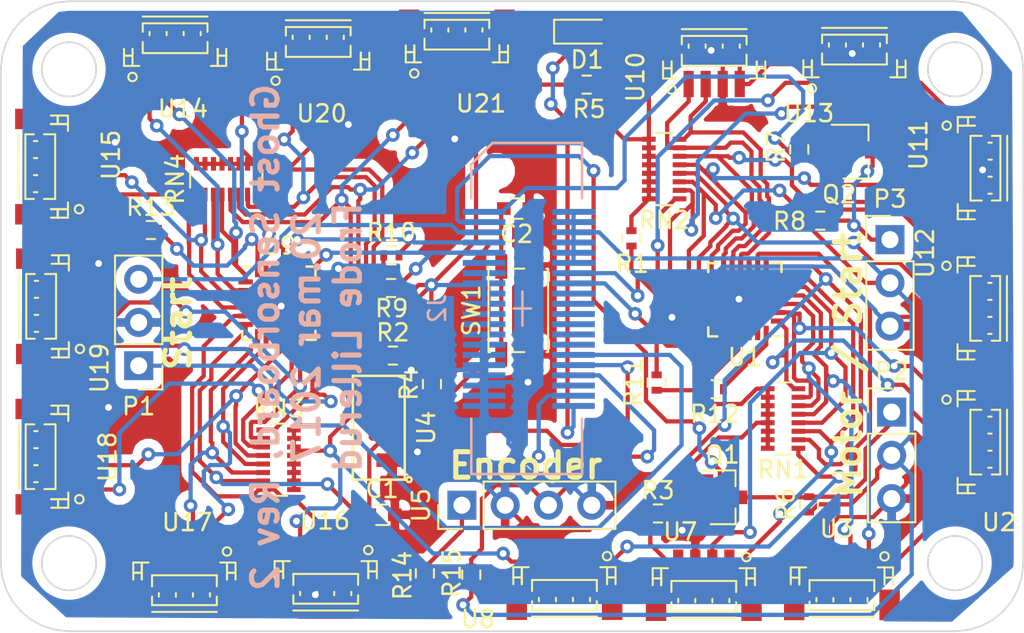
<source format=kicad_pcb>
(kicad_pcb (version 20170123) (host pcbnew no-vcs-found-1f3fe6f~58~ubuntu16.04.1)
  (layers (0 F.Cu signal) (31 B.Cu signal) (34 B.Paste user) (35 F.Paste user) (36 B.SilkS user) (37 F.SilkS user) (38 B.Mask user) (39 F.Mask user) (44 Edge.Cuts user))
  (net 0 "")
  (net 1 GND)
  (net 2 "Net-(C1-Pad1)")
  (net 3 "Net-(C2-Pad2)")
  (net 4 +3V3)
  (net 5 "Net-(D1-Pad2)")
  (net 6 +5V)
  (net 7 "Net-(R12-Pad2)")
  (net 8 "Net-(R13-Pad2)")
  (net 9 SD0)
  (net 10 SC3)
  (net 11 SC0)
  (net 12 SD1)
  (net 13 SC1)
  (net 14 SD2)
  (net 15 SC2)
  (net 16 SD3)
  (net 17 SD7)
  (net 18 SC6)
  (net 19 SD6)
  (net 20 SC5)
  (net 21 SD5)
  (net 22 SC4)
  (net 23 SC7)
  (net 24 SD4)
  (net 25 SD11)
  (net 26 SC10)
  (net 27 SD10)
  (net 28 SC9)
  (net 29 SD9)
  (net 30 SC8)
  (net 31 SC11)
  (net 32 SD8)
  (net 33 SD12)
  (net 34 SC15)
  (net 35 SC12)
  (net 36 SD13)
  (net 37 SC13)
  (net 38 SD14)
  (net 39 SC14)
  (net 40 SD15)
  (net 41 "Net-(R14-Pad1)")
  (net 42 IO17)
  (net 43 BUTTON)
  (net 44 IO22)
  (net 45 ENCODER)
  (net 46 IO13)
  (net 47 IO14)
  (net 48 IO32)
  (net 49 IO27)
  (net 50 IO25)
  (net 51 STEERING_5V_PWM)
  (net 52 MOTOR_5V_PWM)
  (net 53 IO26)
  (net 54 IO33)
  (net 55 LED)
  (net 56 "Net-(J2-Pad6)")
  (net 57 "Net-(J2-Pad11)")
  (net 58 "Net-(J2-Pad12)")
  (net 59 IO21)
  (net 60 IO16)
  (net 61 IO4)
  (net 62 "Net-(J2-Pad29)")
  (net 63 "Net-(J2-Pad30)")
  (net 64 "Net-(J2-Pad31)")
  (net 65 "Net-(J2-Pad32)")
  (module NorBotKiCadFootprints:TSOP75x (layer F.Cu) (at 91.3765 101.81336 90)
    (fp_text reference U4 (at 0 2.54 90) (layer F.SilkS))
    (fp_text value TSOP753)
    (pad 1 smd rect (at -1.905 0.508 90) (size 0.8 1.8) (layers F.Cu F.Paste F.Mask) (net 1 GND))
    (pad 2 smd rect (at -0.635 0.508 90) (size 0.8 1.8) (layers F.Cu F.Paste F.Mask) (net 2 "Net-(C1-Pad1)"))
    (pad 3 smd rect (at 0.635 0.508 90) (size 0.8 1.8) (layers F.Cu F.Paste F.Mask) (net 44 IO22))
    (pad 4 smd rect (at 1.905 0.508 90) (size 0.8 1.8) (layers F.Cu F.Paste F.Mask) (net 1 GND))
  )
  (module hrs-fx8c:hrs-fx8c-40s-sv5 (layer B.Cu) (at 99.55238 94.80958 270)
    (fp_text reference J2 (at 0 5 270) (layer B.SilkS) (effects (justify mirror)))
    (fp_text value CONN_02X20)
    (pad 1 smd rect (at -5.675 2.25 270) (size 0.35 2.5) (layers B.Cu B.Paste B.Mask) (net 49 IO27))
    (pad 2 smd rect (at -5.075 2.25 270) (size 0.35 2.5) (layers B.Cu B.Paste B.Mask) (net 53 IO26))
    (pad 3 smd rect (at -4.475 2.25 270) (size 0.35 2.5) (layers B.Cu B.Paste B.Mask) (net 50 IO25))
    (pad 4 smd rect (at -3.875 2.25 270) (size 0.35 2.5) (layers B.Cu B.Paste B.Mask) (net 54 IO33))
    (pad 5 smd rect (at -3.275 2.25 270) (size 0.35 2.5) (layers B.Cu B.Paste B.Mask) (net 48 IO32))
    (pad 6 smd rect (at -2.675 2.25 270) (size 0.35 2.5) (layers B.Cu B.Paste B.Mask) (net 56 "Net-(J2-Pad6)"))
    (pad 7 smd rect (at -2.075 2.25 270) (size 0.35 2.5) (layers B.Cu B.Paste B.Mask) (net 4 +3V3))
    (pad 8 smd rect (at -1.475 2.25 270) (size 0.35 2.5) (layers B.Cu B.Paste B.Mask) (net 4 +3V3))
    (pad 9 smd rect (at -0.875 2.25 270) (size 0.35 2.5) (layers B.Cu B.Paste B.Mask) (net 4 +3V3))
    (pad 10 smd rect (at -0.275 2.25 270) (size 0.35 2.5) (layers B.Cu B.Paste B.Mask) (net 4 +3V3))
    (pad 11 smd rect (at 0.325 2.25 270) (size 0.35 2.5) (layers B.Cu B.Paste B.Mask) (net 57 "Net-(J2-Pad11)"))
    (pad 12 smd rect (at 0.925 2.25 270) (size 0.35 2.5) (layers B.Cu B.Paste B.Mask) (net 58 "Net-(J2-Pad12)"))
    (pad 13 smd rect (at 1.525 2.25 270) (size 0.35 2.5) (layers B.Cu B.Paste B.Mask) (net 1 GND))
    (pad 14 smd rect (at 2.125 2.25 270) (size 0.35 2.5) (layers B.Cu B.Paste B.Mask) (net 1 GND))
    (pad 15 smd rect (at 2.725 2.25 270) (size 0.35 2.5) (layers B.Cu B.Paste B.Mask) (net 1 GND))
    (pad 16 smd rect (at 3.325 2.25 270) (size 0.35 2.5) (layers B.Cu B.Paste B.Mask) (net 1 GND))
    (pad 17 smd rect (at 3.925 2.25 270) (size 0.35 2.5) (layers B.Cu B.Paste B.Mask) (net 1 GND))
    (pad 18 smd rect (at 4.525 2.25 270) (size 0.35 2.5) (layers B.Cu B.Paste B.Mask) (net 1 GND))
    (pad 19 smd rect (at 5.125 2.25 270) (size 0.35 2.5) (layers B.Cu B.Paste B.Mask) (net 1 GND))
    (pad 20 smd rect (at 5.725 2.25 270) (size 0.35 2.5) (layers B.Cu B.Paste B.Mask) (net 1 GND))
    (pad 21 smd rect (at 5.725 -3 90) (size 0.35 2.5) (layers B.Cu B.Paste B.Mask) (net 55 LED))
    (pad 22 smd rect (at 5.125 -3 90) (size 0.35 2.5) (layers B.Cu B.Paste B.Mask) (net 44 IO22))
    (pad 23 smd rect (at 4.525 -3 90) (size 0.35 2.5) (layers B.Cu B.Paste B.Mask) (net 59 IO21))
    (pad 24 smd rect (at 3.925 -3 90) (size 0.35 2.5) (layers B.Cu B.Paste B.Mask) (net 45 ENCODER))
    (pad 25 smd rect (at 3.325 -3 90) (size 0.35 2.5) (layers B.Cu B.Paste B.Mask) (net 43 BUTTON))
    (pad 26 smd rect (at 2.725 -3 90) (size 0.35 2.5) (layers B.Cu B.Paste B.Mask) (net 42 IO17))
    (pad 27 smd rect (at 2.125 -3 90) (size 0.35 2.5) (layers B.Cu B.Paste B.Mask) (net 60 IO16))
    (pad 28 smd rect (at 1.525 -3 90) (size 0.35 2.5) (layers B.Cu B.Paste B.Mask) (net 61 IO4))
    (pad 29 smd rect (at 0.925 -3 90) (size 0.35 2.5) (layers B.Cu B.Paste B.Mask) (net 62 "Net-(J2-Pad29)"))
    (pad 30 smd rect (at 0.325 -3 90) (size 0.35 2.5) (layers B.Cu B.Paste B.Mask) (net 63 "Net-(J2-Pad30)"))
    (pad 31 smd rect (at -0.275 -3 270) (size 0.35 2.5) (layers B.Cu B.Paste B.Mask) (net 64 "Net-(J2-Pad31)"))
    (pad 32 smd rect (at -0.875 -3 270) (size 0.35 2.5) (layers B.Cu B.Paste B.Mask) (net 65 "Net-(J2-Pad32)"))
    (pad 33 smd rect (at -1.475 -3 270) (size 0.35 2.5) (layers B.Cu B.Paste B.Mask) (net 46 IO13))
    (pad 34 smd rect (at -2.075 -3 270) (size 0.35 2.5) (layers B.Cu B.Paste B.Mask) (net 47 IO14))
    (pad 35 smd rect (at -2.675 -3 270) (size 0.35 2.5) (layers B.Cu B.Paste B.Mask) (net 6 +5V))
    (pad 36 smd rect (at -3.275 -3 270) (size 0.35 2.5) (layers B.Cu B.Paste B.Mask) (net 6 +5V))
    (pad 37 smd rect (at -3.875 -3 270) (size 0.35 2.5) (layers B.Cu B.Paste B.Mask) (net 6 +5V))
    (pad 38 smd rect (at -4.475 -3 270) (size 0.35 2.5) (layers B.Cu B.Paste B.Mask) (net 6 +5V))
    (pad 39 smd rect (at -5.075 -3 270) (size 0.35 2.5) (layers B.Cu B.Paste B.Mask) (net 6 +5V))
    (pad 40 smd rect (at -5.675 -3 270) (size 0.35 2.5) (layers B.Cu B.Paste B.Mask) (net 6 +5V))
    (pad "" np_thru_hole circle (at 8.075 1.5 270) (size 0.7 0.7) (drill 0.7) (layers *.Cu *.Mask B.SilkS))
    (pad "" np_thru_hole circle (at -8.075 1.5 270) (size 1.1 1.1) (drill 1.1) (layers *.Cu *.Mask B.SilkS))
  )
  (module Capacitors_SMD:C_0603 (layer F.Cu) (at 91.31554 106.92638)
    (fp_text reference C1 (at 0 -1.5) (layer F.SilkS))
    (fp_text value 0.1uF)
    (pad 2 smd rect (at 0.75 0) (size 0.8 0.75) (layers F.Cu F.Paste F.Mask) (net 1 GND))
    (pad 1 smd rect (at -0.75 0) (size 0.8 0.75) (layers F.Cu F.Paste F.Mask) (net 2 "Net-(C1-Pad1)"))
  )
  (module Capacitors_SMD:C_0603 (layer F.Cu) (at 99.21 88.94 180)
    (fp_text reference C2 (at 0 -1.5 180) (layer F.SilkS))
    (fp_text value 1nF)
    (pad 1 smd rect (at -0.75 0 180) (size 0.8 0.75) (layers F.Cu F.Paste F.Mask) (net 1 GND))
    (pad 2 smd rect (at 0.75 0 180) (size 0.8 0.75) (layers F.Cu F.Paste F.Mask) (net 3 "Net-(C2-Pad2)"))
  )
  (module LEDs:LED_0805 (layer F.Cu) (at 103.21 78.55)
    (fp_text reference D1 (at 0.14 1.65) (layer F.SilkS))
    (fp_text value LED)
    (pad 1 smd rect (at -1.1 0 180) (size 1.2 1.2) (layers F.Cu F.Paste F.Mask) (net 55 LED))
    (pad 2 smd rect (at 1.1 0 180) (size 1.2 1.2) (layers F.Cu F.Paste F.Mask) (net 5 "Net-(D1-Pad2)"))
  )
  (module Pin_Headers:Pin_Header_Straight_1x03_Pitch2.54mm (layer F.Cu) (at 77.03312 98.171 180)
    (fp_text reference P1 (at 0 -2.39 180) (layer F.SilkS))
    (fp_text value StartModule)
    (pad 3 thru_hole oval (at 0 5.08 180) (size 1.7 1.7) (drill 1) (layers *.Cu *.Mask) (net 50 IO25))
    (pad 2 thru_hole oval (at 0 2.54 180) (size 1.7 1.7) (drill 1) (layers *.Cu *.Mask) (net 1 GND))
    (pad 1 thru_hole rect (at 0 0 180) (size 1.7 1.7) (drill 1) (layers *.Cu *.Mask) (net 42 IO17))
  )
  (module Pin_Headers:Pin_Header_Straight_1x03_Pitch2.54mm (layer F.Cu) (at 121.22404 100.89388)
    (fp_text reference P2 (at 0 -2.39) (layer F.SilkS))
    (fp_text value SteeringServo)
    (pad 1 thru_hole rect (at 0 0) (size 1.7 1.7) (drill 1) (layers *.Cu *.Mask) (net 51 STEERING_5V_PWM))
    (pad 2 thru_hole oval (at 0 2.54) (size 1.7 1.7) (drill 1) (layers *.Cu *.Mask) (net 6 +5V))
    (pad 3 thru_hole oval (at 0 5.08) (size 1.7 1.7) (drill 1) (layers *.Cu *.Mask) (net 1 GND))
  )
  (module Pin_Headers:Pin_Header_Straight_1x03_Pitch2.54mm (layer F.Cu) (at 121.12244 90.76436)
    (fp_text reference P3 (at 0 -2.39) (layer F.SilkS))
    (fp_text value Motor)
    (pad 3 thru_hole oval (at 0 5.08) (size 1.7 1.7) (drill 1) (layers *.Cu *.Mask) (net 1 GND))
    (pad 2 thru_hole oval (at 0 2.54) (size 1.7 1.7) (drill 1) (layers *.Cu *.Mask) (net 6 +5V))
    (pad 1 thru_hole rect (at 0 0) (size 1.7 1.7) (drill 1) (layers *.Cu *.Mask) (net 52 MOTOR_5V_PWM))
  )
  (module TO_SOT_Packages_SMD:SOT-23 (layer F.Cu) (at 111.3 105.9)
    (fp_text reference Q1 (at 0 -2.5) (layer F.SilkS))
    (fp_text value BSS138)
    (pad 3 smd rect (at 1 0) (size 0.9 0.8) (layers F.Cu F.Paste F.Mask) (net 51 STEERING_5V_PWM))
    (pad 2 smd rect (at -1 0.95) (size 0.9 0.8) (layers F.Cu F.Paste F.Mask) (net 53 IO26))
    (pad 1 smd rect (at -1 -0.95) (size 0.9 0.8) (layers F.Cu F.Paste F.Mask) (net 4 +3V3))
  )
  (module TO_SOT_Packages_SMD:SOT-23 (layer F.Cu) (at 119.1039 85.598)
    (fp_text reference Q2 (at -0.9639 2.512) (layer F.SilkS))
    (fp_text value BSS138)
    (pad 1 smd rect (at -1 -0.95) (size 0.9 0.8) (layers F.Cu F.Paste F.Mask) (net 4 +3V3))
    (pad 2 smd rect (at -1 0.95) (size 0.9 0.8) (layers F.Cu F.Paste F.Mask) (net 49 IO27))
    (pad 3 smd rect (at 1 0) (size 0.9 0.8) (layers F.Cu F.Paste F.Mask) (net 52 MOTOR_5V_PWM))
  )
  (module Resistors_SMD:R_Array_Convex_8x0602 (layer F.Cu) (at 114.85 101.27 180)
    (fp_text reference RN1 (at 0 -3 180) (layer F.SilkS))
    (fp_text value R_Pack08)
    (pad 1 smd rect (at -0.9 -1.75 180) (size 0.8 0.3) (layers F.Cu F.Paste F.Mask) (net 10 SC3))
    (pad 16 smd rect (at 0.9 -1.75 180) (size 0.8 0.3) (layers F.Cu F.Paste F.Mask) (net 4 +3V3))
    (pad 8 smd rect (at -0.9 1.75 180) (size 0.8 0.3) (layers F.Cu F.Paste F.Mask) (net 9 SD0))
    (pad 9 smd rect (at 0.9 1.75 180) (size 0.8 0.3) (layers F.Cu F.Paste F.Mask) (net 4 +3V3))
    (pad 2 smd rect (at -0.9 -1.25 180) (size 0.8 0.3) (layers F.Cu F.Paste F.Mask) (net 16 SD3))
    (pad 3 smd rect (at -0.9 -0.75 180) (size 0.8 0.3) (layers F.Cu F.Paste F.Mask) (net 15 SC2))
    (pad 4 smd rect (at -0.9 -0.25 180) (size 0.8 0.3) (layers F.Cu F.Paste F.Mask) (net 14 SD2))
    (pad 5 smd rect (at -0.9 0.25 180) (size 0.8 0.3) (layers F.Cu F.Paste F.Mask) (net 13 SC1))
    (pad 6 smd rect (at -0.9 0.75 180) (size 0.8 0.3) (layers F.Cu F.Paste F.Mask) (net 12 SD1))
    (pad 7 smd rect (at -0.9 1.25 180) (size 0.8 0.3) (layers F.Cu F.Paste F.Mask) (net 11 SC0))
    (pad 15 smd rect (at 0.9 -1.25 180) (size 0.8 0.3) (layers F.Cu F.Paste F.Mask) (net 4 +3V3))
    (pad 14 smd rect (at 0.9 -0.75 180) (size 0.8 0.3) (layers F.Cu F.Paste F.Mask) (net 4 +3V3))
    (pad 13 smd rect (at 0.9 -0.25 180) (size 0.8 0.3) (layers F.Cu F.Paste F.Mask) (net 4 +3V3))
    (pad 11 smd rect (at 0.9 0.75 180) (size 0.8 0.3) (layers F.Cu F.Paste F.Mask) (net 4 +3V3))
    (pad 12 smd rect (at 0.9 0.25 180) (size 0.8 0.3) (layers F.Cu F.Paste F.Mask) (net 4 +3V3))
    (pad 10 smd rect (at 0.9 1.25 180) (size 0.8 0.3) (layers F.Cu F.Paste F.Mask) (net 4 +3V3))
  )
  (module Resistors_SMD:R_Array_Convex_8x0602 (layer F.Cu) (at 107.8738 86.61908 180)
    (fp_text reference RN2 (at 0 -3 180) (layer F.SilkS))
    (fp_text value R_Pack08)
    (pad 10 smd rect (at 0.9 1.25 180) (size 0.8 0.3) (layers F.Cu F.Paste F.Mask) (net 4 +3V3))
    (pad 12 smd rect (at 0.9 0.25 180) (size 0.8 0.3) (layers F.Cu F.Paste F.Mask) (net 4 +3V3))
    (pad 11 smd rect (at 0.9 0.75 180) (size 0.8 0.3) (layers F.Cu F.Paste F.Mask) (net 4 +3V3))
    (pad 13 smd rect (at 0.9 -0.25 180) (size 0.8 0.3) (layers F.Cu F.Paste F.Mask) (net 4 +3V3))
    (pad 14 smd rect (at 0.9 -0.75 180) (size 0.8 0.3) (layers F.Cu F.Paste F.Mask) (net 4 +3V3))
    (pad 15 smd rect (at 0.9 -1.25 180) (size 0.8 0.3) (layers F.Cu F.Paste F.Mask) (net 4 +3V3))
    (pad 7 smd rect (at -0.9 1.25 180) (size 0.8 0.3) (layers F.Cu F.Paste F.Mask) (net 22 SC4))
    (pad 6 smd rect (at -0.9 0.75 180) (size 0.8 0.3) (layers F.Cu F.Paste F.Mask) (net 21 SD5))
    (pad 5 smd rect (at -0.9 0.25 180) (size 0.8 0.3) (layers F.Cu F.Paste F.Mask) (net 20 SC5))
    (pad 4 smd rect (at -0.9 -0.25 180) (size 0.8 0.3) (layers F.Cu F.Paste F.Mask) (net 19 SD6))
    (pad 3 smd rect (at -0.9 -0.75 180) (size 0.8 0.3) (layers F.Cu F.Paste F.Mask) (net 18 SC6))
    (pad 2 smd rect (at -0.9 -1.25 180) (size 0.8 0.3) (layers F.Cu F.Paste F.Mask) (net 17 SD7))
    (pad 9 smd rect (at 0.9 1.75 180) (size 0.8 0.3) (layers F.Cu F.Paste F.Mask) (net 4 +3V3))
    (pad 8 smd rect (at -0.9 1.75 180) (size 0.8 0.3) (layers F.Cu F.Paste F.Mask) (net 24 SD4))
    (pad 16 smd rect (at 0.9 -1.75 180) (size 0.8 0.3) (layers F.Cu F.Paste F.Mask) (net 4 +3V3))
    (pad 1 smd rect (at -0.9 -1.75 180) (size 0.8 0.3) (layers F.Cu F.Paste F.Mask) (net 23 SC7))
  )
  (module Resistors_SMD:R_Array_Convex_8x0602 (layer F.Cu) (at 85.2424 103.69296)
    (fp_text reference RN3 (at 0 -3) (layer F.SilkS))
    (fp_text value R_Pack08)
    (pad 10 smd rect (at 0.9 1.25) (size 0.8 0.3) (layers F.Cu F.Paste F.Mask) (net 4 +3V3))
    (pad 12 smd rect (at 0.9 0.25) (size 0.8 0.3) (layers F.Cu F.Paste F.Mask) (net 4 +3V3))
    (pad 11 smd rect (at 0.9 0.75) (size 0.8 0.3) (layers F.Cu F.Paste F.Mask) (net 4 +3V3))
    (pad 13 smd rect (at 0.9 -0.25) (size 0.8 0.3) (layers F.Cu F.Paste F.Mask) (net 4 +3V3))
    (pad 14 smd rect (at 0.9 -0.75) (size 0.8 0.3) (layers F.Cu F.Paste F.Mask) (net 4 +3V3))
    (pad 15 smd rect (at 0.9 -1.25) (size 0.8 0.3) (layers F.Cu F.Paste F.Mask) (net 4 +3V3))
    (pad 7 smd rect (at -0.9 1.25) (size 0.8 0.3) (layers F.Cu F.Paste F.Mask) (net 26 SC10))
    (pad 6 smd rect (at -0.9 0.75) (size 0.8 0.3) (layers F.Cu F.Paste F.Mask) (net 25 SD11))
    (pad 5 smd rect (at -0.9 0.25) (size 0.8 0.3) (layers F.Cu F.Paste F.Mask) (net 31 SC11))
    (pad 4 smd rect (at -0.9 -0.25) (size 0.8 0.3) (layers F.Cu F.Paste F.Mask) (net 33 SD12))
    (pad 3 smd rect (at -0.9 -0.75) (size 0.8 0.3) (layers F.Cu F.Paste F.Mask) (net 35 SC12))
    (pad 2 smd rect (at -0.9 -1.25) (size 0.8 0.3) (layers F.Cu F.Paste F.Mask) (net 36 SD13))
    (pad 9 smd rect (at 0.9 1.75) (size 0.8 0.3) (layers F.Cu F.Paste F.Mask) (net 4 +3V3))
    (pad 8 smd rect (at -0.9 1.75) (size 0.8 0.3) (layers F.Cu F.Paste F.Mask) (net 27 SD10))
    (pad 16 smd rect (at 0.9 -1.75) (size 0.8 0.3) (layers F.Cu F.Paste F.Mask) (net 4 +3V3))
    (pad 1 smd rect (at -0.9 -1.75) (size 0.8 0.3) (layers F.Cu F.Paste F.Mask) (net 37 SC13))
  )
  (module Resistors_SMD:R_Array_Convex_8x0602 (layer F.Cu) (at 82.17154 87.21344 90)
    (fp_text reference RN4 (at 0 -3 90) (layer F.SilkS))
    (fp_text value R_Pack08)
    (pad 1 smd rect (at -0.9 -1.75 90) (size 0.8 0.3) (layers F.Cu F.Paste F.Mask) (net 28 SC9))
    (pad 16 smd rect (at 0.9 -1.75 90) (size 0.8 0.3) (layers F.Cu F.Paste F.Mask) (net 4 +3V3))
    (pad 8 smd rect (at -0.9 1.75 90) (size 0.8 0.3) (layers F.Cu F.Paste F.Mask) (net 38 SD14))
    (pad 9 smd rect (at 0.9 1.75 90) (size 0.8 0.3) (layers F.Cu F.Paste F.Mask) (net 4 +3V3))
    (pad 2 smd rect (at -0.9 -1.25 90) (size 0.8 0.3) (layers F.Cu F.Paste F.Mask) (net 29 SD9))
    (pad 3 smd rect (at -0.9 -0.75 90) (size 0.8 0.3) (layers F.Cu F.Paste F.Mask) (net 30 SC8))
    (pad 4 smd rect (at -0.9 -0.25 90) (size 0.8 0.3) (layers F.Cu F.Paste F.Mask) (net 32 SD8))
    (pad 5 smd rect (at -0.9 0.25 90) (size 0.8 0.3) (layers F.Cu F.Paste F.Mask) (net 34 SC15))
    (pad 6 smd rect (at -0.9 0.75 90) (size 0.8 0.3) (layers F.Cu F.Paste F.Mask) (net 40 SD15))
    (pad 7 smd rect (at -0.9 1.25 90) (size 0.8 0.3) (layers F.Cu F.Paste F.Mask) (net 39 SC14))
    (pad 15 smd rect (at 0.9 -1.25 90) (size 0.8 0.3) (layers F.Cu F.Paste F.Mask) (net 4 +3V3))
    (pad 14 smd rect (at 0.9 -0.75 90) (size 0.8 0.3) (layers F.Cu F.Paste F.Mask) (net 4 +3V3))
    (pad 13 smd rect (at 0.9 -0.25 90) (size 0.8 0.3) (layers F.Cu F.Paste F.Mask) (net 4 +3V3))
    (pad 11 smd rect (at 0.9 0.75 90) (size 0.8 0.3) (layers F.Cu F.Paste F.Mask) (net 4 +3V3))
    (pad 12 smd rect (at 0.9 0.25 90) (size 0.8 0.3) (layers F.Cu F.Paste F.Mask) (net 4 +3V3))
    (pad 10 smd rect (at 0.9 1.25 90) (size 0.8 0.3) (layers F.Cu F.Paste F.Mask) (net 4 +3V3))
  )
  (module Buttons_Switches_SMD:SW_SPST_EVQP2 (layer F.Cu) (at 99.31 94.92 90)
    (fp_text reference SW1 (at 0 -2.75 90) (layer F.SilkS))
    (fp_text value SW_Push)
    (pad 2 smd rect (at 2.58 1 90) (size 1.45 0.7) (layers F.Cu F.Paste F.Mask) (net 1 GND))
    (pad 2 smd rect (at -2.58 1 90) (size 1.45 0.7) (layers F.Cu F.Paste F.Mask) (net 1 GND))
    (pad 1 smd rect (at -2.58 -1 90) (size 1.45 0.7) (layers F.Cu F.Paste F.Mask) (net 3 "Net-(C2-Pad2)"))
    (pad 1 smd rect (at 2.58 -1 90) (size 1.45 0.7) (layers F.Cu F.Paste F.Mask) (net 3 "Net-(C2-Pad2)"))
  )
  (module Housings_DFN_QFN:QFN-24_4x4mm_Pitch0.5mm (layer F.Cu) (at 112.60836 94.29496 180)
    (fp_text reference U1 (at 0 -3.375 180) (layer F.SilkS))
    (fp_text value TCA9548ARGER)
    (pad 1 smd rect (at -1.95 -1.25 180) (size 0.85 0.3) (layers F.Cu F.Paste F.Mask) (net 9 SD0))
    (pad 2 smd rect (at -1.95 -0.75 180) (size 0.85 0.3) (layers F.Cu F.Paste F.Mask) (net 11 SC0))
    (pad 3 smd rect (at -1.95 -0.25 180) (size 0.85 0.3) (layers F.Cu F.Paste F.Mask) (net 12 SD1))
    (pad 4 smd rect (at -1.95 0.25 180) (size 0.85 0.3) (layers F.Cu F.Paste F.Mask) (net 13 SC1))
    (pad 5 smd rect (at -1.95 0.75 180) (size 0.85 0.3) (layers F.Cu F.Paste F.Mask) (net 14 SD2))
    (pad 6 smd rect (at -1.95 1.25 180) (size 0.85 0.3) (layers F.Cu F.Paste F.Mask) (net 15 SC2))
    (pad 7 smd rect (at -1.25 1.95 270) (size 0.85 0.3) (layers F.Cu F.Paste F.Mask) (net 16 SD3))
    (pad 8 smd rect (at -0.75 1.95 270) (size 0.85 0.3) (layers F.Cu F.Paste F.Mask) (net 10 SC3))
    (pad 9 smd rect (at -0.25 1.95 270) (size 0.85 0.3) (layers F.Cu F.Paste F.Mask) (net 1 GND))
    (pad 10 smd rect (at 0.25 1.95 270) (size 0.85 0.3) (layers F.Cu F.Paste F.Mask) (net 24 SD4))
    (pad 11 smd rect (at 0.75 1.95 270) (size 0.85 0.3) (layers F.Cu F.Paste F.Mask) (net 22 SC4))
    (pad 12 smd rect (at 1.25 1.95 270) (size 0.85 0.3) (layers F.Cu F.Paste F.Mask) (net 21 SD5))
    (pad 13 smd rect (at 1.95 1.25 180) (size 0.85 0.3) (layers F.Cu F.Paste F.Mask) (net 20 SC5))
    (pad 14 smd rect (at 1.95 0.75 180) (size 0.85 0.3) (layers F.Cu F.Paste F.Mask) (net 19 SD6))
    (pad 15 smd rect (at 1.95 0.25 180) (size 0.85 0.3) (layers F.Cu F.Paste F.Mask) (net 18 SC6))
    (pad 16 smd rect (at 1.95 -0.25 180) (size 0.85 0.3) (layers F.Cu F.Paste F.Mask) (net 17 SD7))
    (pad 17 smd rect (at 1.95 -0.75 180) (size 0.85 0.3) (layers F.Cu F.Paste F.Mask) (net 23 SC7))
    (pad 18 smd rect (at 1.95 -1.25 180) (size 0.85 0.3) (layers F.Cu F.Paste F.Mask) (net 1 GND))
    (pad 19 smd rect (at 1.25 -1.95 270) (size 0.85 0.3) (layers F.Cu F.Paste F.Mask) (net 47 IO14))
    (pad 20 smd rect (at 0.75 -1.95 270) (size 0.85 0.3) (layers F.Cu F.Paste F.Mask) (net 46 IO13))
    (pad 21 smd rect (at 0.25 -1.95 270) (size 0.85 0.3) (layers F.Cu F.Paste F.Mask) (net 4 +3V3))
    (pad 22 smd rect (at -0.25 -1.95 270) (size 0.85 0.3) (layers F.Cu F.Paste F.Mask) (net 1 GND))
    (pad 23 smd rect (at -0.75 -1.95 270) (size 0.85 0.3) (layers F.Cu F.Paste F.Mask) (net 1 GND))
    (pad 24 smd rect (at -1.25 -1.95 270) (size 0.85 0.3) (layers F.Cu F.Paste F.Mask) (net 7 "Net-(R12-Pad2)"))
  )
  (module Connectors_JST:JST_SH_BM04B-SRSS-TB_04x1.00mm_Straight (layer F.Cu) (at 126.02972 102.65918 270)
    (fp_text reference U2 (at 4.71082 -1.49028) (layer F.SilkS))
    (fp_text value GP2Y0E02B)
    (pad 1 smd rect (at -1.5 1.2625 270) (size 0.6 1.55) (layers F.Cu F.Paste F.Mask) (net 11 SC0))
    (pad 2 smd rect (at -0.5 1.2625 270) (size 0.6 1.55) (layers F.Cu F.Paste F.Mask) (net 9 SD0))
    (pad 3 smd rect (at 0.5 1.2625 270) (size 0.6 1.55) (layers F.Cu F.Paste F.Mask) (net 1 GND))
    (pad 4 smd rect (at 1.5 1.2625 270) (size 0.6 1.55) (layers F.Cu F.Paste F.Mask) (net 4 +3V3))
    (pad "" smd rect (at -2.8 -1.2625 270) (size 1.2 1.8) (layers F.Cu F.Paste F.Mask))
    (pad "" smd rect (at 2.8 -1.2625 270) (size 1.2 1.8) (layers F.Cu F.Paste F.Mask))
  )
  (module Connectors_JST:JST_SH_BM04B-SRSS-TB_04x1.00mm_Straight (layer F.Cu) (at 118.30304 110.95482 180)
    (fp_text reference U3 (at 0.30304 3.20482 180) (layer F.SilkS))
    (fp_text value GP2Y0E02B)
    (pad "" smd rect (at 2.8 -1.2625 180) (size 1.2 1.8) (layers F.Cu F.Paste F.Mask))
    (pad "" smd rect (at -2.8 -1.2625 180) (size 1.2 1.8) (layers F.Cu F.Paste F.Mask))
    (pad 4 smd rect (at 1.5 1.2625 180) (size 0.6 1.55) (layers F.Cu F.Paste F.Mask) (net 4 +3V3))
    (pad 3 smd rect (at 0.5 1.2625 180) (size 0.6 1.55) (layers F.Cu F.Paste F.Mask) (net 1 GND))
    (pad 2 smd rect (at -0.5 1.2625 180) (size 0.6 1.55) (layers F.Cu F.Paste F.Mask) (net 12 SD1))
    (pad 1 smd rect (at -1.5 1.2625 180) (size 0.6 1.55) (layers F.Cu F.Paste F.Mask) (net 13 SC1))
  )
  (module Connectors_JST:JST_SH_BM04B-SRSS-TB_04x1.00mm_Straight (layer F.Cu) (at 110.1979 111.00054 180)
    (fp_text reference U7 (at 1.3779 3.08054 180) (layer F.SilkS))
    (fp_text value GP2Y0E02B)
    (pad 1 smd rect (at -1.5 1.2625 180) (size 0.6 1.55) (layers F.Cu F.Paste F.Mask) (net 15 SC2))
    (pad 2 smd rect (at -0.5 1.2625 180) (size 0.6 1.55) (layers F.Cu F.Paste F.Mask) (net 14 SD2))
    (pad 3 smd rect (at 0.5 1.2625 180) (size 0.6 1.55) (layers F.Cu F.Paste F.Mask) (net 1 GND))
    (pad 4 smd rect (at 1.5 1.2625 180) (size 0.6 1.55) (layers F.Cu F.Paste F.Mask) (net 4 +3V3))
    (pad "" smd rect (at -2.8 -1.2625 180) (size 1.2 1.8) (layers F.Cu F.Paste F.Mask))
    (pad "" smd rect (at 2.8 -1.2625 180) (size 1.2 1.8) (layers F.Cu F.Paste F.Mask))
  )
  (module Connectors_JST:JST_SH_BM04B-SRSS-TB_04x1.00mm_Straight (layer F.Cu) (at 102.0191 110.94212 180)
    (fp_text reference U8 (at 5.0691 -2.10788 180) (layer F.SilkS))
    (fp_text value GP2Y0E02B)
    (pad "" smd rect (at 2.8 -1.2625 180) (size 1.2 1.8) (layers F.Cu F.Paste F.Mask))
    (pad "" smd rect (at -2.8 -1.2625 180) (size 1.2 1.8) (layers F.Cu F.Paste F.Mask))
    (pad 4 smd rect (at 1.5 1.2625 180) (size 0.6 1.55) (layers F.Cu F.Paste F.Mask) (net 4 +3V3))
    (pad 3 smd rect (at 0.5 1.2625 180) (size 0.6 1.55) (layers F.Cu F.Paste F.Mask) (net 1 GND))
    (pad 2 smd rect (at -0.5 1.2625 180) (size 0.6 1.55) (layers F.Cu F.Paste F.Mask) (net 16 SD3))
    (pad 1 smd rect (at -1.5 1.2625 180) (size 0.6 1.55) (layers F.Cu F.Paste F.Mask) (net 10 SC3))
  )
  (module Housings_DFN_QFN:QFN-24_4x4mm_Pitch0.5mm (layer F.Cu) (at 85.25764 94.49816)
    (fp_text reference U9 (at 0 -3.375) (layer F.SilkS))
    (fp_text value TCA9548ARGER)
    (pad 24 smd rect (at -1.25 -1.95 90) (size 0.85 0.3) (layers F.Cu F.Paste F.Mask) (net 8 "Net-(R13-Pad2)"))
    (pad 23 smd rect (at -0.75 -1.95 90) (size 0.85 0.3) (layers F.Cu F.Paste F.Mask) (net 1 GND))
    (pad 22 smd rect (at -0.25 -1.95 90) (size 0.85 0.3) (layers F.Cu F.Paste F.Mask) (net 4 +3V3))
    (pad 21 smd rect (at 0.25 -1.95 90) (size 0.85 0.3) (layers F.Cu F.Paste F.Mask) (net 4 +3V3))
    (pad 20 smd rect (at 0.75 -1.95 90) (size 0.85 0.3) (layers F.Cu F.Paste F.Mask) (net 54 IO33))
    (pad 19 smd rect (at 1.25 -1.95 90) (size 0.85 0.3) (layers F.Cu F.Paste F.Mask) (net 48 IO32))
    (pad 18 smd rect (at 1.95 -1.25) (size 0.85 0.3) (layers F.Cu F.Paste F.Mask) (net 1 GND))
    (pad 17 smd rect (at 1.95 -0.75) (size 0.85 0.3) (layers F.Cu F.Paste F.Mask) (net 34 SC15))
    (pad 16 smd rect (at 1.95 -0.25) (size 0.85 0.3) (layers F.Cu F.Paste F.Mask) (net 40 SD15))
    (pad 15 smd rect (at 1.95 0.25) (size 0.85 0.3) (layers F.Cu F.Paste F.Mask) (net 39 SC14))
    (pad 14 smd rect (at 1.95 0.75) (size 0.85 0.3) (layers F.Cu F.Paste F.Mask) (net 38 SD14))
    (pad 13 smd rect (at 1.95 1.25) (size 0.85 0.3) (layers F.Cu F.Paste F.Mask) (net 37 SC13))
    (pad 12 smd rect (at 1.25 1.95 90) (size 0.85 0.3) (layers F.Cu F.Paste F.Mask) (net 36 SD13))
    (pad 11 smd rect (at 0.75 1.95 90) (size 0.85 0.3) (layers F.Cu F.Paste F.Mask) (net 35 SC12))
    (pad 10 smd rect (at 0.25 1.95 90) (size 0.85 0.3) (layers F.Cu F.Paste F.Mask) (net 33 SD12))
    (pad 9 smd rect (at -0.25 1.95 90) (size 0.85 0.3) (layers F.Cu F.Paste F.Mask) (net 1 GND))
    (pad 8 smd rect (at -0.75 1.95 90) (size 0.85 0.3) (layers F.Cu F.Paste F.Mask) (net 31 SC11))
    (pad 7 smd rect (at -1.25 1.95 90) (size 0.85 0.3) (layers F.Cu F.Paste F.Mask) (net 25 SD11))
    (pad 6 smd rect (at -1.95 1.25) (size 0.85 0.3) (layers F.Cu F.Paste F.Mask) (net 26 SC10))
    (pad 5 smd rect (at -1.95 0.75) (size 0.85 0.3) (layers F.Cu F.Paste F.Mask) (net 27 SD10))
    (pad 4 smd rect (at -1.95 0.25) (size 0.85 0.3) (layers F.Cu F.Paste F.Mask) (net 28 SC9))
    (pad 3 smd rect (at -1.95 -0.25) (size 0.85 0.3) (layers F.Cu F.Paste F.Mask) (net 29 SD9))
    (pad 2 smd rect (at -1.95 -0.75) (size 0.85 0.3) (layers F.Cu F.Paste F.Mask) (net 30 SC8))
    (pad 1 smd rect (at -1.95 -1.25) (size 0.85 0.3) (layers F.Cu F.Paste F.Mask) (net 32 SD8))
  )
  (module Connectors_JST:JST_SH_BM04B-SRSS-TB_04x1.00mm_Straight (layer F.Cu) (at 110.8075 80.36306)
    (fp_text reference U10 (at -4.6175 0.85694 90) (layer F.SilkS))
    (fp_text value GP2Y0E02B)
    (pad 1 smd rect (at -1.5 1.2625) (size 0.6 1.55) (layers F.Cu F.Paste F.Mask) (net 22 SC4))
    (pad 2 smd rect (at -0.5 1.2625) (size 0.6 1.55) (layers F.Cu F.Paste F.Mask) (net 24 SD4))
    (pad 3 smd rect (at 0.5 1.2625) (size 0.6 1.55) (layers F.Cu F.Paste F.Mask) (net 1 GND))
    (pad 4 smd rect (at 1.5 1.2625) (size 0.6 1.55) (layers F.Cu F.Paste F.Mask) (net 4 +3V3))
    (pad "" smd rect (at -2.8 -1.2625) (size 1.2 1.8) (layers F.Cu F.Paste F.Mask))
    (pad "" smd rect (at 2.8 -1.2625) (size 1.2 1.8) (layers F.Cu F.Paste F.Mask))
  )
  (module Connectors_JST:JST_SH_BM04B-SRSS-TB_04x1.00mm_Straight (layer F.Cu) (at 126.03988 86.56828 270)
    (fp_text reference U11 (at -1.35828 3.23988 270) (layer F.SilkS))
    (fp_text value GP2Y0E02B)
    (pad "" smd rect (at 2.8 -1.2625 270) (size 1.2 1.8) (layers F.Cu F.Paste F.Mask))
    (pad "" smd rect (at -2.8 -1.2625 270) (size 1.2 1.8) (layers F.Cu F.Paste F.Mask))
    (pad 4 smd rect (at 1.5 1.2625 270) (size 0.6 1.55) (layers F.Cu F.Paste F.Mask) (net 4 +3V3))
    (pad 3 smd rect (at 0.5 1.2625 270) (size 0.6 1.55) (layers F.Cu F.Paste F.Mask) (net 1 GND))
    (pad 2 smd rect (at -0.5 1.2625 270) (size 0.6 1.55) (layers F.Cu F.Paste F.Mask) (net 21 SD5))
    (pad 1 smd rect (at -1.5 1.2625 270) (size 0.6 1.55) (layers F.Cu F.Paste F.Mask) (net 20 SC5))
  )
  (module Connectors_JST:JST_SH_BM04B-SRSS-TB_04x1.00mm_Straight (layer F.Cu) (at 126.02464 94.80296 270)
    (fp_text reference U12 (at -3.24296 2.83464 270) (layer F.SilkS))
    (fp_text value GP2Y0E02B)
    (pad 1 smd rect (at -1.5 1.2625 270) (size 0.6 1.55) (layers F.Cu F.Paste F.Mask) (net 18 SC6))
    (pad 2 smd rect (at -0.5 1.2625 270) (size 0.6 1.55) (layers F.Cu F.Paste F.Mask) (net 19 SD6))
    (pad 3 smd rect (at 0.5 1.2625 270) (size 0.6 1.55) (layers F.Cu F.Paste F.Mask) (net 1 GND))
    (pad 4 smd rect (at 1.5 1.2625 270) (size 0.6 1.55) (layers F.Cu F.Paste F.Mask) (net 4 +3V3))
    (pad "" smd rect (at -2.8 -1.2625 270) (size 1.2 1.8) (layers F.Cu F.Paste F.Mask))
    (pad "" smd rect (at 2.8 -1.2625 270) (size 1.2 1.8) (layers F.Cu F.Paste F.Mask))
  )
  (module Connectors_JST:JST_SH_BM04B-SRSS-TB_04x1.00mm_Straight (layer F.Cu) (at 119.03964 80.29194)
    (fp_text reference U13 (at -2.66964 3.05806) (layer F.SilkS))
    (fp_text value GP2Y0E02B)
    (pad "" smd rect (at 2.8 -1.2625) (size 1.2 1.8) (layers F.Cu F.Paste F.Mask))
    (pad "" smd rect (at -2.8 -1.2625) (size 1.2 1.8) (layers F.Cu F.Paste F.Mask))
    (pad 4 smd rect (at 1.5 1.2625) (size 0.6 1.55) (layers F.Cu F.Paste F.Mask) (net 4 +3V3))
    (pad 3 smd rect (at 0.5 1.2625) (size 0.6 1.55) (layers F.Cu F.Paste F.Mask) (net 1 GND))
    (pad 2 smd rect (at -0.5 1.2625) (size 0.6 1.55) (layers F.Cu F.Paste F.Mask) (net 17 SD7))
    (pad 1 smd rect (at -1.5 1.2625) (size 0.6 1.55) (layers F.Cu F.Paste F.Mask) (net 23 SC7))
  )
  (module Connectors_JST:JST_SH_BM04B-SRSS-TB_04x1.00mm_Straight (layer F.Cu) (at 79.1704 79.6238)
    (fp_text reference U14 (at 0.4596 3.4562) (layer F.SilkS))
    (fp_text value GP2Y0E02B)
    (pad 1 smd rect (at -1.5 1.2625) (size 0.6 1.55) (layers F.Cu F.Paste F.Mask) (net 30 SC8))
    (pad 2 smd rect (at -0.5 1.2625) (size 0.6 1.55) (layers F.Cu F.Paste F.Mask) (net 32 SD8))
    (pad 3 smd rect (at 0.5 1.2625) (size 0.6 1.55) (layers F.Cu F.Paste F.Mask) (net 1 GND))
    (pad 4 smd rect (at 1.5 1.2625) (size 0.6 1.55) (layers F.Cu F.Paste F.Mask) (net 4 +3V3))
    (pad "" smd rect (at -2.8 -1.2625) (size 1.2 1.8) (layers F.Cu F.Paste F.Mask))
    (pad "" smd rect (at 2.8 -1.2625) (size 1.2 1.8) (layers F.Cu F.Paste F.Mask))
  )
  (module Connectors_JST:JST_SH_BM04B-SRSS-TB_04x1.00mm_Straight (layer F.Cu) (at 71.94296 86.47684 90)
    (fp_text reference U15 (at 0.68684 3.46704 90) (layer F.SilkS))
    (fp_text value GP2Y0E02B)
    (pad "" smd rect (at 2.8 -1.2625 90) (size 1.2 1.8) (layers F.Cu F.Paste F.Mask))
    (pad "" smd rect (at -2.8 -1.2625 90) (size 1.2 1.8) (layers F.Cu F.Paste F.Mask))
    (pad 4 smd rect (at 1.5 1.2625 90) (size 0.6 1.55) (layers F.Cu F.Paste F.Mask) (net 4 +3V3))
    (pad 3 smd rect (at 0.5 1.2625 90) (size 0.6 1.55) (layers F.Cu F.Paste F.Mask) (net 1 GND))
    (pad 2 smd rect (at -0.5 1.2625 90) (size 0.6 1.55) (layers F.Cu F.Paste F.Mask) (net 29 SD9))
    (pad 1 smd rect (at -1.5 1.2625 90) (size 0.6 1.55) (layers F.Cu F.Paste F.Mask) (net 28 SC9))
  )
  (module Connectors_JST:JST_SH_BM04B-SRSS-TB_04x1.00mm_Straight (layer F.Cu) (at 88.00846 110.58652 180)
    (fp_text reference U16 (at 0.04846 3.30652 180) (layer F.SilkS))
    (fp_text value GP2Y0E02B)
    (pad "" smd rect (at 2.8 -1.2625 180) (size 1.2 1.8) (layers F.Cu F.Paste F.Mask))
    (pad "" smd rect (at -2.8 -1.2625 180) (size 1.2 1.8) (layers F.Cu F.Paste F.Mask))
    (pad 4 smd rect (at 1.5 1.2625 180) (size 0.6 1.55) (layers F.Cu F.Paste F.Mask) (net 4 +3V3))
    (pad 3 smd rect (at 0.5 1.2625 180) (size 0.6 1.55) (layers F.Cu F.Paste F.Mask) (net 1 GND))
    (pad 2 smd rect (at -0.5 1.2625 180) (size 0.6 1.55) (layers F.Cu F.Paste F.Mask) (net 27 SD10))
    (pad 1 smd rect (at -1.5 1.2625 180) (size 0.6 1.55) (layers F.Cu F.Paste F.Mask) (net 26 SC10))
  )
  (module Connectors_JST:JST_SH_BM04B-SRSS-TB_04x1.00mm_Straight (layer F.Cu) (at 79.71536 110.6678 180)
    (fp_text reference U17 (at -0.15464 3.2978 180) (layer F.SilkS))
    (fp_text value GP2Y0E02B)
    (pad 1 smd rect (at -1.5 1.2625 180) (size 0.6 1.55) (layers F.Cu F.Paste F.Mask) (net 31 SC11))
    (pad 2 smd rect (at -0.5 1.2625 180) (size 0.6 1.55) (layers F.Cu F.Paste F.Mask) (net 25 SD11))
    (pad 3 smd rect (at 0.5 1.2625 180) (size 0.6 1.55) (layers F.Cu F.Paste F.Mask) (net 1 GND))
    (pad 4 smd rect (at 1.5 1.2625 180) (size 0.6 1.55) (layers F.Cu F.Paste F.Mask) (net 4 +3V3))
    (pad "" smd rect (at -2.8 -1.2625 180) (size 1.2 1.8) (layers F.Cu F.Paste F.Mask))
    (pad "" smd rect (at 2.8 -1.2625 180) (size 1.2 1.8) (layers F.Cu F.Paste F.Mask))
  )
  (module Connectors_JST:JST_SH_BM04B-SRSS-TB_04x1.00mm_Straight (layer F.Cu) (at 71.96328 103.51262 90)
    (fp_text reference U18 (at -0.01738 3.24672 90) (layer F.SilkS))
    (fp_text value GP2Y0E02B)
    (pad "" smd rect (at 2.8 -1.2625 90) (size 1.2 1.8) (layers F.Cu F.Paste F.Mask))
    (pad "" smd rect (at -2.8 -1.2625 90) (size 1.2 1.8) (layers F.Cu F.Paste F.Mask))
    (pad 4 smd rect (at 1.5 1.2625 90) (size 0.6 1.55) (layers F.Cu F.Paste F.Mask) (net 4 +3V3))
    (pad 3 smd rect (at 0.5 1.2625 90) (size 0.6 1.55) (layers F.Cu F.Paste F.Mask) (net 1 GND))
    (pad 2 smd rect (at -0.5 1.2625 90) (size 0.6 1.55) (layers F.Cu F.Paste F.Mask) (net 33 SD12))
    (pad 1 smd rect (at -1.5 1.2625 90) (size 0.6 1.55) (layers F.Cu F.Paste F.Mask) (net 35 SC12))
  )
  (module Connectors_JST:JST_SH_BM04B-SRSS-TB_04x1.00mm_Straight (layer F.Cu) (at 71.9963 94.68358 90)
    (fp_text reference U19 (at -3.62642 2.7437 90) (layer F.SilkS))
    (fp_text value GP2Y0E02B)
    (pad 1 smd rect (at -1.5 1.2625 90) (size 0.6 1.55) (layers F.Cu F.Paste F.Mask) (net 37 SC13))
    (pad 2 smd rect (at -0.5 1.2625 90) (size 0.6 1.55) (layers F.Cu F.Paste F.Mask) (net 36 SD13))
    (pad 3 smd rect (at 0.5 1.2625 90) (size 0.6 1.55) (layers F.Cu F.Paste F.Mask) (net 1 GND))
    (pad 4 smd rect (at 1.5 1.2625 90) (size 0.6 1.55) (layers F.Cu F.Paste F.Mask) (net 4 +3V3))
    (pad "" smd rect (at -2.8 -1.2625 90) (size 1.2 1.8) (layers F.Cu F.Paste F.Mask))
    (pad "" smd rect (at 2.8 -1.2625 90) (size 1.2 1.8) (layers F.Cu F.Paste F.Mask))
  )
  (module Connectors_JST:JST_SH_BM04B-SRSS-TB_04x1.00mm_Straight (layer F.Cu) (at 87.56904 79.84236)
    (fp_text reference U20 (at 0.20096 3.51764) (layer F.SilkS))
    (fp_text value GP2Y0E02B)
    (pad "" smd rect (at 2.8 -1.2625) (size 1.2 1.8) (layers F.Cu F.Paste F.Mask))
    (pad "" smd rect (at -2.8 -1.2625) (size 1.2 1.8) (layers F.Cu F.Paste F.Mask))
    (pad 4 smd rect (at 1.5 1.2625) (size 0.6 1.55) (layers F.Cu F.Paste F.Mask) (net 4 +3V3))
    (pad 3 smd rect (at 0.5 1.2625) (size 0.6 1.55) (layers F.Cu F.Paste F.Mask) (net 1 GND))
    (pad 2 smd rect (at -0.5 1.2625) (size 0.6 1.55) (layers F.Cu F.Paste F.Mask) (net 38 SD14))
    (pad 1 smd rect (at -1.5 1.2625) (size 0.6 1.55) (layers F.Cu F.Paste F.Mask) (net 39 SC14))
  )
  (module Connectors_JST:JST_SH_BM04B-SRSS-TB_04x1.00mm_Straight (layer F.Cu) (at 95.70606 79.41552)
    (fp_text reference U21 (at 1.41394 3.36448) (layer F.SilkS))
    (fp_text value GP2Y0E02B)
    (pad 1 smd rect (at -1.5 1.2625) (size 0.6 1.55) (layers F.Cu F.Paste F.Mask) (net 34 SC15))
    (pad 2 smd rect (at -0.5 1.2625) (size 0.6 1.55) (layers F.Cu F.Paste F.Mask) (net 40 SD15))
    (pad 3 smd rect (at 0.5 1.2625) (size 0.6 1.55) (layers F.Cu F.Paste F.Mask) (net 1 GND))
    (pad 4 smd rect (at 1.5 1.2625) (size 0.6 1.55) (layers F.Cu F.Paste F.Mask) (net 4 +3V3))
    (pad "" smd rect (at -2.8 -1.2625) (size 1.2 1.8) (layers F.Cu F.Paste F.Mask))
    (pad "" smd rect (at 2.8 -1.2625) (size 1.2 1.8) (layers F.Cu F.Paste F.Mask))
  )
  (module Resistors_SMD:R_0402 (layer F.Cu) (at 105.95 90.69 270)
    (fp_text reference R1 (at 1.51 -0.05) (layer F.SilkS))
    (fp_text value 2k2)
    (pad 1 smd rect (at -0.45 0 270) (size 0.4 0.6) (layers F.Cu F.Paste F.Mask) (net 4 +3V3))
    (pad 2 smd rect (at 0.45 0 270) (size 0.4 0.6) (layers F.Cu F.Paste F.Mask) (net 47 IO14))
  )
  (module Resistors_SMD:R_0402 (layer F.Cu) (at 91.948 97.5741)
    (fp_text reference R2 (at 0 -1.35) (layer F.SilkS))
    (fp_text value 100)
    (pad 1 smd rect (at -0.45 0) (size 0.4 0.6) (layers F.Cu F.Paste F.Mask) (net 2 "Net-(C1-Pad1)"))
    (pad 2 smd rect (at 0.45 0) (size 0.4 0.6) (layers F.Cu F.Paste F.Mask) (net 4 +3V3))
  )
  (module Resistors_SMD:R_0402 (layer F.Cu) (at 107.50804 106.84764)
    (fp_text reference R3 (at 0 -1.35) (layer F.SilkS))
    (fp_text value 10k)
    (pad 1 smd rect (at -0.45 0) (size 0.4 0.6) (layers F.Cu F.Paste F.Mask) (net 4 +3V3))
    (pad 2 smd rect (at 0.45 0) (size 0.4 0.6) (layers F.Cu F.Paste F.Mask) (net 53 IO26))
  )
  (module Resistors_SMD:R_0402 (layer F.Cu) (at 94.24416 99.2505 90)
    (fp_text reference R4 (at 0 -1.35 90) (layer F.SilkS))
    (fp_text value 470)
    (pad 2 smd rect (at 0.45 0 90) (size 0.4 0.6) (layers F.Cu F.Paste F.Mask) (net 43 BUTTON))
    (pad 1 smd rect (at -0.45 0 90) (size 0.4 0.6) (layers F.Cu F.Paste F.Mask) (net 3 "Net-(C2-Pad2)"))
  )
  (module Resistors_SMD:R_0402 (layer F.Cu) (at 103.32 81.66 180)
    (fp_text reference R5 (at -0.14 -1.44 180) (layer F.SilkS))
    (fp_text value 330)
    (pad 1 smd rect (at -0.45 0 180) (size 0.4 0.6) (layers F.Cu F.Paste F.Mask) (net 5 "Net-(D1-Pad2)"))
    (pad 2 smd rect (at 0.45 0 180) (size 0.4 0.6) (layers F.Cu F.Paste F.Mask) (net 4 +3V3))
  )
  (module Resistors_SMD:R_0402 (layer F.Cu) (at 116.36756 106.31424 90)
    (fp_text reference R6 (at 0 -1.35 90) (layer F.SilkS))
    (fp_text value 10k)
    (pad 2 smd rect (at 0.45 0 90) (size 0.4 0.6) (layers F.Cu F.Paste F.Mask) (net 51 STEERING_5V_PWM))
    (pad 1 smd rect (at -0.45 0 90) (size 0.4 0.6) (layers F.Cu F.Paste F.Mask) (net 6 +5V))
  )
  (module Resistors_SMD:R_0402 (layer F.Cu) (at 115.7986 85.46338 270)
    (fp_text reference R7 (at -0.14338 1.3586 270) (layer F.SilkS))
    (fp_text value 10k)
    (pad 1 smd rect (at -0.45 0 270) (size 0.4 0.6) (layers F.Cu F.Paste F.Mask) (net 4 +3V3))
    (pad 2 smd rect (at 0.45 0 270) (size 0.4 0.6) (layers F.Cu F.Paste F.Mask) (net 49 IO27))
  )
  (module Resistors_SMD:R_0402 (layer F.Cu) (at 117.0305 89.6493)
    (fp_text reference R8 (at -1.8005 0.0307) (layer F.SilkS))
    (fp_text value 10k)
    (pad 2 smd rect (at 0.45 0) (size 0.4 0.6) (layers F.Cu F.Paste F.Mask) (net 52 MOTOR_5V_PWM))
    (pad 1 smd rect (at -0.45 0) (size 0.4 0.6) (layers F.Cu F.Paste F.Mask) (net 6 +5V))
  )
  (module Resistors_SMD:R_0402 (layer F.Cu) (at 91.84386 93.60662)
    (fp_text reference R9 (at 0.03614 1.20338) (layer F.SilkS))
    (fp_text value 2k2)
    (pad 2 smd rect (at 0.45 0) (size 0.4 0.6) (layers F.Cu F.Paste F.Mask) (net 48 IO32))
    (pad 1 smd rect (at -0.45 0) (size 0.4 0.6) (layers F.Cu F.Paste F.Mask) (net 4 +3V3))
  )
  (module Resistors_SMD:R_0402 (layer F.Cu) (at 91.8591 91.68892)
    (fp_text reference R10 (at 0 -1.35) (layer F.SilkS))
    (fp_text value 2k2)
    (pad 2 smd rect (at 0.45 0) (size 0.4 0.6) (layers F.Cu F.Paste F.Mask) (net 54 IO33))
    (pad 1 smd rect (at -0.45 0) (size 0.4 0.6) (layers F.Cu F.Paste F.Mask) (net 4 +3V3))
  )
  (module Resistors_SMD:R_0402 (layer F.Cu) (at 107.43 99.16 90)
    (fp_text reference R11 (at 0 -1.35 90) (layer F.SilkS))
    (fp_text value 2k2)
    (pad 2 smd rect (at 0.45 0 90) (size 0.4 0.6) (layers F.Cu F.Paste F.Mask) (net 46 IO13))
    (pad 1 smd rect (at -0.45 0 90) (size 0.4 0.6) (layers F.Cu F.Paste F.Mask) (net 4 +3V3))
  )
  (module Resistors_SMD:R_0402 (layer F.Cu) (at 110.9 99.55)
    (fp_text reference R12 (at -0.06 1.46) (layer F.SilkS))
    (fp_text value 2k2)
    (pad 2 smd rect (at 0.45 0) (size 0.4 0.6) (layers F.Cu F.Paste F.Mask) (net 7 "Net-(R12-Pad2)"))
    (pad 1 smd rect (at -0.45 0) (size 0.4 0.6) (layers F.Cu F.Paste F.Mask) (net 4 +3V3))
  )
  (module Resistors_SMD:R_0402 (layer F.Cu) (at 77.74686 90.20048)
    (fp_text reference R13 (at 0 -1.35) (layer F.SilkS))
    (fp_text value 2k2)
    (pad 1 smd rect (at -0.45 0) (size 0.4 0.6) (layers F.Cu F.Paste F.Mask) (net 4 +3V3))
    (pad 2 smd rect (at 0.45 0) (size 0.4 0.6) (layers F.Cu F.Paste F.Mask) (net 8 "Net-(R13-Pad2)"))
  )
  (module Resistors_SMD:R_0402 (layer F.Cu) (at 93.83 110.37 270)
    (fp_text reference R14 (at 0.12048 1.3083 270) (layer F.SilkS))
    (fp_text value 270)
    (pad 1 smd rect (at -0.45 0 270) (size 0.4 0.6) (layers F.Cu F.Paste F.Mask) (net 41 "Net-(R14-Pad1)"))
    (pad 2 smd rect (at 0.45 0 270) (size 0.4 0.6) (layers F.Cu F.Paste F.Mask) (net 6 +5V))
  )
  (module Resistors_SMD:R_0402 (layer F.Cu) (at 96.55048 110.44428 90)
    (fp_text reference R15 (at 0.09428 -1.14048 90) (layer F.SilkS))
    (fp_text value 10k)
    (pad 2 smd rect (at 0.45 0 90) (size 0.4 0.6) (layers F.Cu F.Paste F.Mask) (net 45 ENCODER))
    (pad 1 smd rect (at -0.45 0 90) (size 0.4 0.6) (layers F.Cu F.Paste F.Mask) (net 6 +5V))
  )
  (module Pin_Headers:Pin_Header_Straight_1x04_Pitch2.54mm (layer F.Cu) (at 96.00184 106.36504 90)
    (fp_text reference U5 (at 0 -2.39 90) (layer F.SilkS))
    (fp_text value Transmissive_Photo_Interrupter)
    (pad 4 thru_hole oval (at 0 7.62 90) (size 1.7 1.7) (drill 1) (layers *.Cu *.Mask) (net 1 GND))
    (pad 3 thru_hole oval (at 0 5.08 90) (size 1.7 1.7) (drill 1) (layers *.Cu *.Mask) (net 45 ENCODER))
    (pad 2 thru_hole oval (at 0 2.54 90) (size 1.7 1.7) (drill 1) (layers *.Cu *.Mask) (net 1 GND))
    (pad 1 thru_hole rect (at 0 0 90) (size 1.7 1.7) (drill 1) (layers *.Cu *.Mask) (net 41 "Net-(R14-Pad1)"))
  )
  (gr_text Encoder (at 99.75 104.04) (layer F.SilkS) (effects (font (size 1.5 1.5) (thickness 0.3))))
  (gr_text "Motor / Start" (at 118.68 98.14 90) (layer F.SilkS) (effects (font (size 1.5 1.5) (thickness 0.3))))
  (gr_text Start (at 79.34 95.69 90) (layer F.SilkS) (effects (font (size 1.5 1.5) (thickness 0.3))))
  (gr_text "Ghost Sensorboard, Rev 2\n20.mar 2017\nFrode Lillerud" (at 86.89 96.51 90) (layer B.SilkS) (effects (font (size 1.5 1.5) (thickness 0.3)) (justify mirror)))
  (gr_line (start 74.07448 110.89719) (end 73.83202 111.09616) (layer Edge.Cuts) (width 0.1))
  (gr_line (start 74.27346 110.65473) (end 74.07448 110.89719) (layer Edge.Cuts) (width 0.1))
  (gr_line (start 126.42132 81.37811) (end 126.27342 81.65471) (layer Edge.Cuts) (width 0.1))
  (gr_line (start 126.51232 81.07791) (end 126.42132 81.37811) (layer Edge.Cuts) (width 0.1))
  (gr_line (start 71.81174 108.63445) (end 72.0542 108.43547) (layer Edge.Cuts) (width 0.1))
  (gr_line (start 71.61277 108.87691) (end 71.81174 108.63445) (layer Edge.Cuts) (width 0.1))
  (gr_line (start 123.81172 108.63445) (end 124.05422 108.43547) (layer Edge.Cuts) (width 0.1))
  (gr_line (start 123.61272 108.87691) (end 123.81172 108.63445) (layer Edge.Cuts) (width 0.1))
  (gr_line (start 124.94312 108.16582) (end 125.25522 108.19657) (layer Edge.Cuts) (width 0.1))
  (gr_line (start 124.63102 108.19657) (end 124.94312 108.16582) (layer Edge.Cuts) (width 0.1))
  (gr_line (start 127.16542 77.43991) (end 126.47382 77.07031) (layer Edge.Cuts) (width 0.1))
  (gr_line (start 74.54311 80.76581) (end 74.51236 81.07791) (layer Edge.Cuts) (width 0.1))
  (gr_line (start 74.51236 80.45371) (end 74.54311 80.76581) (layer Edge.Cuts) (width 0.1))
  (gr_line (start 127.77152 112.59424) (end 128.26902 111.9881) (layer Edge.Cuts) (width 0.1))
  (gr_line (start 71.34311 109.76581) (end 71.37386 109.45368) (layer Edge.Cuts) (width 0.1))
  (gr_line (start 71.37386 110.07796) (end 71.34311 109.76581) (layer Edge.Cuts) (width 0.1))
  (gr_line (start 124.33082 79.28761) (end 124.63102 79.19661) (layer Edge.Cuts) (width 0.1))
  (gr_line (start 124.05422 79.43551) (end 124.33082 79.28761) (layer Edge.Cuts) (width 0.1))
  (gr_line (start 124.94312 82.36581) (end 124.63102 82.33511) (layer Edge.Cuts) (width 0.1))
  (gr_line (start 125.25522 82.33511) (end 124.94312 82.36581) (layer Edge.Cuts) (width 0.1))
  (gr_line (start 128.63862 79.23511) (end 128.26902 78.54351) (layer Edge.Cuts) (width 0.1))
  (gr_line (start 70.72083 77.43991) (end 70.11469 77.93741) (layer Edge.Cuts) (width 0.1))
  (gr_line (start 126.42132 80.15351) (end 126.51232 80.45371) (layer Edge.Cuts) (width 0.1))
  (gr_line (start 126.27342 79.87691) (end 126.42132 80.15351) (layer Edge.Cuts) (width 0.1))
  (gr_line (start 123.46492 81.37811) (end 123.37382 81.07791) (layer Edge.Cuts) (width 0.1))
  (gr_line (start 123.61272 81.65471) (end 123.46492 81.37811) (layer Edge.Cuts) (width 0.1))
  (gr_line (start 125.55542 108.28761) (end 125.83202 108.43547) (layer Edge.Cuts) (width 0.1))
  (gr_line (start 125.25522 108.19657) (end 125.55542 108.28761) (layer Edge.Cuts) (width 0.1))
  (gr_line (start 126.07452 110.89719) (end 125.83202 111.09616) (layer Edge.Cuts) (width 0.1))
  (gr_line (start 126.27342 110.65473) (end 126.07452 110.89719) (layer Edge.Cuts) (width 0.1))
  (gr_line (start 72.33082 79.28761) (end 72.63097 79.19661) (layer Edge.Cuts) (width 0.1))
  (gr_line (start 72.0542 79.43551) (end 72.33082 79.28761) (layer Edge.Cuts) (width 0.1))
  (gr_line (start 72.94312 76.76581) (end 72.16276 76.84271) (layer Edge.Cuts) (width 0.1))
  (gr_line (start 73.55541 82.24401) (end 73.25525 82.33511) (layer Edge.Cuts) (width 0.1))
  (gr_line (start 73.83202 82.09621) (end 73.55541 82.24401) (layer Edge.Cuts) (width 0.1))
  (gr_line (start 73.55541 79.28761) (end 73.83202 79.43551) (layer Edge.Cuts) (width 0.1))
  (gr_line (start 73.25525 79.19661) (end 73.55541 79.28761) (layer Edge.Cuts) (width 0.1))
  (gr_line (start 125.55542 79.28761) (end 125.83202 79.43551) (layer Edge.Cuts) (width 0.1))
  (gr_line (start 125.25522 79.19661) (end 125.55542 79.28761) (layer Edge.Cuts) (width 0.1))
  (gr_line (start 71.34311 80.76581) (end 71.37386 80.45371) (layer Edge.Cuts) (width 0.1))
  (gr_line (start 71.37386 81.07791) (end 71.34311 80.76581) (layer Edge.Cuts) (width 0.1))
  (gr_line (start 72.94312 79.16581) (end 73.25525 79.19661) (layer Edge.Cuts) (width 0.1))
  (gr_line (start 72.63097 79.19661) (end 72.94312 79.16581) (layer Edge.Cuts) (width 0.1))
  (gr_line (start 123.81172 81.89721) (end 123.61272 81.65471) (layer Edge.Cuts) (width 0.1))
  (gr_line (start 124.05422 82.09621) (end 123.81172 81.89721) (layer Edge.Cuts) (width 0.1))
  (gr_line (start 74.42132 80.15351) (end 74.51236 80.45371) (layer Edge.Cuts) (width 0.1))
  (gr_line (start 74.27346 79.87691) (end 74.42132 80.15351) (layer Edge.Cuts) (width 0.1))
  (gr_line (start 128.94312 109.76581) (end 128.94312 80.76581) (layer Edge.Cuts) (width 0.1))
  (gr_line (start 70.11469 77.93741) (end 69.617238 78.54351) (layer Edge.Cuts) (width 0.1))
  (gr_line (start 126.42132 109.15352) (end 126.51232 109.45368) (layer Edge.Cuts) (width 0.1))
  (gr_line (start 126.27342 108.87691) (end 126.42132 109.15352) (layer Edge.Cuts) (width 0.1))
  (gr_line (start 71.81174 110.89719) (end 71.61277 110.65473) (layer Edge.Cuts) (width 0.1))
  (gr_line (start 72.0542 111.09616) (end 71.81174 110.89719) (layer Edge.Cuts) (width 0.1))
  (gr_line (start 73.55541 108.28761) (end 73.83202 108.43547) (layer Edge.Cuts) (width 0.1))
  (gr_line (start 73.25525 108.19657) (end 73.55541 108.28761) (layer Edge.Cuts) (width 0.1))
  (gr_line (start 72.33082 111.24402) (end 72.0542 111.09616) (layer Edge.Cuts) (width 0.1))
  (gr_line (start 72.63097 111.33507) (end 72.33082 111.24402) (layer Edge.Cuts) (width 0.1))
  (gr_line (start 72.16276 113.688951) (end 72.9431 113.76581) (layer Edge.Cuts) (width 0.1))
  (gr_line (start 71.41237 113.461336) (end 72.16276 113.688951) (layer Edge.Cuts) (width 0.1))
  (gr_line (start 123.81172 79.63441) (end 124.05422 79.43551) (layer Edge.Cuts) (width 0.1))
  (gr_line (start 123.61272 79.87691) (end 123.81172 79.63441) (layer Edge.Cuts) (width 0.1))
  (gr_line (start 126.07452 81.89721) (end 125.83202 82.09621) (layer Edge.Cuts) (width 0.1))
  (gr_line (start 126.27342 81.65471) (end 126.07452 81.89721) (layer Edge.Cuts) (width 0.1))
  (gr_line (start 125.55542 111.24402) (end 125.25522 111.33507) (layer Edge.Cuts) (width 0.1))
  (gr_line (start 125.83202 111.09616) (end 125.55542 111.24402) (layer Edge.Cuts) (width 0.1))
  (gr_line (start 71.41237 77.07031) (end 70.72083 77.43991) (layer Edge.Cuts) (width 0.1))
  (gr_line (start 71.46491 110.37811) (end 71.37386 110.07796) (layer Edge.Cuts) (width 0.1))
  (gr_line (start 71.61277 110.65473) (end 71.46491 110.37811) (layer Edge.Cuts) (width 0.1))
  (gr_line (start 74.42132 110.37811) (end 74.27346 110.65473) (layer Edge.Cuts) (width 0.1))
  (gr_line (start 74.51236 110.07796) (end 74.42132 110.37811) (layer Edge.Cuts) (width 0.1))
  (gr_line (start 123.81172 110.89719) (end 123.61272 110.65473) (layer Edge.Cuts) (width 0.1))
  (gr_line (start 124.05422 111.09616) (end 123.81172 110.89719) (layer Edge.Cuts) (width 0.1))
  (gr_line (start 124.33082 82.24401) (end 124.05422 82.09621) (layer Edge.Cuts) (width 0.1))
  (gr_line (start 124.63102 82.33511) (end 124.33082 82.24401) (layer Edge.Cuts) (width 0.1))
  (gr_line (start 123.46492 109.15352) (end 123.61272 108.87691) (layer Edge.Cuts) (width 0.1))
  (gr_line (start 123.37382 109.45368) (end 123.46492 109.15352) (layer Edge.Cuts) (width 0.1))
  (gr_line (start 74.07448 108.63445) (end 74.27346 108.87691) (layer Edge.Cuts) (width 0.1))
  (gr_line (start 73.83202 108.43547) (end 74.07448 108.63445) (layer Edge.Cuts) (width 0.1))
  (gr_line (start 72.94312 108.16582) (end 73.25525 108.19657) (layer Edge.Cuts) (width 0.1))
  (gr_line (start 72.63097 108.19657) (end 72.94312 108.16582) (layer Edge.Cuts) (width 0.1))
  (gr_line (start 123.34312 109.76581) (end 123.37382 109.45368) (layer Edge.Cuts) (width 0.1))
  (gr_line (start 123.37382 110.07796) (end 123.34312 109.76581) (layer Edge.Cuts) (width 0.1))
  (gr_line (start 72.9431 82.36581) (end 72.63097 82.33511) (layer Edge.Cuts) (width 0.1))
  (gr_line (start 73.25525 82.33511) (end 72.9431 82.36581) (layer Edge.Cuts) (width 0.1))
  (gr_line (start 126.54312 80.76581) (end 126.51232 81.07791) (layer Edge.Cuts) (width 0.1))
  (gr_line (start 126.51232 80.45371) (end 126.54312 80.76581) (layer Edge.Cuts) (width 0.1))
  (gr_line (start 123.46492 80.15351) (end 123.61272 79.87691) (layer Edge.Cuts) (width 0.1))
  (gr_line (start 123.37382 80.45371) (end 123.46492 80.15351) (layer Edge.Cuts) (width 0.1))
  (gr_line (start 71.46491 109.15352) (end 71.61277 108.87691) (layer Edge.Cuts) (width 0.1))
  (gr_line (start 71.37386 109.45368) (end 71.46491 109.15352) (layer Edge.Cuts) (width 0.1))
  (gr_line (start 124.33082 108.28761) (end 124.63102 108.19657) (layer Edge.Cuts) (width 0.1))
  (gr_line (start 124.05422 108.43547) (end 124.33082 108.28761) (layer Edge.Cuts) (width 0.1))
  (gr_line (start 72.9431 111.36582) (end 72.63097 111.33507) (layer Edge.Cuts) (width 0.1))
  (gr_line (start 73.25525 111.33507) (end 72.9431 111.36582) (layer Edge.Cuts) (width 0.1))
  (gr_line (start 74.42132 109.15352) (end 74.51236 109.45368) (layer Edge.Cuts) (width 0.1))
  (gr_line (start 74.27346 108.87691) (end 74.42132 109.15352) (layer Edge.Cuts) (width 0.1))
  (gr_line (start 126.42132 110.37811) (end 126.27342 110.65473) (layer Edge.Cuts) (width 0.1))
  (gr_line (start 126.51232 110.07796) (end 126.42132 110.37811) (layer Edge.Cuts) (width 0.1))
  (gr_line (start 71.46491 80.15351) (end 71.61277 79.87691) (layer Edge.Cuts) (width 0.1))
  (gr_line (start 71.37386 80.45371) (end 71.46491 80.15351) (layer Edge.Cuts) (width 0.1))
  (gr_line (start 124.33082 111.24402) (end 124.05422 111.09616) (layer Edge.Cuts) (width 0.1))
  (gr_line (start 124.63102 111.33507) (end 124.33082 111.24402) (layer Edge.Cuts) (width 0.1))
  (gr_line (start 124.94312 111.36582) (end 124.63102 111.33507) (layer Edge.Cuts) (width 0.1))
  (gr_line (start 125.25522 111.33507) (end 124.94312 111.36582) (layer Edge.Cuts) (width 0.1))
  (gr_line (start 127.77152 77.93741) (end 127.16542 77.43991) (layer Edge.Cuts) (width 0.1))
  (gr_line (start 74.07448 81.89721) (end 73.83202 82.09621) (layer Edge.Cuts) (width 0.1))
  (gr_line (start 74.27346 81.65471) (end 74.07448 81.89721) (layer Edge.Cuts) (width 0.1))
  (gr_line (start 72.16276 76.84271) (end 71.41237 77.07031) (layer Edge.Cuts) (width 0.1))
  (gr_line (start 123.46492 110.37811) (end 123.37382 110.07796) (layer Edge.Cuts) (width 0.1))
  (gr_line (start 123.61272 110.65473) (end 123.46492 110.37811) (layer Edge.Cuts) (width 0.1))
  (gr_line (start 128.94312 80.76581) (end 128.86622 79.98551) (layer Edge.Cuts) (width 0.1))
  (gr_line (start 126.47382 77.07031) (end 125.72342 76.84271) (layer Edge.Cuts) (width 0.1))
  (gr_line (start 72.33082 108.28761) (end 72.63097 108.19657) (layer Edge.Cuts) (width 0.1))
  (gr_line (start 72.0542 108.43547) (end 72.33082 108.28761) (layer Edge.Cuts) (width 0.1))
  (gr_line (start 125.55542 82.24401) (end 125.25522 82.33511) (layer Edge.Cuts) (width 0.1))
  (gr_line (start 125.83202 82.09621) (end 125.55542 82.24401) (layer Edge.Cuts) (width 0.1))
  (gr_line (start 73.55541 111.24402) (end 73.25525 111.33507) (layer Edge.Cuts) (width 0.1))
  (gr_line (start 73.83202 111.09616) (end 73.55541 111.24402) (layer Edge.Cuts) (width 0.1))
  (gr_line (start 74.42132 81.37811) (end 74.27346 81.65471) (layer Edge.Cuts) (width 0.1))
  (gr_line (start 74.51236 81.07791) (end 74.42132 81.37811) (layer Edge.Cuts) (width 0.1))
  (gr_line (start 125.72342 113.688951) (end 126.47382 113.461336) (layer Edge.Cuts) (width 0.1))
  (gr_line (start 128.26902 78.54351) (end 127.77152 77.93741) (layer Edge.Cuts) (width 0.1))
  (gr_line (start 124.94312 79.16581) (end 125.25522 79.19661) (layer Edge.Cuts) (width 0.1))
  (gr_line (start 124.63102 79.19661) (end 124.94312 79.16581) (layer Edge.Cuts) (width 0.1))
  (gr_line (start 71.81174 81.89721) (end 71.61277 81.65471) (layer Edge.Cuts) (width 0.1))
  (gr_line (start 72.0542 82.09621) (end 71.81174 81.89721) (layer Edge.Cuts) (width 0.1))
  (gr_line (start 69.247594 79.23511) (end 69.019978 79.98551) (layer Edge.Cuts) (width 0.1))
  (gr_line (start 69.617238 78.54351) (end 69.247594 79.23511) (layer Edge.Cuts) (width 0.1))
  (gr_line (start 74.07448 79.63441) (end 74.27346 79.87691) (layer Edge.Cuts) (width 0.1))
  (gr_line (start 73.83202 79.43551) (end 74.07448 79.63441) (layer Edge.Cuts) (width 0.1))
  (gr_line (start 70.72083 113.091692) (end 71.41237 113.461336) (layer Edge.Cuts) (width 0.1))
  (gr_line (start 70.11469 112.59424) (end 70.72083 113.091692) (layer Edge.Cuts) (width 0.1))
  (gr_line (start 128.26902 111.9881) (end 128.63862 111.29656) (layer Edge.Cuts) (width 0.1))
  (gr_line (start 71.46491 81.37811) (end 71.37386 81.07791) (layer Edge.Cuts) (width 0.1))
  (gr_line (start 71.61277 81.65471) (end 71.46491 81.37811) (layer Edge.Cuts) (width 0.1))
  (gr_line (start 123.34312 80.76581) (end 123.37382 80.45371) (layer Edge.Cuts) (width 0.1))
  (gr_line (start 123.37382 81.07791) (end 123.34312 80.76581) (layer Edge.Cuts) (width 0.1))
  (gr_line (start 127.16542 113.091692) (end 127.77152 112.59424) (layer Edge.Cuts) (width 0.1))
  (gr_line (start 126.47382 113.461336) (end 127.16542 113.091692) (layer Edge.Cuts) (width 0.1))
  (gr_line (start 72.33082 82.24401) (end 72.0542 82.09621) (layer Edge.Cuts) (width 0.1))
  (gr_line (start 72.63097 82.33511) (end 72.33082 82.24401) (layer Edge.Cuts) (width 0.1))
  (gr_line (start 126.07452 79.63441) (end 126.27342 79.87691) (layer Edge.Cuts) (width 0.1))
  (gr_line (start 125.83202 79.43551) (end 126.07452 79.63441) (layer Edge.Cuts) (width 0.1))
  (gr_line (start 124.94312 76.76581) (end 72.94312 76.76581) (layer Edge.Cuts) (width 0.1))
  (gr_line (start 124.94312 113.76581) (end 125.72342 113.688951) (layer Edge.Cuts) (width 0.1))
  (gr_line (start 72.9431 113.76581) (end 124.94312 113.76581) (layer Edge.Cuts) (width 0.1))
  (gr_line (start 128.86622 79.98551) (end 128.63862 79.23511) (layer Edge.Cuts) (width 0.1))
  (gr_line (start 69.617238 111.9881) (end 70.11469 112.59424) (layer Edge.Cuts) (width 0.1))
  (gr_line (start 69.247594 111.29656) (end 69.617238 111.9881) (layer Edge.Cuts) (width 0.1))
  (gr_line (start 69.019978 110.54617) (end 69.247594 111.29656) (layer Edge.Cuts) (width 0.1))
  (gr_line (start 68.94312 109.76581) (end 69.019978 110.54617) (layer Edge.Cuts) (width 0.1))
  (gr_line (start 68.94312 80.76581) (end 68.94312 109.76581) (layer Edge.Cuts) (width 0.1))
  (gr_line (start 69.019978 79.98551) (end 68.94312 80.76581) (layer Edge.Cuts) (width 0.1))
  (gr_line (start 126.07452 108.63445) (end 126.27342 108.87691) (layer Edge.Cuts) (width 0.1))
  (gr_line (start 125.83202 108.43547) (end 126.07452 108.63445) (layer Edge.Cuts) (width 0.1))
  (gr_line (start 74.54311 109.76581) (end 74.51236 110.07796) (layer Edge.Cuts) (width 0.1))
  (gr_line (start 74.51236 109.45368) (end 74.54311 109.76581) (layer Edge.Cuts) (width 0.1))
  (gr_line (start 128.86622 110.54617) (end 128.94312 109.76581) (layer Edge.Cuts) (width 0.1))
  (gr_line (start 71.81174 79.63441) (end 72.0542 79.43551) (layer Edge.Cuts) (width 0.1))
  (gr_line (start 71.61277 79.87691) (end 71.81174 79.63441) (layer Edge.Cuts) (width 0.1))
  (gr_line (start 128.63862 111.29656) (end 128.86622 110.54617) (layer Edge.Cuts) (width 0.1))
  (gr_line (start 125.72342 76.84271) (end 124.94312 76.76581) (layer Edge.Cuts) (width 0.1))
  (gr_line (start 126.54312 109.76581) (end 126.51232 110.07796) (layer Edge.Cuts) (width 0.1))
  (gr_line (start 126.51232 109.45368) (end 126.54312 109.76581) (layer Edge.Cuts) (width 0.1))
  (segment (start 120.272441 94.994361) (end 121.12244 95.84436) (width 0.25) (layer B.Cu) (net 1))
  (segment (start 120.272441 94.918473) (end 120.272441 94.994361) (width 0.25) (layer B.Cu) (net 1))
  (segment (start 108.33 95.33) (end 111.308656 92.351344) (width 0.25) (layer B.Cu) (net 1))
  (segment (start 117.705312 92.351344) (end 120.272441 94.918473) (width 0.25) (layer B.Cu) (net 1))
  (segment (start 111.308656 92.351344) (end 117.705312 92.351344) (width 0.25) (layer B.Cu) (net 1))
  (segment (start 112.854289 94.13) (end 112.854289 93.024031) (width 0.25) (layer F.Cu) (net 1))
  (segment (start 112.854289 95.565889) (end 112.854289 94.13) (width 0.25) (layer F.Cu) (net 1))
  (segment (start 112.854289 94.13) (end 112.39 94.13) (width 0.25) (layer F.Cu) (net 1))
  (segment (start 112.39 94.13) (end 112.26 94.26) (width 0.25) (layer F.Cu) (net 1))
  (via (at 112.26 94.26) (size 0.8) (drill 0.4) (layers F.Cu B.Cu) (net 1))
  (segment (start 85.00764 94.48) (end 85.00764 93.708162) (width 0.25) (layer F.Cu) (net 1))
  (segment (start 85.00764 96.44816) (end 85.00764 94.48) (width 0.25) (layer F.Cu) (net 1))
  (segment (start 85.00764 94.48) (end 85.21 94.48) (width 0.25) (layer F.Cu) (net 1))
  (segment (start 85.21 94.48) (end 85.4 94.67) (width 0.25) (layer F.Cu) (net 1))
  (via (at 85.4 94.67) (size 0.8) (drill 0.4) (layers F.Cu B.Cu) (net 1))
  (segment (start 88.75 92.46) (end 89.149999 92.859999) (width 0.25) (layer B.Cu) (net 1))
  (segment (start 89.149999 92.859999) (end 89.149999 92.900001) (width 0.25) (layer B.Cu) (net 1))
  (via (at 88.75 92.46) (size 0.8) (drill 0.4) (layers F.Cu B.Cu) (net 1))
  (segment (start 87.96184 93.24816) (end 88.75 92.46) (width 0.25) (layer F.Cu) (net 1))
  (segment (start 87.20764 93.24816) (end 87.96184 93.24816) (width 0.25) (layer F.Cu) (net 1))
  (segment (start 99.88 99.14) (end 97.49696 99.14) (width 0.25) (layer B.Cu) (net 1))
  (segment (start 97.49696 99.14) (end 97.30238 99.33458) (width 0.25) (layer B.Cu) (net 1))
  (segment (start 100.31 97.5) (end 100.31 98.71) (width 0.25) (layer F.Cu) (net 1))
  (via (at 99.88 99.14) (size 0.8) (drill 0.4) (layers F.Cu B.Cu) (net 1))
  (segment (start 100.31 98.71) (end 99.88 99.14) (width 0.25) (layer F.Cu) (net 1))
  (segment (start 109.6979 109.73804) (end 109.6979 108.5979) (width 0.25) (layer F.Cu) (net 1))
  (segment (start 109.6979 108.5979) (end 108.93 107.83) (width 0.25) (layer F.Cu) (net 1))
  (via (at 108.93 107.83) (size 0.8) (drill 0.4) (layers F.Cu B.Cu) (net 1))
  (segment (start 118.106988 107.062658) (end 120.135262 107.062658) (width 0.25) (layer F.Cu) (net 1))
  (segment (start 117.80304 108.66732) (end 117.729988 108.594268) (width 0.25) (layer F.Cu) (net 1))
  (segment (start 117.729988 108.594268) (end 117.729988 107.439658) (width 0.25) (layer F.Cu) (net 1))
  (segment (start 120.135262 107.062658) (end 121.22404 105.97388) (width 0.25) (layer F.Cu) (net 1))
  (segment (start 117.729988 107.439658) (end 118.106988 107.062658) (width 0.25) (layer F.Cu) (net 1))
  (segment (start 117.80304 109.69232) (end 117.80304 108.66732) (width 0.25) (layer F.Cu) (net 1))
  (segment (start 124.77738 87.06828) (end 126.16172 87.06828) (width 0.25) (layer F.Cu) (net 1))
  (segment (start 126.16172 87.06828) (end 126.56 86.67) (width 0.25) (layer F.Cu) (net 1))
  (via (at 126.56 86.67) (size 0.8) (drill 0.4) (layers F.Cu B.Cu) (net 1))
  (segment (start 119.53964 81.55444) (end 119.53964 80.45964) (width 0.25) (layer F.Cu) (net 1))
  (segment (start 119.53964 80.45964) (end 118.91 79.83) (width 0.25) (layer F.Cu) (net 1))
  (via (at 118.91 79.83) (size 0.8) (drill 0.4) (layers F.Cu B.Cu) (net 1))
  (via (at 110.63 79.65) (size 0.8) (drill 0.4) (layers F.Cu B.Cu) (net 1))
  (segment (start 111.3075 81.62556) (end 111.3075 80.3275) (width 0.25) (layer F.Cu) (net 1))
  (segment (start 111.3075 80.3275) (end 110.63 79.65) (width 0.25) (layer F.Cu) (net 1))
  (segment (start 96.20606 80.67802) (end 96.20606 84.22394) (width 0.25) (layer F.Cu) (net 1))
  (segment (start 96.20606 84.22394) (end 95.58 84.85) (width 0.25) (layer F.Cu) (net 1))
  (via (at 95.58 84.85) (size 0.8) (drill 0.4) (layers F.Cu B.Cu) (net 1))
  (segment (start 88.06904 81.10486) (end 88.06904 82.72904) (width 0.25) (layer F.Cu) (net 1))
  (segment (start 88.06904 82.72904) (end 89.34 84) (width 0.25) (layer F.Cu) (net 1))
  (via (at 89.34 84) (size 0.8) (drill 0.4) (layers F.Cu B.Cu) (net 1))
  (segment (start 73.20546 85.97684) (end 74.72316 85.97684) (width 0.25) (layer F.Cu) (net 1))
  (segment (start 74.72316 85.97684) (end 75.65 85.05) (width 0.25) (layer F.Cu) (net 1))
  (via (at 75.65 85.05) (size 0.8) (drill 0.4) (layers F.Cu B.Cu) (net 1))
  (segment (start 73.2588 94.18358) (end 74.2838 94.18358) (width 0.25) (layer F.Cu) (net 1))
  (segment (start 74.2838 94.18358) (end 74.68 93.78738) (width 0.25) (layer F.Cu) (net 1))
  (via (at 74.68 92.17) (size 0.8) (drill 0.4) (layers F.Cu B.Cu) (net 1))
  (segment (start 74.68 93.78738) (end 74.68 92.17) (width 0.25) (layer F.Cu) (net 1))
  (segment (start 73.22578 103.01262) (end 74.25078 103.01262) (width 0.25) (layer F.Cu) (net 1))
  (segment (start 74.25078 103.01262) (end 75.26 102.0034) (width 0.25) (layer F.Cu) (net 1))
  (segment (start 75.26 102.0034) (end 75.26 100.62) (width 0.25) (layer F.Cu) (net 1))
  (via (at 75.26 100.62) (size 0.8) (drill 0.4) (layers F.Cu B.Cu) (net 1))
  (segment (start 87.50846 109.32402) (end 87.50846 111.51154) (width 0.25) (layer F.Cu) (net 1))
  (segment (start 87.50846 111.51154) (end 87.4 111.62) (width 0.25) (layer F.Cu) (net 1))
  (via (at 87.4 111.62) (size 0.8) (drill 0.4) (layers F.Cu B.Cu) (net 1))
  (segment (start 124.76214 95.30296) (end 121.66384 95.30296) (width 0.25) (layer F.Cu) (net 1))
  (segment (start 121.66384 95.30296) (end 121.12244 95.84436) (width 0.25) (layer F.Cu) (net 1))
  (via (at 108.33 95.33) (size 0.8) (drill 0.4) (layers F.Cu B.Cu) (net 1))
  (segment (start 110.65836 95.54496) (end 108.54496 95.54496) (width 0.25) (layer F.Cu) (net 1))
  (segment (start 108.54496 95.54496) (end 108.33 95.33) (width 0.25) (layer F.Cu) (net 1))
  (segment (start 112.854289 93.024031) (end 112.85836 93.01996) (width 0.25) (layer F.Cu) (net 1))
  (segment (start 112.85836 95.56996) (end 112.854289 95.565889) (width 0.25) (layer F.Cu) (net 1))
  (segment (start 112.85836 93.01996) (end 112.85836 92.34496) (width 0.25) (layer F.Cu) (net 1))
  (segment (start 112.85836 96.24496) (end 112.85836 95.56996) (width 0.25) (layer F.Cu) (net 1))
  (segment (start 121.22404 105.97388) (end 122.074039 105.123881) (width 0.25) (layer F.Cu) (net 1))
  (segment (start 122.074039 105.123881) (end 122.074039 104.827361) (width 0.25) (layer F.Cu) (net 1))
  (segment (start 122.074039 104.827361) (end 123.74222 103.15918) (width 0.25) (layer F.Cu) (net 1))
  (segment (start 123.74222 103.15918) (end 124.76722 103.15918) (width 0.25) (layer F.Cu) (net 1))
  (segment (start 98.54184 106.36504) (end 99.716841 107.540041) (width 0.25) (layer F.Cu) (net 1))
  (segment (start 100.404521 107.540041) (end 101.5191 108.65462) (width 0.25) (layer F.Cu) (net 1))
  (segment (start 99.716841 107.540041) (end 100.404521 107.540041) (width 0.25) (layer F.Cu) (net 1))
  (segment (start 101.5191 108.65462) (end 101.5191 109.67962) (width 0.25) (layer F.Cu) (net 1))
  (segment (start 102.446839 105.190039) (end 101.180039 105.190039) (width 0.25) (layer B.Cu) (net 1))
  (segment (start 101.180039 105.190039) (end 98.727381 102.737381) (width 0.25) (layer B.Cu) (net 1))
  (segment (start 98.727381 102.737381) (end 98.727381 102.384581) (width 0.25) (layer B.Cu) (net 1))
  (segment (start 103.62184 106.36504) (end 102.446839 105.190039) (width 0.25) (layer B.Cu) (net 1))
  (segment (start 98.727381 102.384581) (end 97.30238 100.95958) (width 0.25) (layer B.Cu) (net 1))
  (segment (start 97.30238 100.95958) (end 97.30238 100.53458) (width 0.25) (layer B.Cu) (net 1))
  (segment (start 98.54184 106.36504) (end 97.30238 105.12558) (width 0.25) (layer B.Cu) (net 1))
  (segment (start 97.30238 105.12558) (end 97.30238 100.53458) (width 0.25) (layer B.Cu) (net 1))
  (segment (start 92.06554 106.92638) (end 92.06554 103.8994) (width 0.25) (layer F.Cu) (net 1))
  (segment (start 92.06554 103.8994) (end 91.8845 103.71836) (width 0.25) (layer F.Cu) (net 1))
  (segment (start 93.39 103.23) (end 93.39 98.78) (width 0.25) (layer B.Cu) (net 1))
  (segment (start 93.39 98.78) (end 93.03 98.42) (width 0.25) (layer B.Cu) (net 1))
  (segment (start 91.8845 103.71836) (end 92.90164 103.71836) (width 0.25) (layer F.Cu) (net 1))
  (segment (start 92.90164 103.71836) (end 93.39 103.23) (width 0.25) (layer F.Cu) (net 1))
  (via (at 93.39 103.23) (size 0.8) (drill 0.4) (layers F.Cu B.Cu) (net 1))
  (segment (start 97.30238 100.53458) (end 97.30238 99.93458) (width 0.25) (layer B.Cu) (net 1))
  (segment (start 97.30238 99.93458) (end 97.30238 99.33458) (width 0.25) (layer B.Cu) (net 1))
  (segment (start 97.30238 99.33458) (end 97.30238 98.73458) (width 0.25) (layer B.Cu) (net 1))
  (segment (start 97.30238 96.33458) (end 97.30238 96.93458) (width 0.25) (layer B.Cu) (net 1))
  (segment (start 97.30238 96.93458) (end 97.30238 97.53458) (width 0.25) (layer B.Cu) (net 1))
  (segment (start 97.30238 98.13458) (end 97.30238 97.53458) (width 0.25) (layer B.Cu) (net 1))
  (segment (start 97.30238 98.73458) (end 97.30238 98.13458) (width 0.25) (layer B.Cu) (net 1))
  (segment (start 93.03 98.42) (end 97.01696 98.42) (width 0.25) (layer B.Cu) (net 1))
  (segment (start 97.01696 98.42) (end 97.30238 98.13458) (width 0.25) (layer B.Cu) (net 1))
  (segment (start 91.8845 99.90836) (end 91.8845 99.5655) (width 0.25) (layer F.Cu) (net 1))
  (segment (start 91.8845 99.5655) (end 93.03 98.42) (width 0.25) (layer F.Cu) (net 1))
  (via (at 93.03 98.42) (size 0.8) (drill 0.4) (layers F.Cu B.Cu) (net 1))
  (segment (start 100.31 97.5) (end 100.31 92.34) (width 0.25) (layer F.Cu) (net 1))
  (segment (start 99.96 88.94) (end 99.96 91.99) (width 0.25) (layer F.Cu) (net 1))
  (segment (start 99.96 91.99) (end 100.31 92.34) (width 0.25) (layer F.Cu) (net 1))
  (segment (start 113.35836 96.24496) (end 112.85836 96.24496) (width 0.25) (layer F.Cu) (net 1))
  (segment (start 85.00764 93.708162) (end 84.50764 93.208162) (width 0.25) (layer F.Cu) (net 1))
  (segment (start 84.50764 93.208162) (end 84.50764 92.54816) (width 0.25) (layer F.Cu) (net 1))
  (segment (start 91.8845 102.44836) (end 90.7345 102.44836) (width 0.25) (layer F.Cu) (net 2))
  (segment (start 90.7345 102.44836) (end 90.659499 102.373359) (width 0.25) (layer F.Cu) (net 2))
  (segment (start 91.498 98.1241) (end 91.498 97.5741) (width 0.25) (layer F.Cu) (net 2))
  (segment (start 90.659499 102.373359) (end 90.659499 98.962601) (width 0.25) (layer F.Cu) (net 2))
  (segment (start 90.659499 98.962601) (end 91.498 98.1241) (width 0.25) (layer F.Cu) (net 2))
  (segment (start 91.8845 102.44836) (end 91.3845 102.44836) (width 0.25) (layer F.Cu) (net 2))
  (segment (start 91.3845 102.44836) (end 90.56554 103.26732) (width 0.25) (layer F.Cu) (net 2))
  (segment (start 90.56554 103.26732) (end 90.56554 106.92638) (width 0.25) (layer F.Cu) (net 2))
  (segment (start 98.31 97.5) (end 97.71 97.5) (width 0.25) (layer F.Cu) (net 3))
  (segment (start 97.71 97.5) (end 95.5095 99.7005) (width 0.25) (layer F.Cu) (net 3))
  (segment (start 95.5095 99.7005) (end 94.24416 99.7005) (width 0.25) (layer F.Cu) (net 3))
  (segment (start 98.31 97.5) (end 98.31 92.34) (width 0.25) (layer F.Cu) (net 3))
  (segment (start 98.31 92.34) (end 98.31 89.09) (width 0.25) (layer F.Cu) (net 3))
  (segment (start 98.31 89.09) (end 98.46 88.94) (width 0.25) (layer F.Cu) (net 3))
  (segment (start 116.878041 110.792321) (end 116.80304 110.71732) (width 0.25) (layer F.Cu) (net 4))
  (segment (start 124.76722 104.15918) (end 124.76722 106.388142) (width 0.25) (layer F.Cu) (net 4))
  (segment (start 120.363041 110.792321) (end 116.878041 110.792321) (width 0.25) (layer F.Cu) (net 4))
  (segment (start 124.76722 106.388142) (end 120.363041 110.792321) (width 0.25) (layer F.Cu) (net 4))
  (segment (start 116.80304 110.71732) (end 116.80304 109.69232) (width 0.25) (layer F.Cu) (net 4))
  (segment (start 126.234724 88.06828) (end 124.77738 88.06828) (width 0.25) (layer F.Cu) (net 4))
  (segment (start 127.285002 87.018002) (end 126.234724 88.06828) (width 0.25) (layer F.Cu) (net 4))
  (segment (start 127.285002 85.9159) (end 127.285002 87.018002) (width 0.25) (layer F.Cu) (net 4))
  (segment (start 122.923542 81.55444) (end 127.285002 85.9159) (width 0.25) (layer F.Cu) (net 4))
  (segment (start 120.53964 81.55444) (end 122.923542 81.55444) (width 0.25) (layer F.Cu) (net 4))
  (segment (start 120.53964 80.386636) (end 120.53964 81.55444) (width 0.25) (layer F.Cu) (net 4))
  (segment (start 118.561998 79.104998) (end 119.258002 79.104998) (width 0.25) (layer F.Cu) (net 4))
  (segment (start 114.028621 80.454439) (end 117.212557 80.454439) (width 0.25) (layer F.Cu) (net 4))
  (segment (start 119.258002 79.104998) (end 120.53964 80.386636) (width 0.25) (layer F.Cu) (net 4))
  (segment (start 117.212557 80.454439) (end 118.561998 79.104998) (width 0.25) (layer F.Cu) (net 4))
  (segment (start 112.8575 81.62556) (end 114.028621 80.454439) (width 0.25) (layer F.Cu) (net 4))
  (segment (start 112.3075 81.62556) (end 112.8575 81.62556) (width 0.25) (layer F.Cu) (net 4))
  (segment (start 106.9738 82.233196) (end 106.9738 84.86908) (width 0.25) (layer F.Cu) (net 4))
  (segment (start 110.281998 78.924998) (end 106.9738 82.233196) (width 0.25) (layer F.Cu) (net 4))
  (segment (start 110.978002 78.924998) (end 110.281998 78.924998) (width 0.25) (layer F.Cu) (net 4))
  (segment (start 112.3075 80.254496) (end 110.978002 78.924998) (width 0.25) (layer F.Cu) (net 4))
  (segment (start 112.3075 81.62556) (end 112.3075 80.254496) (width 0.25) (layer F.Cu) (net 4))
  (segment (start 109.6 104.3) (end 109.6 103.857088) (width 0.25) (layer F.Cu) (net 4))
  (segment (start 109.6 103.857088) (end 111.072086 102.385002) (width 0.25) (layer F.Cu) (net 4))
  (segment (start 113.3 101.52) (end 113.95 101.52) (width 0.25) (layer F.Cu) (net 4))
  (segment (start 110.25 104.95) (end 109.6 104.3) (width 0.25) (layer F.Cu) (net 4))
  (segment (start 110.3 104.95) (end 110.25 104.95) (width 0.25) (layer F.Cu) (net 4))
  (segment (start 112.434998 102.385002) (end 113.3 101.52) (width 0.25) (layer F.Cu) (net 4))
  (segment (start 111.072086 102.385002) (end 112.434998 102.385002) (width 0.25) (layer F.Cu) (net 4))
  (segment (start 83.09 88.870019) (end 84.683454 90.463473) (width 0.25) (layer B.Cu) (net 4))
  (segment (start 85.50764 92.54816) (end 85.50764 91.287659) (width 0.25) (layer F.Cu) (net 4))
  (segment (start 83.09 84.41) (end 83.09 88.870019) (width 0.25) (layer B.Cu) (net 4))
  (segment (start 85.50764 91.287659) (end 84.683454 90.463473) (width 0.25) (layer F.Cu) (net 4))
  (via (at 84.683454 90.463473) (size 0.8) (drill 0.4) (layers F.Cu B.Cu) (net 4))
  (segment (start 105.95 90.24) (end 105.95 89.39288) (width 0.25) (layer F.Cu) (net 4))
  (segment (start 105.95 89.39288) (end 106.9738 88.36908) (width 0.25) (layer F.Cu) (net 4))
  (segment (start 110.45 99) (end 110.45 99.55) (width 0.25) (layer F.Cu) (net 4))
  (segment (start 112.35836 97.09164) (end 110.45 99) (width 0.25) (layer F.Cu) (net 4))
  (segment (start 112.35836 96.24496) (end 112.35836 97.09164) (width 0.25) (layer F.Cu) (net 4))
  (segment (start 83.09 84.41) (end 83.09 82.7559) (width 0.25) (layer F.Cu) (net 4))
  (segment (start 81.2204 80.8863) (end 80.6704 80.8863) (width 0.25) (layer F.Cu) (net 4))
  (segment (start 83.09 82.7559) (end 81.2204 80.8863) (width 0.25) (layer F.Cu) (net 4))
  (segment (start 83.42154 86.31344) (end 83.92154 86.31344) (width 0.25) (layer F.Cu) (net 4))
  (segment (start 83.09 84.41) (end 83.09 85.4819) (width 0.25) (layer F.Cu) (net 4))
  (segment (start 83.09 85.4819) (end 83.92154 86.31344) (width 0.25) (layer F.Cu) (net 4))
  (via (at 83.09 84.41) (size 0.8) (drill 0.4) (layers F.Cu B.Cu) (net 4))
  (segment (start 98.42 109.2) (end 94.31 109.2) (width 0.25) (layer B.Cu) (net 4))
  (segment (start 94.31 109.2) (end 88.27 103.16) (width 0.25) (layer B.Cu) (net 4))
  (segment (start 100.5191 109.67962) (end 98.89962 109.67962) (width 0.25) (layer F.Cu) (net 4))
  (segment (start 98.89962 109.67962) (end 98.42 109.2) (width 0.25) (layer F.Cu) (net 4))
  (via (at 98.42 109.2) (size 0.8) (drill 0.4) (layers F.Cu B.Cu) (net 4))
  (segment (start 108.6979 109.73804) (end 108.1479 109.73804) (width 0.25) (layer F.Cu) (net 4))
  (segment (start 108.1479 109.73804) (end 107.106319 110.779621) (width 0.25) (layer F.Cu) (net 4))
  (segment (start 107.106319 110.779621) (end 100.594101 110.779621) (width 0.25) (layer F.Cu) (net 4))
  (segment (start 100.594101 110.779621) (end 100.5191 110.70462) (width 0.25) (layer F.Cu) (net 4))
  (segment (start 100.5191 110.70462) (end 100.5191 109.67962) (width 0.25) (layer F.Cu) (net 4))
  (segment (start 107.05804 106.84764) (end 107.05804 106.74764) (width 0.25) (layer F.Cu) (net 4))
  (segment (start 107.05804 106.74764) (end 108.85568 104.95) (width 0.25) (layer F.Cu) (net 4))
  (segment (start 108.85568 104.95) (end 110.3 104.95) (width 0.25) (layer F.Cu) (net 4))
  (segment (start 107.05804 108.64818) (end 107.05804 106.84764) (width 0.25) (layer F.Cu) (net 4))
  (segment (start 108.1479 109.73804) (end 107.05804 108.64818) (width 0.25) (layer F.Cu) (net 4))
  (segment (start 116.80304 109.69232) (end 113.483618 109.69232) (width 0.25) (layer F.Cu) (net 4))
  (segment (start 108.772901 110.838041) (end 108.6979 110.76304) (width 0.25) (layer F.Cu) (net 4))
  (segment (start 113.483618 109.69232) (end 112.337897 110.838041) (width 0.25) (layer F.Cu) (net 4))
  (segment (start 112.337897 110.838041) (end 108.772901 110.838041) (width 0.25) (layer F.Cu) (net 4))
  (segment (start 108.6979 110.76304) (end 108.6979 109.73804) (width 0.25) (layer F.Cu) (net 4))
  (segment (start 124.76214 96.30296) (end 124.76214 96.85296) (width 0.25) (layer F.Cu) (net 4))
  (segment (start 124.76214 96.85296) (end 125.867221 97.958041) (width 0.25) (layer F.Cu) (net 4))
  (segment (start 125.867221 97.958041) (end 125.867221 104.084179) (width 0.25) (layer F.Cu) (net 4))
  (segment (start 125.867221 104.084179) (end 125.79222 104.15918) (width 0.25) (layer F.Cu) (net 4))
  (segment (start 125.79222 104.15918) (end 124.76722 104.15918) (width 0.25) (layer F.Cu) (net 4))
  (segment (start 124.77738 88.06828) (end 124.77738 88.61828) (width 0.25) (layer F.Cu) (net 4))
  (segment (start 124.77738 88.61828) (end 125.862141 89.703041) (width 0.25) (layer F.Cu) (net 4))
  (segment (start 125.862141 89.703041) (end 125.862141 96.227959) (width 0.25) (layer F.Cu) (net 4))
  (segment (start 125.862141 96.227959) (end 125.78714 96.30296) (width 0.25) (layer F.Cu) (net 4))
  (segment (start 125.78714 96.30296) (end 124.76214 96.30296) (width 0.25) (layer F.Cu) (net 4))
  (segment (start 115.7986 85.01338) (end 117.73852 85.01338) (width 0.25) (layer F.Cu) (net 4))
  (segment (start 117.73852 85.01338) (end 118.1039 84.648) (width 0.25) (layer F.Cu) (net 4))
  (segment (start 120.53964 81.55444) (end 120.53964 82.57944) (width 0.25) (layer F.Cu) (net 4))
  (segment (start 120.53964 82.57944) (end 118.47108 84.648) (width 0.25) (layer F.Cu) (net 4))
  (segment (start 118.47108 84.648) (end 118.1039 84.648) (width 0.25) (layer F.Cu) (net 4))
  (segment (start 89.06904 81.10486) (end 92.039222 81.10486) (width 0.25) (layer F.Cu) (net 4))
  (segment (start 92.039222 81.10486) (end 93.566063 79.578019) (width 0.25) (layer F.Cu) (net 4))
  (segment (start 97.131059 79.578019) (end 97.20606 79.65302) (width 0.25) (layer F.Cu) (net 4))
  (segment (start 93.566063 79.578019) (end 97.131059 79.578019) (width 0.25) (layer F.Cu) (net 4))
  (segment (start 97.20606 79.65302) (end 97.20606 80.67802) (width 0.25) (layer F.Cu) (net 4))
  (segment (start 82.101841 80.004859) (end 88.994039 80.004859) (width 0.25) (layer F.Cu) (net 4))
  (segment (start 81.2204 80.8863) (end 82.101841 80.004859) (width 0.25) (layer F.Cu) (net 4))
  (segment (start 88.994039 80.004859) (end 89.06904 80.07986) (width 0.25) (layer F.Cu) (net 4))
  (segment (start 89.06904 80.07986) (end 89.06904 81.10486) (width 0.25) (layer F.Cu) (net 4))
  (segment (start 73.20546 84.97684) (end 73.20546 83.691238) (width 0.25) (layer F.Cu) (net 4))
  (segment (start 73.20546 83.691238) (end 77.110399 79.786299) (width 0.25) (layer F.Cu) (net 4))
  (segment (start 80.595399 79.786299) (end 80.6704 79.8613) (width 0.25) (layer F.Cu) (net 4))
  (segment (start 77.110399 79.786299) (end 80.595399 79.786299) (width 0.25) (layer F.Cu) (net 4))
  (segment (start 80.6704 79.8613) (end 80.6704 80.8863) (width 0.25) (layer F.Cu) (net 4))
  (segment (start 77.29686 90.20048) (end 76.84686 90.20048) (width 0.25) (layer F.Cu) (net 4))
  (segment (start 76.84686 90.20048) (end 76.416558 89.770178) (width 0.25) (layer F.Cu) (net 4))
  (segment (start 76.416558 89.770178) (end 73.2588 89.770178) (width 0.25) (layer F.Cu) (net 4))
  (segment (start 73.2588 93.18358) (end 73.2588 89.770178) (width 0.25) (layer F.Cu) (net 4))
  (segment (start 72.18046 84.97684) (end 73.20546 84.97684) (width 0.25) (layer F.Cu) (net 4))
  (segment (start 73.2588 89.770178) (end 72.105459 88.616837) (width 0.25) (layer F.Cu) (net 4))
  (segment (start 72.105459 88.616837) (end 72.105459 85.051841) (width 0.25) (layer F.Cu) (net 4))
  (segment (start 72.105459 85.051841) (end 72.18046 84.97684) (width 0.25) (layer F.Cu) (net 4))
  (segment (start 73.22578 102.01262) (end 73.22578 97.890558) (width 0.25) (layer F.Cu) (net 4))
  (segment (start 73.22578 97.890558) (end 72.158799 96.823577) (width 0.25) (layer F.Cu) (net 4))
  (segment (start 72.158799 96.823577) (end 72.158799 93.258581) (width 0.25) (layer F.Cu) (net 4))
  (segment (start 72.158799 93.258581) (end 72.2338 93.18358) (width 0.25) (layer F.Cu) (net 4))
  (segment (start 72.2338 93.18358) (end 73.2588 93.18358) (width 0.25) (layer F.Cu) (net 4))
  (segment (start 78.21536 109.4053) (end 75.878462 109.4053) (width 0.25) (layer F.Cu) (net 4))
  (segment (start 75.878462 109.4053) (end 72.125779 105.652617) (width 0.25) (layer F.Cu) (net 4))
  (segment (start 72.125779 105.652617) (end 72.125779 102.087621) (width 0.25) (layer F.Cu) (net 4))
  (segment (start 72.125779 102.087621) (end 72.20078 102.01262) (width 0.25) (layer F.Cu) (net 4))
  (segment (start 72.20078 102.01262) (end 73.22578 102.01262) (width 0.25) (layer F.Cu) (net 4))
  (segment (start 78.21536 109.4053) (end 78.21536 110.4303) (width 0.25) (layer F.Cu) (net 4))
  (segment (start 78.21536 110.4303) (end 78.290361 110.505301) (width 0.25) (layer F.Cu) (net 4))
  (segment (start 78.290361 110.505301) (end 84.777179 110.505301) (width 0.25) (layer F.Cu) (net 4))
  (segment (start 84.777179 110.505301) (end 85.95846 109.32402) (width 0.25) (layer F.Cu) (net 4))
  (segment (start 85.95846 109.32402) (end 86.50846 109.32402) (width 0.25) (layer F.Cu) (net 4))
  (segment (start 106.9738 87.86908) (end 106.9738 88.36908) (width 0.25) (layer F.Cu) (net 4))
  (segment (start 106.9738 87.36908) (end 106.9738 87.86908) (width 0.25) (layer F.Cu) (net 4))
  (segment (start 106.9738 86.86908) (end 106.9738 87.36908) (width 0.25) (layer F.Cu) (net 4))
  (segment (start 106.9738 86.36908) (end 106.9738 86.86908) (width 0.25) (layer F.Cu) (net 4))
  (segment (start 106.9738 86.36908) (end 106.9738 85.86908) (width 0.25) (layer F.Cu) (net 4))
  (segment (start 106.9738 85.36908) (end 106.9738 85.86908) (width 0.25) (layer F.Cu) (net 4))
  (segment (start 106.9738 85.36908) (end 106.9738 84.86908) (width 0.25) (layer F.Cu) (net 4))
  (segment (start 89.59 97.3) (end 93.46 93.43) (width 0.25) (layer F.Cu) (net 4))
  (segment (start 93.46 93.43) (end 94.21 93.43) (width 0.25) (layer F.Cu) (net 4))
  (segment (start 89.59 101.03) (end 89.59 97.3) (width 0.25) (layer F.Cu) (net 4))
  (segment (start 88.27 102.35) (end 89.59 101.03) (width 0.25) (layer F.Cu) (net 4))
  (segment (start 88.27 103.16) (end 88.27 102.35) (width 0.25) (layer F.Cu) (net 4))
  (segment (start 86.1424 104.94296) (end 86.1424 105.44296) (width 0.25) (layer F.Cu) (net 4))
  (segment (start 86.1424 104.94296) (end 86.1424 104.44296) (width 0.25) (layer F.Cu) (net 4))
  (segment (start 86.1424 103.94296) (end 86.1424 104.44296) (width 0.25) (layer F.Cu) (net 4))
  (segment (start 86.1424 103.44296) (end 86.1424 103.94296) (width 0.25) (layer F.Cu) (net 4))
  (segment (start 86.1424 103.44296) (end 86.1424 102.94296) (width 0.25) (layer F.Cu) (net 4))
  (segment (start 86.1424 102.44296) (end 86.1424 102.94296) (width 0.25) (layer F.Cu) (net 4))
  (segment (start 86.1424 101.94296) (end 86.1424 102.44296) (width 0.25) (layer F.Cu) (net 4))
  (segment (start 88.27 103.16) (end 86.35944 103.16) (width 0.25) (layer F.Cu) (net 4))
  (segment (start 86.35944 103.16) (end 86.1424 102.94296) (width 0.25) (layer F.Cu) (net 4))
  (segment (start 88.86 106.22) (end 88.86 103.75) (width 0.25) (layer B.Cu) (net 4))
  (segment (start 88.86 103.75) (end 88.27 103.16) (width 0.25) (layer B.Cu) (net 4))
  (via (at 88.27 103.16) (size 0.8) (drill 0.4) (layers F.Cu B.Cu) (net 4))
  (segment (start 88.53 106.55) (end 88.86 106.22) (width 0.25) (layer B.Cu) (net 4))
  (segment (start 87.04 106.55) (end 88.53 106.55) (width 0.25) (layer B.Cu) (net 4))
  (segment (start 86.29 107.3) (end 87.04 106.55) (width 0.25) (layer B.Cu) (net 4))
  (segment (start 86.50846 109.32402) (end 86.50846 107.51846) (width 0.25) (layer F.Cu) (net 4))
  (segment (start 86.50846 107.51846) (end 86.29 107.3) (width 0.25) (layer F.Cu) (net 4))
  (via (at 86.29 107.3) (size 0.8) (drill 0.4) (layers F.Cu B.Cu) (net 4))
  (segment (start 82.92154 86.31344) (end 83.42154 86.31344) (width 0.25) (layer F.Cu) (net 4))
  (segment (start 82.42154 86.31344) (end 82.92154 86.31344) (width 0.25) (layer F.Cu) (net 4))
  (segment (start 81.92154 86.31344) (end 82.42154 86.31344) (width 0.25) (layer F.Cu) (net 4))
  (segment (start 81.42154 86.31344) (end 81.92154 86.31344) (width 0.25) (layer F.Cu) (net 4))
  (segment (start 80.92154 86.31344) (end 81.42154 86.31344) (width 0.25) (layer F.Cu) (net 4))
  (segment (start 80.42154 86.31344) (end 80.92154 86.31344) (width 0.25) (layer F.Cu) (net 4))
  (segment (start 102.87 81.66) (end 98.18804 81.66) (width 0.25) (layer F.Cu) (net 4))
  (segment (start 97.75606 81.70302) (end 97.20606 81.15302) (width 0.25) (layer F.Cu) (net 4))
  (segment (start 98.18804 81.66) (end 98.14502 81.70302) (width 0.25) (layer F.Cu) (net 4))
  (segment (start 98.14502 81.70302) (end 97.75606 81.70302) (width 0.25) (layer F.Cu) (net 4))
  (segment (start 97.20606 81.15302) (end 97.20606 80.67802) (width 0.25) (layer F.Cu) (net 4))
  (segment (start 106.9738 84.86908) (end 105.52908 84.86908) (width 0.25) (layer F.Cu) (net 4))
  (segment (start 105.52908 84.86908) (end 102.87 82.21) (width 0.25) (layer F.Cu) (net 4))
  (segment (start 102.87 82.21) (end 102.87 81.66) (width 0.25) (layer F.Cu) (net 4))
  (segment (start 94.21 93.43) (end 96.831061 90.808939) (width 0.25) (layer F.Cu) (net 4))
  (segment (start 96.831061 90.808939) (end 96.831061 82.078019) (width 0.25) (layer F.Cu) (net 4))
  (segment (start 96.831061 82.078019) (end 97.20606 81.70302) (width 0.25) (layer F.Cu) (net 4))
  (segment (start 97.20606 81.70302) (end 97.20606 80.67802) (width 0.25) (layer F.Cu) (net 4))
  (segment (start 94.21 93.43) (end 94.21 96.2121) (width 0.25) (layer F.Cu) (net 4))
  (segment (start 94.21 96.2121) (end 92.848 97.5741) (width 0.25) (layer F.Cu) (net 4))
  (segment (start 92.848 97.5741) (end 92.398 97.5741) (width 0.25) (layer F.Cu) (net 4))
  (segment (start 97.30238 94.53458) (end 97.30238 93.93458) (width 0.25) (layer B.Cu) (net 4))
  (segment (start 97.30238 93.93458) (end 97.30238 93.33458) (width 0.25) (layer B.Cu) (net 4))
  (segment (start 97.30238 92.73458) (end 97.30238 93.33458) (width 0.25) (layer B.Cu) (net 4))
  (segment (start 94.21 93.43) (end 97.20696 93.43) (width 0.25) (layer B.Cu) (net 4))
  (segment (start 97.20696 93.43) (end 97.30238 93.33458) (width 0.25) (layer B.Cu) (net 4))
  (segment (start 91.39386 93.60662) (end 91.39386 93.70662) (width 0.25) (layer F.Cu) (net 4))
  (segment (start 91.39386 93.70662) (end 91.918861 94.231621) (width 0.25) (layer F.Cu) (net 4))
  (segment (start 91.918861 94.231621) (end 93.408379 94.231621) (width 0.25) (layer F.Cu) (net 4))
  (segment (start 93.408379 94.231621) (end 94.21 93.43) (width 0.25) (layer F.Cu) (net 4))
  (via (at 94.21 93.43) (size 0.8) (drill 0.4) (layers F.Cu B.Cu) (net 4))
  (segment (start 91.39386 93.60662) (end 91.39386 91.70416) (width 0.25) (layer F.Cu) (net 4))
  (segment (start 91.39386 91.70416) (end 91.4091 91.68892) (width 0.25) (layer F.Cu) (net 4))
  (segment (start 85.00764 92.54816) (end 85.50764 92.54816) (width 0.25) (layer F.Cu) (net 4))
  (segment (start 107.43 99.61) (end 110.39 99.61) (width 0.25) (layer F.Cu) (net 4))
  (segment (start 110.39 99.61) (end 110.45 99.55) (width 0.25) (layer F.Cu) (net 4))
  (segment (start 113.95 102.52) (end 113.95 103.02) (width 0.25) (layer F.Cu) (net 4))
  (segment (start 113.95 102.02) (end 113.95 102.52) (width 0.25) (layer F.Cu) (net 4))
  (segment (start 113.95 101.52) (end 113.95 102.02) (width 0.25) (layer F.Cu) (net 4))
  (segment (start 113.95 101.02) (end 113.95 101.52) (width 0.25) (layer F.Cu) (net 4))
  (segment (start 113.95 100.52) (end 113.95 101.02) (width 0.25) (layer F.Cu) (net 4))
  (segment (start 113.95 100.02) (end 113.95 100.52) (width 0.25) (layer F.Cu) (net 4))
  (segment (start 113.95 100.02) (end 113.95 99.52) (width 0.25) (layer F.Cu) (net 4))
  (segment (start 110.45 99.55) (end 110.45 100.1) (width 0.25) (layer F.Cu) (net 4))
  (segment (start 110.45 100.1) (end 110.77 100.42) (width 0.25) (layer F.Cu) (net 4))
  (segment (start 110.77 100.42) (end 112.4 100.42) (width 0.25) (layer F.Cu) (net 4))
  (segment (start 112.4 100.42) (end 113.3 99.52) (width 0.25) (layer F.Cu) (net 4))
  (segment (start 113.3 99.52) (end 113.95 99.52) (width 0.25) (layer F.Cu) (net 4))
  (segment (start 103.77 81.66) (end 103.77 79.09) (width 0.25) (layer F.Cu) (net 5))
  (segment (start 103.77 79.09) (end 104.31 78.55) (width 0.25) (layer F.Cu) (net 5))
  (segment (start 96.655013 112.805013) (end 96.07 112.22) (width 0.25) (layer B.Cu) (net 6))
  (segment (start 120.374041 104.775959) (end 120.374041 104.283879) (width 0.25) (layer F.Cu) (net 6))
  (segment (start 116.91756 106.31424) (end 118.83576 106.31424) (width 0.25) (layer F.Cu) (net 6))
  (segment (start 120.374041 104.283879) (end 121.22404 103.43388) (width 0.25) (layer F.Cu) (net 6))
  (segment (start 118.83576 106.31424) (end 120.374041 104.775959) (width 0.25) (layer F.Cu) (net 6))
  (segment (start 122.399041 104.608881) (end 122.399041 110.430374) (width 0.25) (layer B.Cu) (net 6))
  (segment (start 121.22404 103.43388) (end 122.399041 104.608881) (width 0.25) (layer B.Cu) (net 6))
  (segment (start 116.46756 106.76424) (end 116.91756 106.31424) (width 0.25) (layer F.Cu) (net 6))
  (segment (start 120.024402 112.805013) (end 96.655013 112.805013) (width 0.25) (layer B.Cu) (net 6))
  (segment (start 122.399041 110.430374) (end 120.024402 112.805013) (width 0.25) (layer B.Cu) (net 6))
  (segment (start 116.36756 106.76424) (end 116.46756 106.76424) (width 0.25) (layer F.Cu) (net 6))
  (segment (start 121.12244 93.30436) (end 119.688071 91.869991) (width 0.25) (layer B.Cu) (net 6))
  (segment (start 104.05238 90.33458) (end 102.55238 90.33458) (width 0.25) (layer B.Cu) (net 6))
  (segment (start 105.587791 91.869991) (end 104.05238 90.33458) (width 0.25) (layer B.Cu) (net 6))
  (segment (start 119.688071 91.869991) (end 105.587791 91.869991) (width 0.25) (layer B.Cu) (net 6))
  (segment (start 121.12244 93.30436) (end 119.68556 93.30436) (width 0.25) (layer F.Cu) (net 6))
  (segment (start 119.68556 93.30436) (end 116.5805 90.1993) (width 0.25) (layer F.Cu) (net 6))
  (segment (start 116.5805 90.1993) (end 116.5805 89.6493) (width 0.25) (layer F.Cu) (net 6))
  (segment (start 96.55048 110.89428) (end 96.55048 111.73952) (width 0.25) (layer F.Cu) (net 6))
  (segment (start 96.55048 111.73952) (end 96.07 112.22) (width 0.25) (layer F.Cu) (net 6))
  (via (at 96.07 112.22) (size 0.8) (drill 0.4) (layers F.Cu B.Cu) (net 6))
  (segment (start 102.55238 92.13458) (end 102.55238 91.53458) (width 0.25) (layer B.Cu) (net 6))
  (segment (start 102.55238 91.53458) (end 102.55238 90.93458) (width 0.25) (layer B.Cu) (net 6))
  (segment (start 102.55238 89.13458) (end 102.55238 89.73458) (width 0.25) (layer B.Cu) (net 6))
  (segment (start 102.55238 89.73458) (end 102.55238 90.33458) (width 0.25) (layer B.Cu) (net 6))
  (segment (start 102.55238 90.93458) (end 102.55238 90.33458) (width 0.25) (layer B.Cu) (net 6))
  (segment (start 121.22404 103.43388) (end 122.399041 102.258879) (width 0.25) (layer B.Cu) (net 6))
  (segment (start 122.399041 102.258879) (end 122.399041 94.580961) (width 0.25) (layer B.Cu) (net 6))
  (segment (start 122.399041 94.580961) (end 121.12244 93.30436) (width 0.25) (layer B.Cu) (net 6))
  (segment (start 93.83 110.82) (end 96.4762 110.82) (width 0.25) (layer F.Cu) (net 6))
  (segment (start 96.4762 110.82) (end 96.55048 110.89428) (width 0.25) (layer F.Cu) (net 6))
  (segment (start 113.85836 96.94164) (end 113.85836 96.24496) (width 0.25) (layer F.Cu) (net 7))
  (segment (start 111.35 99.45) (end 113.85836 96.94164) (width 0.25) (layer F.Cu) (net 7))
  (segment (start 111.35 99.55) (end 111.35 99.45) (width 0.25) (layer F.Cu) (net 7))
  (segment (start 79.27 91.31) (end 79.27 91.27362) (width 0.25) (layer F.Cu) (net 8))
  (segment (start 79.27 91.27362) (end 78.19686 90.20048) (width 0.25) (layer F.Cu) (net 8))
  (via (at 79.27 91.31) (size 0.8) (drill 0.4) (layers F.Cu B.Cu) (net 8))
  (segment (start 82.22 92.29) (end 80.25 92.29) (width 0.25) (layer B.Cu) (net 8))
  (segment (start 80.25 92.29) (end 79.27 91.31) (width 0.25) (layer B.Cu) (net 8))
  (segment (start 83.270001 91.239999) (end 82.22 92.29) (width 0.25) (layer B.Cu) (net 8))
  (segment (start 83.67 90.74) (end 83.270001 91.139999) (width 0.25) (layer B.Cu) (net 8))
  (segment (start 83.270001 91.139999) (end 83.270001 91.239999) (width 0.25) (layer B.Cu) (net 8))
  (via (at 83.67 90.74) (size 0.8) (drill 0.4) (layers F.Cu B.Cu) (net 8))
  (segment (start 84.00764 92.54816) (end 84.00764 91.07764) (width 0.25) (layer F.Cu) (net 8))
  (segment (start 84.00764 91.07764) (end 83.67 90.74) (width 0.25) (layer F.Cu) (net 8))
  (segment (start 114.55836 95.54496) (end 115.045012 96.031612) (width 0.25) (layer F.Cu) (net 9))
  (segment (start 115.045012 96.031612) (end 115.045012 96.431612) (width 0.25) (layer F.Cu) (net 9))
  (segment (start 115.045012 96.431612) (end 115.045012 97.54) (width 0.25) (layer F.Cu) (net 9))
  (segment (start 115.51852 96.69148) (end 114.24 97.97) (width 0.25) (layer B.Cu) (net 9))
  (segment (start 120.99 99.29) (end 118.39148 96.69148) (width 0.25) (layer B.Cu) (net 9))
  (segment (start 118.39148 96.69148) (end 115.51852 96.69148) (width 0.25) (layer B.Cu) (net 9))
  (segment (start 115.045012 97.54) (end 115.045012 99.065012) (width 0.25) (layer F.Cu) (net 9))
  (segment (start 114.24 97.97) (end 114.639999 97.570001) (width 0.25) (layer F.Cu) (net 9))
  (segment (start 114.639999 97.570001) (end 115.015011 97.570001) (width 0.25) (layer F.Cu) (net 9))
  (segment (start 115.015011 97.570001) (end 115.045012 97.54) (width 0.25) (layer F.Cu) (net 9))
  (segment (start 115.045012 99.065012) (end 115.5 99.52) (width 0.25) (layer F.Cu) (net 9))
  (segment (start 115.5 99.52) (end 115.75 99.52) (width 0.25) (layer F.Cu) (net 9))
  (via (at 114.24 97.97) (size 0.8) (drill 0.4) (layers F.Cu B.Cu) (net 9))
  (segment (start 124.76722 102.15918) (end 123.74222 102.15918) (width 0.25) (layer F.Cu) (net 9))
  (segment (start 123.74222 102.15918) (end 122.399041 100.816001) (width 0.25) (layer F.Cu) (net 9))
  (segment (start 122.399041 100.816001) (end 122.399041 99.783879) (width 0.25) (layer F.Cu) (net 9))
  (via (at 120.99 99.29) (size 0.8) (drill 0.4) (layers F.Cu B.Cu) (net 9))
  (segment (start 122.399041 99.783879) (end 121.905162 99.29) (width 0.25) (layer F.Cu) (net 9))
  (segment (start 121.905162 99.29) (end 120.99 99.29) (width 0.25) (layer F.Cu) (net 9))
  (segment (start 119.095013 104.282688) (end 118.695664 104.682037) (width 0.25) (layer F.Cu) (net 10))
  (segment (start 113.35836 92.34496) (end 113.35836 91.66996) (width 0.25) (layer F.Cu) (net 10))
  (segment (start 119.095013 103.014402) (end 119.095013 104.282688) (width 0.25) (layer F.Cu) (net 10))
  (segment (start 119.947439 102.161976) (end 119.095013 103.014402) (width 0.25) (layer F.Cu) (net 10))
  (segment (start 119.947439 94.613473) (end 119.947439 102.161976) (width 0.25) (layer F.Cu) (net 10))
  (segment (start 113.35836 91.66996) (end 113.433361 91.594959) (width 0.25) (layer F.Cu) (net 10))
  (segment (start 113.433361 91.594959) (end 116.928925 91.594959) (width 0.25) (layer F.Cu) (net 10))
  (segment (start 118.695664 104.682037) (end 118.129979 104.682037) (width 0.25) (layer F.Cu) (net 10))
  (segment (start 116.928925 91.594959) (end 119.947439 94.613473) (width 0.25) (layer F.Cu) (net 10))
  (segment (start 117.72998 105.082036) (end 118.129979 104.682037) (width 0.25) (layer B.Cu) (net 10))
  (segment (start 114.022016 108.79) (end 117.72998 105.082036) (width 0.25) (layer B.Cu) (net 10))
  (segment (start 105.7 108.79) (end 114.022016 108.79) (width 0.25) (layer B.Cu) (net 10))
  (via (at 118.129979 104.682037) (size 0.8) (drill 0.4) (layers F.Cu B.Cu) (net 10))
  (segment (start 115.75 103.42) (end 117.012037 104.682037) (width 0.25) (layer F.Cu) (net 10))
  (segment (start 115.75 103.02) (end 115.75 103.42) (width 0.25) (layer F.Cu) (net 10))
  (segment (start 117.564294 104.682037) (end 118.129979 104.682037) (width 0.25) (layer F.Cu) (net 10))
  (segment (start 117.012037 104.682037) (end 117.564294 104.682037) (width 0.25) (layer F.Cu) (net 10))
  (segment (start 103.5191 109.67962) (end 104.81038 109.67962) (width 0.25) (layer F.Cu) (net 10))
  (segment (start 104.81038 109.67962) (end 105.7 108.79) (width 0.25) (layer F.Cu) (net 10))
  (via (at 105.7 108.79) (size 0.8) (drill 0.4) (layers F.Cu B.Cu) (net 10))
  (segment (start 115.82 95.11) (end 115.82 95.965724) (width 0.25) (layer F.Cu) (net 11))
  (segment (start 115.82 95.965724) (end 115.819246 95.966478) (width 0.25) (layer F.Cu) (net 11))
  (segment (start 115.30836 95.11996) (end 115.81004 95.11996) (width 0.25) (layer F.Cu) (net 11))
  (segment (start 115.81004 95.11996) (end 115.82 95.11) (width 0.25) (layer F.Cu) (net 11))
  (segment (start 115.495023 95.306623) (end 115.495023 98.878613) (width 0.25) (layer F.Cu) (net 11))
  (segment (start 115.495023 98.878613) (end 115.661409 99.044999) (width 0.25) (layer F.Cu) (net 11))
  (segment (start 115.30836 95.11996) (end 115.495023 95.306623) (width 0.25) (layer F.Cu) (net 11))
  (segment (start 116.475001 99.930001) (end 116.385002 100.02) (width 0.25) (layer F.Cu) (net 11))
  (segment (start 116.410001 99.044999) (end 116.475001 99.109999) (width 0.25) (layer F.Cu) (net 11))
  (segment (start 115.661409 99.044999) (end 116.410001 99.044999) (width 0.25) (layer F.Cu) (net 11))
  (segment (start 116.385002 100.02) (end 115.75 100.02) (width 0.25) (layer F.Cu) (net 11))
  (segment (start 116.475001 99.109999) (end 116.475001 99.930001) (width 0.25) (layer F.Cu) (net 11))
  (segment (start 119.151798 95.966478) (end 115.819246 95.966478) (width 0.25) (layer B.Cu) (net 11))
  (via (at 115.819246 95.966478) (size 0.8) (drill 0.4) (layers F.Cu B.Cu) (net 11))
  (segment (start 121.37266 98.18734) (end 119.151798 95.966478) (width 0.25) (layer B.Cu) (net 11))
  (segment (start 124.76722 101.15918) (end 124.76722 100.60918) (width 0.25) (layer F.Cu) (net 11))
  (via (at 121.37266 98.18734) (size 0.8) (drill 0.4) (layers F.Cu B.Cu) (net 11))
  (segment (start 122.34538 98.18734) (end 121.37266 98.18734) (width 0.25) (layer F.Cu) (net 11))
  (segment (start 124.76722 100.60918) (end 122.34538 98.18734) (width 0.25) (layer F.Cu) (net 11))
  (segment (start 114.55836 95.04496) (end 115.23336 95.04496) (width 0.25) (layer F.Cu) (net 11))
  (segment (start 115.23336 95.04496) (end 115.30836 95.11996) (width 0.25) (layer F.Cu) (net 11))
  (segment (start 115.965822 97.919598) (end 116.365821 98.319597) (width 0.25) (layer F.Cu) (net 12))
  (segment (start 115.965822 97.46718) (end 115.965822 97.919598) (width 0.25) (layer F.Cu) (net 12))
  (segment (start 114.55836 94.54496) (end 115.891371 94.54496) (width 0.25) (layer F.Cu) (net 12))
  (segment (start 116.615001 95.26859) (end 116.615001 96.818001) (width 0.25) (layer F.Cu) (net 12))
  (segment (start 115.891371 94.54496) (end 116.615001 95.26859) (width 0.25) (layer F.Cu) (net 12))
  (segment (start 116.615001 96.818001) (end 115.965822 97.46718) (width 0.25) (layer F.Cu) (net 12))
  (segment (start 118.854989 107.387661) (end 118.45499 107.78766) (width 0.25) (layer B.Cu) (net 12))
  (segment (start 116.365821 98.319597) (end 116.365821 98.885282) (width 0.25) (layer B.Cu) (net 12))
  (segment (start 118.854989 101.37445) (end 118.854989 107.387661) (width 0.25) (layer B.Cu) (net 12))
  (segment (start 116.365821 98.885282) (end 118.854989 101.37445) (width 0.25) (layer B.Cu) (net 12))
  (via (at 118.45499 107.78766) (size 0.8) (drill 0.4) (layers F.Cu B.Cu) (net 12))
  (segment (start 118.80304 109.69232) (end 118.80304 108.13571) (width 0.25) (layer F.Cu) (net 12))
  (segment (start 118.80304 108.13571) (end 118.45499 107.78766) (width 0.25) (layer F.Cu) (net 12))
  (segment (start 116.365821 98.364408) (end 116.365821 98.319597) (width 0.25) (layer F.Cu) (net 12))
  (segment (start 116.925011 100.116401) (end 116.925011 98.923599) (width 0.25) (layer F.Cu) (net 12))
  (segment (start 116.925011 98.923599) (end 116.365821 98.364408) (width 0.25) (layer F.Cu) (net 12))
  (segment (start 116.521412 100.52) (end 116.925011 100.116401) (width 0.25) (layer F.Cu) (net 12))
  (segment (start 115.75 100.52) (end 116.521412 100.52) (width 0.25) (layer F.Cu) (net 12))
  (via (at 116.365821 98.319597) (size 0.8) (drill 0.4) (layers F.Cu B.Cu) (net 12))
  (segment (start 117.065012 95.08219) (end 117.065012 97.034401) (width 0.25) (layer F.Cu) (net 13))
  (segment (start 116.62507 97.474343) (end 117.375023 98.224296) (width 0.25) (layer F.Cu) (net 13))
  (segment (start 114.55836 94.04496) (end 116.027782 94.04496) (width 0.25) (layer F.Cu) (net 13))
  (segment (start 116.027782 94.04496) (end 117.065012 95.08219) (width 0.25) (layer F.Cu) (net 13))
  (segment (start 117.065012 97.034401) (end 116.62507 97.474343) (width 0.25) (layer F.Cu) (net 13))
  (segment (start 119.88 108.04) (end 119.88 109.61536) (width 0.25) (layer F.Cu) (net 13))
  (segment (start 119.88 109.61536) (end 119.80304 109.69232) (width 0.25) (layer F.Cu) (net 13))
  (segment (start 118.815685 99.805685) (end 119.88 100.87) (width 0.25) (layer B.Cu) (net 13))
  (segment (start 119.88 100.87) (end 119.88 108.04) (width 0.25) (layer B.Cu) (net 13))
  (via (at 119.88 108.04) (size 0.8) (drill 0.4) (layers F.Cu B.Cu) (net 13))
  (segment (start 118.815685 99.53) (end 118.815685 99.805685) (width 0.25) (layer B.Cu) (net 13))
  (segment (start 117.79 99.07) (end 118.355685 99.07) (width 0.25) (layer B.Cu) (net 13))
  (segment (start 118.355685 99.07) (end 118.815685 99.53) (width 0.25) (layer B.Cu) (net 13))
  (segment (start 117.375023 98.655023) (end 117.79 99.07) (width 0.25) (layer F.Cu) (net 13))
  (via (at 117.79 99.07) (size 0.8) (drill 0.4) (layers F.Cu B.Cu) (net 13))
  (segment (start 117.375023 98.224296) (end 117.375023 98.655023) (width 0.25) (layer F.Cu) (net 13))
  (segment (start 117.375022 100.302801) (end 117.02 100.657824) (width 0.25) (layer F.Cu) (net 13))
  (segment (start 117.02 100.657824) (end 116.657824 101.02) (width 0.25) (layer F.Cu) (net 13))
  (segment (start 117.375023 98.224296) (end 117.375022 100.302801) (width 0.25) (layer F.Cu) (net 13))
  (segment (start 116.657824 101.02) (end 115.75 101.02) (width 0.25) (layer F.Cu) (net 13))
  (segment (start 117.676781 96.857792) (end 117.676781 97.423477) (width 0.25) (layer F.Cu) (net 14))
  (segment (start 117.676781 95.057548) (end 117.676781 96.857792) (width 0.25) (layer F.Cu) (net 14))
  (segment (start 114.55836 93.54496) (end 116.164193 93.54496) (width 0.25) (layer F.Cu) (net 14))
  (segment (start 116.164193 93.54496) (end 117.676781 95.057548) (width 0.25) (layer F.Cu) (net 14))
  (segment (start 117.136996 101.52) (end 118.515002 100.141994) (width 0.25) (layer F.Cu) (net 14))
  (segment (start 118.515002 98.261698) (end 118.07678 97.823476) (width 0.25) (layer F.Cu) (net 14))
  (segment (start 115.75 101.52) (end 117.136996 101.52) (width 0.25) (layer F.Cu) (net 14))
  (segment (start 118.515002 100.141994) (end 118.515002 98.261698) (width 0.25) (layer F.Cu) (net 14))
  (segment (start 118.07678 97.823476) (end 117.676781 97.423477) (width 0.25) (layer F.Cu) (net 14))
  (segment (start 115.846523 97.423477) (end 117.676781 97.423477) (width 0.25) (layer B.Cu) (net 14))
  (segment (start 112.91 100.36) (end 115.846523 97.423477) (width 0.25) (layer B.Cu) (net 14))
  (segment (start 112.91 107.95) (end 112.91 100.36) (width 0.25) (layer B.Cu) (net 14))
  (via (at 117.676781 97.423477) (size 0.8) (drill 0.4) (layers F.Cu B.Cu) (net 14))
  (segment (start 110.6979 109.73804) (end 110.6979 108.71304) (width 0.25) (layer F.Cu) (net 14))
  (segment (start 110.6979 108.71304) (end 111.46094 107.95) (width 0.25) (layer F.Cu) (net 14))
  (segment (start 111.46094 107.95) (end 112.91 107.95) (width 0.25) (layer F.Cu) (net 14))
  (via (at 112.91 107.95) (size 0.8) (drill 0.4) (layers F.Cu B.Cu) (net 14))
  (segment (start 118.965013 101.359302) (end 117.7 102.624315) (width 0.25) (layer F.Cu) (net 15))
  (segment (start 118.965013 95.709369) (end 118.965013 101.359302) (width 0.25) (layer F.Cu) (net 15))
  (segment (start 116.300604 93.04496) (end 118.965013 95.709369) (width 0.25) (layer F.Cu) (net 15))
  (segment (start 114.55836 93.04496) (end 116.300604 93.04496) (width 0.25) (layer F.Cu) (net 15))
  (segment (start 117.680006 102.644309) (end 117.680006 102.673624) (width 0.25) (layer F.Cu) (net 15))
  (via (at 117.680006 103.239309) (size 0.8) (drill 0.4) (layers F.Cu B.Cu) (net 15))
  (segment (start 117.680006 103.859994) (end 117.680006 103.804994) (width 0.25) (layer B.Cu) (net 15))
  (segment (start 117.680006 102.673624) (end 117.680006 103.239309) (width 0.25) (layer F.Cu) (net 15))
  (segment (start 114.67 106.87) (end 117.680006 103.859994) (width 0.25) (layer B.Cu) (net 15))
  (segment (start 117.680006 103.804994) (end 117.680006 103.239309) (width 0.25) (layer B.Cu) (net 15))
  (segment (start 117.7 102.624315) (end 117.680006 102.644309) (width 0.25) (layer F.Cu) (net 15))
  (segment (start 117.6049 102.624315) (end 117.7 102.624315) (width 0.25) (layer F.Cu) (net 15))
  (segment (start 115.75 102.02) (end 117.000585 102.02) (width 0.25) (layer F.Cu) (net 15))
  (segment (start 117.000585 102.02) (end 117.6049 102.624315) (width 0.25) (layer F.Cu) (net 15))
  (segment (start 111.6979 109.73804) (end 112.2479 109.73804) (width 0.25) (layer F.Cu) (net 15))
  (segment (start 112.2479 109.73804) (end 114.67 107.31594) (width 0.25) (layer F.Cu) (net 15))
  (segment (start 114.67 107.31594) (end 114.67 106.87) (width 0.25) (layer F.Cu) (net 15))
  (via (at 114.67 106.87) (size 0.8) (drill 0.4) (layers F.Cu B.Cu) (net 15))
  (segment (start 117.331996 103.965002) (end 117.774551 103.965002) (width 0.25) (layer F.Cu) (net 16))
  (via (at 117.35731 93.076346) (size 0.8) (drill 0.4) (layers F.Cu B.Cu) (net 16))
  (segment (start 116.957311 92.676347) (end 117.35731 93.076346) (width 0.25) (layer F.Cu) (net 16))
  (segment (start 117.757309 93.476345) (end 117.35731 93.076346) (width 0.25) (layer F.Cu) (net 16))
  (segment (start 119.415024 95.13406) (end 117.757309 93.476345) (width 0.25) (layer F.Cu) (net 16))
  (segment (start 113.85836 92.34496) (end 116.625924 92.34496) (width 0.25) (layer F.Cu) (net 16))
  (segment (start 117.782517 103.957036) (end 118.225968 103.957036) (width 0.25) (layer F.Cu) (net 16))
  (segment (start 116.957311 93.476345) (end 117.35731 93.076346) (width 0.25) (layer B.Cu) (net 16))
  (segment (start 111.42 99.013656) (end 116.957311 93.476345) (width 0.25) (layer B.Cu) (net 16))
  (segment (start 111.42 101.66) (end 111.42 99.013656) (width 0.25) (layer B.Cu) (net 16))
  (segment (start 118.645002 102.828002) (end 119.415024 102.05798) (width 0.25) (layer F.Cu) (net 16))
  (segment (start 116.625924 92.34496) (end 116.957311 92.676347) (width 0.25) (layer F.Cu) (net 16))
  (segment (start 118.225968 103.957036) (end 118.645002 103.538002) (width 0.25) (layer F.Cu) (net 16))
  (segment (start 116.954996 103.074996) (end 116.954996 103.588002) (width 0.25) (layer F.Cu) (net 16))
  (segment (start 115.75 102.52) (end 116.4 102.52) (width 0.25) (layer F.Cu) (net 16))
  (segment (start 119.415024 102.05798) (end 119.415024 95.13406) (width 0.25) (layer F.Cu) (net 16))
  (segment (start 118.645002 103.538002) (end 118.645002 102.828002) (width 0.25) (layer F.Cu) (net 16))
  (segment (start 116.4 102.52) (end 116.954996 103.074996) (width 0.25) (layer F.Cu) (net 16))
  (segment (start 116.954996 103.588002) (end 117.331996 103.965002) (width 0.25) (layer F.Cu) (net 16))
  (segment (start 117.774551 103.965002) (end 117.782517 103.957036) (width 0.25) (layer F.Cu) (net 16))
  (segment (start 104.241059 108.579619) (end 111.160678 101.66) (width 0.25) (layer F.Cu) (net 16))
  (segment (start 102.5191 109.67962) (end 102.5191 108.65462) (width 0.25) (layer F.Cu) (net 16))
  (segment (start 102.5191 108.65462) (end 102.594101 108.579619) (width 0.25) (layer F.Cu) (net 16))
  (segment (start 102.594101 108.579619) (end 104.241059 108.579619) (width 0.25) (layer F.Cu) (net 16))
  (segment (start 111.160678 101.66) (end 111.42 101.66) (width 0.25) (layer F.Cu) (net 16))
  (via (at 111.42 101.66) (size 0.8) (drill 0.4) (layers F.Cu B.Cu) (net 16))
  (segment (start 114.76 83.36) (end 115.159999 82.960001) (width 0.25) (layer F.Cu) (net 17))
  (segment (start 118.53964 82.57944) (end 118.53964 81.55444) (width 0.25) (layer F.Cu) (net 17))
  (segment (start 115.159999 82.960001) (end 118.159079 82.960001) (width 0.25) (layer F.Cu) (net 17))
  (segment (start 118.159079 82.960001) (end 118.53964 82.57944) (width 0.25) (layer F.Cu) (net 17))
  (segment (start 112.65 83.36) (end 114.76 83.36) (width 0.25) (layer B.Cu) (net 17))
  (segment (start 109.85 86.16) (end 112.65 83.36) (width 0.25) (layer B.Cu) (net 17))
  (via (at 114.76 83.36) (size 0.8) (drill 0.4) (layers F.Cu B.Cu) (net 17))
  (segment (start 109.85 89.244315) (end 109.85 86.16) (width 0.25) (layer B.Cu) (net 17))
  (segment (start 109.47 90.19) (end 109.47 89.624315) (width 0.25) (layer B.Cu) (net 17))
  (segment (start 109.47 89.624315) (end 109.85 89.244315) (width 0.25) (layer B.Cu) (net 17))
  (segment (start 109.545012 88.51) (end 109.545012 88.00529) (width 0.25) (layer F.Cu) (net 17))
  (segment (start 109.545012 88.645575) (end 109.545012 88.51) (width 0.25) (layer F.Cu) (net 17))
  (segment (start 109.545012 88.51) (end 109.545012 90.114988) (width 0.25) (layer F.Cu) (net 17))
  (segment (start 109.545012 90.114988) (end 109.47 90.19) (width 0.25) (layer F.Cu) (net 17))
  (via (at 109.47 90.19) (size 0.8) (drill 0.4) (layers F.Cu B.Cu) (net 17))
  (segment (start 108.214988 89.695599) (end 108.855599 89.054988) (width 0.25) (layer F.Cu) (net 17))
  (segment (start 109.135599 89.054988) (end 109.545012 88.645575) (width 0.25) (layer F.Cu) (net 17))
  (segment (start 108.214988 93.512168) (end 108.214988 89.695599) (width 0.25) (layer F.Cu) (net 17))
  (segment (start 109.24778 94.54496) (end 108.214988 93.512168) (width 0.25) (layer F.Cu) (net 17))
  (segment (start 108.855599 89.054988) (end 109.135599 89.054988) (width 0.25) (layer F.Cu) (net 17))
  (segment (start 109.545012 88.00529) (end 109.408802 87.86908) (width 0.25) (layer F.Cu) (net 17))
  (segment (start 109.408802 87.86908) (end 108.7738 87.86908) (width 0.25) (layer F.Cu) (net 17))
  (segment (start 110.65836 94.54496) (end 109.24778 94.54496) (width 0.25) (layer F.Cu) (net 17))
  (segment (start 110.195002 88.018869) (end 109.948812 87.772679) (width 0.25) (layer F.Cu) (net 18))
  (segment (start 110.65836 94.04496) (end 109.846949 94.04496) (width 0.25) (layer F.Cu) (net 18))
  (segment (start 109.321999 93.52001) (end 109.321999 91.411005) (width 0.25) (layer F.Cu) (net 18))
  (segment (start 109.846949 94.04496) (end 109.321999 93.52001) (width 0.25) (layer F.Cu) (net 18))
  (segment (start 110.195002 90.538002) (end 110.195002 88.018869) (width 0.25) (layer F.Cu) (net 18))
  (segment (start 109.321999 91.411005) (end 110.195002 90.538002) (width 0.25) (layer F.Cu) (net 18))
  (segment (start 115.768958 89.00002) (end 114.644314 87.875376) (width 0.25) (layer F.Cu) (net 18))
  (segment (start 124.76214 92.119058) (end 121.643102 89.00002) (width 0.25) (layer F.Cu) (net 18))
  (segment (start 124.76214 93.30296) (end 124.76214 92.119058) (width 0.25) (layer F.Cu) (net 18))
  (segment (start 110.899998 89.5) (end 112.524622 87.875376) (width 0.25) (layer B.Cu) (net 18))
  (segment (start 112.524622 87.875376) (end 114.644314 87.875376) (width 0.25) (layer B.Cu) (net 18))
  (segment (start 121.643102 89.00002) (end 115.768958 89.00002) (width 0.25) (layer F.Cu) (net 18))
  (via (at 114.644314 87.875376) (size 0.8) (drill 0.4) (layers F.Cu B.Cu) (net 18))
  (via (at 110.899998 89.5) (size 0.8) (drill 0.4) (layers F.Cu B.Cu) (net 18))
  (segment (start 110.899998 88.723865) (end 110.899998 89.5) (width 0.25) (layer F.Cu) (net 18))
  (segment (start 109.948812 87.772679) (end 110.899998 88.723865) (width 0.25) (layer F.Cu) (net 18))
  (segment (start 109.948812 87.772679) (end 109.545213 87.36908) (width 0.25) (layer F.Cu) (net 18))
  (segment (start 109.545213 87.36908) (end 108.7738 87.36908) (width 0.25) (layer F.Cu) (net 18))
  (segment (start 110.65836 94.04496) (end 110.633361 94.019961) (width 0.25) (layer F.Cu) (net 18))
  (segment (start 120.192075 92.129359) (end 118.99672 90.934004) (width 0.25) (layer F.Cu) (net 19))
  (segment (start 113.332848 90.934004) (end 118.99672 90.934004) (width 0.25) (layer B.Cu) (net 19))
  (segment (start 124.76214 94.30296) (end 123.860042 94.30296) (width 0.25) (layer F.Cu) (net 19))
  (segment (start 123.860042 94.30296) (end 121.686441 92.129359) (width 0.25) (layer F.Cu) (net 19))
  (via (at 118.99672 90.934004) (size 0.8) (drill 0.4) (layers F.Cu B.Cu) (net 19))
  (segment (start 111.918531 89.519687) (end 113.332848 90.934004) (width 0.25) (layer B.Cu) (net 19))
  (segment (start 121.686441 92.129359) (end 120.192075 92.129359) (width 0.25) (layer F.Cu) (net 19))
  (segment (start 109.908359 93.469959) (end 109.908359 91.824643) (width 0.25) (layer F.Cu) (net 19))
  (segment (start 111.518532 88.685528) (end 111.518532 89.119688) (width 0.25) (layer F.Cu) (net 19))
  (segment (start 108.7738 86.86908) (end 109.702084 86.86908) (width 0.25) (layer F.Cu) (net 19))
  (segment (start 111.518532 89.919686) (end 111.918531 89.519687) (width 0.25) (layer F.Cu) (net 19))
  (segment (start 111.518532 89.119688) (end 111.918531 89.519687) (width 0.25) (layer F.Cu) (net 19))
  (via (at 111.918531 89.519687) (size 0.8) (drill 0.4) (layers F.Cu B.Cu) (net 19))
  (segment (start 110.583315 90.914359) (end 111.518532 89.979142) (width 0.25) (layer F.Cu) (net 19))
  (segment (start 110.583315 91.149687) (end 110.583315 90.914359) (width 0.25) (layer F.Cu) (net 19))
  (segment (start 111.518532 89.979142) (end 111.518532 89.919686) (width 0.25) (layer F.Cu) (net 19))
  (segment (start 109.908359 91.824643) (end 110.583315 91.149687) (width 0.25) (layer F.Cu) (net 19))
  (segment (start 109.98336 93.54496) (end 109.908359 93.469959) (width 0.25) (layer F.Cu) (net 19))
  (segment (start 110.65836 93.54496) (end 109.98336 93.54496) (width 0.25) (layer F.Cu) (net 19))
  (segment (start 109.702084 86.86908) (end 111.518532 88.685528) (width 0.25) (layer F.Cu) (net 19))
  (segment (start 111.033326 91.100759) (end 111.033326 91.336087) (width 0.25) (layer F.Cu) (net 20))
  (segment (start 111.033326 91.336087) (end 110.65836 91.711053) (width 0.25) (layer F.Cu) (net 20))
  (segment (start 110.182486 86.71) (end 112.651457 89.178972) (width 0.25) (layer F.Cu) (net 20))
  (segment (start 112.651457 89.178972) (end 112.651457 89.83122) (width 0.25) (layer F.Cu) (net 20))
  (segment (start 110.65836 91.711053) (end 110.65836 93.04496) (width 0.25) (layer F.Cu) (net 20))
  (segment (start 112.237751 90.244926) (end 111.889159 90.244926) (width 0.25) (layer F.Cu) (net 20))
  (segment (start 112.651457 89.83122) (end 112.237751 90.244926) (width 0.25) (layer F.Cu) (net 20))
  (segment (start 111.889159 90.244926) (end 111.033326 91.100759) (width 0.25) (layer F.Cu) (net 20))
  (segment (start 109.841566 86.36908) (end 110.182486 86.71) (width 0.25) (layer F.Cu) (net 20))
  (segment (start 110.65 86.71) (end 110.182486 86.71) (width 0.25) (layer F.Cu) (net 20))
  (segment (start 110.74 86.62) (end 110.65 86.71) (width 0.25) (layer F.Cu) (net 20))
  (via (at 110.74 86.62) (size 0.8) (drill 0.4) (layers F.Cu B.Cu) (net 20))
  (segment (start 110.81 87.337514) (end 110.81 86.69) (width 0.25) (layer B.Cu) (net 20))
  (segment (start 110.81 86.69) (end 110.74 86.62) (width 0.25) (layer B.Cu) (net 20))
  (segment (start 116.094326 87.150366) (end 110.997148 87.150366) (width 0.25) (layer B.Cu) (net 20))
  (segment (start 110.997148 87.150366) (end 110.81 87.337514) (width 0.25) (layer B.Cu) (net 20))
  (segment (start 116.494325 87.550365) (end 116.094326 87.150366) (width 0.25) (layer F.Cu) (net 20))
  (segment (start 124.77738 85.06828) (end 123.17172 85.06828) (width 0.25) (layer F.Cu) (net 20))
  (segment (start 120.689635 87.550365) (end 116.494325 87.550365) (width 0.25) (layer F.Cu) (net 20))
  (via (at 116.094326 87.150366) (size 0.8) (drill 0.4) (layers F.Cu B.Cu) (net 20))
  (segment (start 123.17172 85.06828) (end 120.689635 87.550365) (width 0.25) (layer F.Cu) (net 20))
  (segment (start 108.7738 86.36908) (end 109.841566 86.36908) (width 0.25) (layer F.Cu) (net 20))
  (segment (start 113.125009 89.994079) (end 112.424151 90.694937) (width 0.25) (layer F.Cu) (net 21))
  (segment (start 111.483337 91.544983) (end 111.35836 91.66996) (width 0.25) (layer F.Cu) (net 21))
  (segment (start 111.35836 91.66996) (end 111.35836 92.34496) (width 0.25) (layer F.Cu) (net 21))
  (segment (start 113.01929 88.596178) (end 113.125009 88.701897) (width 0.25) (layer F.Cu) (net 21))
  (segment (start 110.004934 85.86908) (end 111.01908 85.86908) (width 0.25) (layer F.Cu) (net 21))
  (segment (start 113.01929 87.869291) (end 113.01929 88.596178) (width 0.25) (layer F.Cu) (net 21))
  (segment (start 111.01908 85.86908) (end 113.01929 87.869291) (width 0.25) (layer F.Cu) (net 21))
  (segment (start 112.424151 90.694937) (end 112.075559 90.694937) (width 0.25) (layer F.Cu) (net 21))
  (segment (start 111.483337 91.287159) (end 111.483337 91.544983) (width 0.25) (layer F.Cu) (net 21))
  (segment (start 113.125009 88.701897) (end 113.125009 89.994079) (width 0.25) (layer F.Cu) (net 21))
  (segment (start 112.075559 90.694937) (end 111.483337 91.287159) (width 0.25) (layer F.Cu) (net 21))
  (segment (start 111.704315 85.95) (end 112.27 85.95) (width 0.25) (layer F.Cu) (net 21))
  (segment (start 110.004934 85.86908) (end 111.623395 85.86908) (width 0.25) (layer F.Cu) (net 21))
  (segment (start 111.623395 85.86908) (end 111.704315 85.95) (width 0.25) (layer F.Cu) (net 21))
  (segment (start 114.955708 86.086252) (end 114.390023 86.086252) (width 0.25) (layer F.Cu) (net 21))
  (segment (start 122.808131 86.06828) (end 120.326402 88.550009) (width 0.25) (layer F.Cu) (net 21))
  (segment (start 120.326402 88.550009) (end 116.346113 88.550009) (width 0.25) (layer F.Cu) (net 21))
  (segment (start 115.369316 86.49986) (end 114.955708 86.086252) (width 0.25) (layer F.Cu) (net 21))
  (segment (start 115.369316 87.573212) (end 115.369316 86.49986) (width 0.25) (layer F.Cu) (net 21))
  (segment (start 124.77738 86.06828) (end 122.808131 86.06828) (width 0.25) (layer F.Cu) (net 21))
  (segment (start 116.346113 88.550009) (end 115.369316 87.573212) (width 0.25) (layer F.Cu) (net 21))
  (segment (start 112.406252 86.086252) (end 112.27 85.95) (width 0.25) (layer B.Cu) (net 21))
  (segment (start 114.390023 86.086252) (end 112.406252 86.086252) (width 0.25) (layer B.Cu) (net 21))
  (via (at 112.27 85.95) (size 0.8) (drill 0.4) (layers F.Cu B.Cu) (net 21))
  (via (at 114.390023 86.086252) (size 0.8) (drill 0.4) (layers F.Cu B.Cu) (net 21))
  (segment (start 108.7738 85.86908) (end 110.004934 85.86908) (width 0.25) (layer F.Cu) (net 21))
  (segment (start 109.3075 81.62556) (end 109.3075 82.65056) (width 0.25) (layer F.Cu) (net 22))
  (segment (start 109.3075 82.65056) (end 108.048799 83.909261) (width 0.25) (layer F.Cu) (net 22))
  (segment (start 108.1238 85.36908) (end 108.7738 85.36908) (width 0.25) (layer F.Cu) (net 22))
  (segment (start 108.048799 83.909261) (end 108.048799 85.294079) (width 0.25) (layer F.Cu) (net 22))
  (segment (start 108.048799 85.294079) (end 108.1238 85.36908) (width 0.25) (layer F.Cu) (net 22))
  (segment (start 111.781998 85.064998) (end 111.477916 85.36908) (width 0.25) (layer F.Cu) (net 22))
  (segment (start 111.933348 91.473559) (end 112.261959 91.144948) (width 0.25) (layer F.Cu) (net 22))
  (segment (start 111.933348 91.731383) (end 111.933348 91.473559) (width 0.25) (layer F.Cu) (net 22))
  (segment (start 112.261959 91.144948) (end 112.610551 91.144948) (width 0.25) (layer F.Cu) (net 22))
  (segment (start 112.995002 87.208592) (end 112.995002 85.581998) (width 0.25) (layer F.Cu) (net 22))
  (segment (start 112.478002 85.064998) (end 111.781998 85.064998) (width 0.25) (layer F.Cu) (net 22))
  (segment (start 111.85836 92.34496) (end 111.85836 91.806371) (width 0.25) (layer F.Cu) (net 22))
  (segment (start 113.469301 88.409778) (end 113.469301 87.68289) (width 0.25) (layer F.Cu) (net 22))
  (segment (start 113.57502 90.180479) (end 113.57502 88.515497) (width 0.25) (layer F.Cu) (net 22))
  (segment (start 112.995002 85.581998) (end 112.478002 85.064998) (width 0.25) (layer F.Cu) (net 22))
  (segment (start 113.57502 88.515497) (end 113.469301 88.409778) (width 0.25) (layer F.Cu) (net 22))
  (segment (start 112.610551 91.144948) (end 113.57502 90.180479) (width 0.25) (layer F.Cu) (net 22))
  (segment (start 111.477916 85.36908) (end 108.7738 85.36908) (width 0.25) (layer F.Cu) (net 22))
  (segment (start 113.469301 87.68289) (end 112.995002 87.208592) (width 0.25) (layer F.Cu) (net 22))
  (segment (start 111.85836 91.806371) (end 111.933348 91.731383) (width 0.25) (layer F.Cu) (net 22))
  (segment (start 107.489987 85.910013) (end 107.489987 91.11) (width 0.25) (layer B.Cu) (net 23))
  (segment (start 110.81 82.59) (end 107.489987 85.910013) (width 0.25) (layer B.Cu) (net 23))
  (segment (start 113.96 82.59) (end 110.81 82.59) (width 0.25) (layer B.Cu) (net 23))
  (segment (start 107.489987 89.402893) (end 107.489987 91.11) (width 0.25) (layer F.Cu) (net 23))
  (segment (start 107.489987 91.11) (end 107.489987 93.423577) (width 0.25) (layer F.Cu) (net 23))
  (via (at 107.489987 91.11) (size 0.8) (drill 0.4) (layers F.Cu B.Cu) (net 23))
  (segment (start 117.53964 81.55444) (end 114.99556 81.55444) (width 0.25) (layer F.Cu) (net 23))
  (segment (start 114.99556 81.55444) (end 113.96 82.59) (width 0.25) (layer F.Cu) (net 23))
  (via (at 113.96 82.59) (size 0.8) (drill 0.4) (layers F.Cu B.Cu) (net 23))
  (segment (start 109.11137 95.04496) (end 110.65836 95.04496) (width 0.25) (layer F.Cu) (net 23))
  (segment (start 108.7738 88.36908) (end 108.5238 88.36908) (width 0.25) (layer F.Cu) (net 23))
  (segment (start 108.5238 88.36908) (end 107.489987 89.402893) (width 0.25) (layer F.Cu) (net 23))
  (segment (start 107.489987 93.423577) (end 109.11137 95.04496) (width 0.25) (layer F.Cu) (net 23))
  (segment (start 110.3075 81.62556) (end 110.3075 82.65056) (width 0.25) (layer F.Cu) (net 24))
  (segment (start 110.3075 82.65056) (end 109.4238 83.53426) (width 0.25) (layer F.Cu) (net 24))
  (segment (start 109.4238 83.53426) (end 109.4238 84.46908) (width 0.25) (layer F.Cu) (net 24))
  (segment (start 114.025031 88.329097) (end 114.025031 90.366879) (width 0.25) (layer F.Cu) (net 24))
  (segment (start 112.796951 91.594959) (end 112.448359 91.594959) (width 0.25) (layer F.Cu) (net 24))
  (segment (start 109.0238 84.86908) (end 109.4238 84.46908) (width 0.25) (layer F.Cu) (net 24))
  (segment (start 112.383359 92.319961) (end 112.35836 92.34496) (width 0.25) (layer F.Cu) (net 24))
  (segment (start 113.535013 87.112191) (end 113.919312 87.49649) (width 0.25) (layer F.Cu) (net 24))
  (segment (start 113.535013 85.485598) (end 113.535013 87.112191) (width 0.25) (layer F.Cu) (net 24))
  (segment (start 112.448359 91.594959) (end 112.383359 91.659959) (width 0.25) (layer F.Cu) (net 24))
  (segment (start 114.025031 90.366879) (end 112.796951 91.594959) (width 0.25) (layer F.Cu) (net 24))
  (segment (start 109.4238 84.46908) (end 112.518495 84.46908) (width 0.25) (layer F.Cu) (net 24))
  (segment (start 112.383359 91.659959) (end 112.383359 92.319961) (width 0.25) (layer F.Cu) (net 24))
  (segment (start 113.919312 88.223378) (end 114.025031 88.329097) (width 0.25) (layer F.Cu) (net 24))
  (segment (start 113.919312 87.49649) (end 113.919312 88.223378) (width 0.25) (layer F.Cu) (net 24))
  (segment (start 108.7738 84.86908) (end 109.0238 84.86908) (width 0.25) (layer F.Cu) (net 24))
  (segment (start 112.518495 84.46908) (end 113.535013 85.485598) (width 0.25) (layer F.Cu) (net 24))
  (segment (start 81.267362 99.623128) (end 81.267362 102.629313) (width 0.25) (layer F.Cu) (net 25))
  (segment (start 83.60764 97.12316) (end 83.60764 97.28285) (width 0.25) (layer F.Cu) (net 25))
  (segment (start 84.00764 96.44816) (end 84.00764 96.72316) (width 0.25) (layer F.Cu) (net 25))
  (segment (start 81.352352 102.714303) (end 81.352352 103.279988) (width 0.25) (layer F.Cu) (net 25))
  (segment (start 83.60764 97.28285) (end 81.267362 99.623128) (width 0.25) (layer F.Cu) (net 25))
  (segment (start 84.00764 96.72316) (end 83.60764 97.12316) (width 0.25) (layer F.Cu) (net 25))
  (segment (start 81.267362 102.629313) (end 81.352352 102.714303) (width 0.25) (layer F.Cu) (net 25))
  (segment (start 80.08 106.39) (end 80.08 103.986655) (width 0.25) (layer B.Cu) (net 25))
  (segment (start 80.786667 103.279988) (end 81.352352 103.279988) (width 0.25) (layer B.Cu) (net 25))
  (segment (start 80.08 103.986655) (end 80.786667 103.279988) (width 0.25) (layer B.Cu) (net 25))
  (segment (start 82.515324 104.44296) (end 81.352352 103.279988) (width 0.25) (layer F.Cu) (net 25))
  (segment (start 84.3424 104.44296) (end 82.515324 104.44296) (width 0.25) (layer F.Cu) (net 25))
  (via (at 81.352352 103.279988) (size 0.8) (drill 0.4) (layers F.Cu B.Cu) (net 25))
  (segment (start 80.21536 109.4053) (end 80.21536 106.52536) (width 0.25) (layer F.Cu) (net 25))
  (segment (start 80.21536 106.52536) (end 80.08 106.39) (width 0.25) (layer F.Cu) (net 25))
  (via (at 80.08 106.39) (size 0.8) (drill 0.4) (layers F.Cu B.Cu) (net 25))
  (segment (start 81.296719 98.95736) (end 81.296719 98.159081) (width 0.25) (layer F.Cu) (net 26))
  (segment (start 81.583305 104.73) (end 80.617383 103.764078) (width 0.25) (layer F.Cu) (net 26))
  (segment (start 83.30764 96.14816) (end 83.30764 95.74816) (width 0.25) (layer F.Cu) (net 26))
  (segment (start 80.617383 99.636696) (end 81.296719 98.95736) (width 0.25) (layer F.Cu) (net 26))
  (segment (start 81.296719 98.159081) (end 83.30764 96.14816) (width 0.25) (layer F.Cu) (net 26))
  (segment (start 80.617383 103.764078) (end 80.617383 99.636696) (width 0.25) (layer F.Cu) (net 26))
  (segment (start 88.11 105.12) (end 81.973305 105.12) (width 0.25) (layer B.Cu) (net 26))
  (segment (start 84.3424 104.94296) (end 81.796265 104.94296) (width 0.25) (layer F.Cu) (net 26))
  (segment (start 81.796265 104.94296) (end 81.583305 104.73) (width 0.25) (layer F.Cu) (net 26))
  (segment (start 81.973305 105.12) (end 81.583305 104.73) (width 0.25) (layer B.Cu) (net 26))
  (via (at 81.583305 104.73) (size 0.8) (drill 0.4) (layers F.Cu B.Cu) (net 26))
  (segment (start 89.50846 109.32402) (end 89.50846 106.51846) (width 0.25) (layer F.Cu) (net 26))
  (segment (start 89.50846 106.51846) (end 88.11 105.12) (width 0.25) (layer F.Cu) (net 26))
  (via (at 88.11 105.12) (size 0.8) (drill 0.4) (layers F.Cu B.Cu) (net 26))
  (segment (start 80.846708 98.77096) (end 80.846708 97.034092) (width 0.25) (layer F.Cu) (net 27))
  (segment (start 80.167372 104.387069) (end 80.167372 99.450296) (width 0.25) (layer F.Cu) (net 27))
  (segment (start 82.63264 95.24816) (end 83.30764 95.24816) (width 0.25) (layer F.Cu) (net 27))
  (segment (start 81.623263 105.84296) (end 80.167372 104.387069) (width 0.25) (layer F.Cu) (net 27))
  (segment (start 83.6924 105.84296) (end 81.623263 105.84296) (width 0.25) (layer F.Cu) (net 27))
  (segment (start 84.3424 105.44296) (end 84.0924 105.44296) (width 0.25) (layer F.Cu) (net 27))
  (segment (start 80.167372 99.450296) (end 80.846708 98.77096) (width 0.25) (layer F.Cu) (net 27))
  (segment (start 80.846708 97.034092) (end 82.63264 95.24816) (width 0.25) (layer F.Cu) (net 27))
  (segment (start 84.0924 105.44296) (end 83.6924 105.84296) (width 0.25) (layer F.Cu) (net 27))
  (segment (start 88.50846 109.32402) (end 88.50846 108.29902) (width 0.25) (layer F.Cu) (net 27))
  (segment (start 88.50846 108.29902) (end 86.127401 105.917961) (width 0.25) (layer F.Cu) (net 27))
  (segment (start 86.127401 105.917961) (end 85.467401 105.917961) (width 0.25) (layer F.Cu) (net 27))
  (segment (start 85.467401 105.917961) (end 84.9924 105.44296) (width 0.25) (layer F.Cu) (net 27))
  (segment (start 84.9924 105.44296) (end 84.3424 105.44296) (width 0.25) (layer F.Cu) (net 27))
  (segment (start 79.995001 92.804936) (end 79.995001 90.961999) (width 0.25) (layer F.Cu) (net 28))
  (segment (start 79.971538 89.213442) (end 80.42154 88.76344) (width 0.25) (layer F.Cu) (net 28))
  (segment (start 80.42154 88.76344) (end 80.42154 88.11344) (width 0.25) (layer F.Cu) (net 28))
  (segment (start 79.971538 90.938536) (end 79.971538 89.213442) (width 0.25) (layer F.Cu) (net 28))
  (segment (start 79.995001 90.961999) (end 79.971538 90.938536) (width 0.25) (layer F.Cu) (net 28))
  (segment (start 81.938225 94.74816) (end 79.995001 92.804936) (width 0.25) (layer F.Cu) (net 28))
  (segment (start 83.30764 94.74816) (end 81.938225 94.74816) (width 0.25) (layer F.Cu) (net 28))
  (segment (start 73.20546 87.97684) (end 74.23046 87.97684) (width 0.25) (layer F.Cu) (net 28))
  (segment (start 74.36706 88.11344) (end 80.42154 88.11344) (width 0.25) (layer F.Cu) (net 28))
  (segment (start 74.23046 87.97684) (end 74.36706 88.11344) (width 0.25) (layer F.Cu) (net 28))
  (segment (start 82.325158 94.24816) (end 80.699157 92.622159) (width 0.25) (layer F.Cu) (net 29))
  (segment (start 80.699157 92.622159) (end 80.699157 90.789359) (width 0.25) (layer F.Cu) (net 29))
  (segment (start 80.030929 90.789359) (end 80.699157 90.789359) (width 0.25) (layer B.Cu) (net 29))
  (segment (start 80.92154 90.566976) (end 80.699157 90.789359) (width 0.25) (layer F.Cu) (net 29))
  (segment (start 83.30764 94.24816) (end 82.325158 94.24816) (width 0.25) (layer F.Cu) (net 29))
  (segment (start 76.63 87.38843) (end 80.030929 90.789359) (width 0.25) (layer B.Cu) (net 29))
  (via (at 80.699157 90.789359) (size 0.8) (drill 0.4) (layers F.Cu B.Cu) (net 29))
  (segment (start 80.92154 88.11344) (end 80.92154 90.566976) (width 0.25) (layer F.Cu) (net 29))
  (segment (start 76.21841 86.97684) (end 76.63 87.38843) (width 0.25) (layer F.Cu) (net 29))
  (segment (start 73.20546 86.97684) (end 76.21841 86.97684) (width 0.25) (layer F.Cu) (net 29))
  (via (at 76.63 87.38843) (size 0.8) (drill 0.4) (layers F.Cu B.Cu) (net 29))
  (segment (start 81.42154 88.76344) (end 81.424159 88.766059) (width 0.25) (layer F.Cu) (net 30))
  (segment (start 81.42154 88.11344) (end 81.42154 88.76344) (width 0.25) (layer F.Cu) (net 30))
  (segment (start 81.665427 87.645427) (end 81.665427 91.046939) (width 0.25) (layer B.Cu) (net 30))
  (segment (start 81.424159 88.766059) (end 81.424159 90.805671) (width 0.25) (layer F.Cu) (net 30))
  (segment (start 78.09 84.07) (end 81.665427 87.645427) (width 0.25) (layer B.Cu) (net 30))
  (segment (start 81.424159 90.805671) (end 81.665427 91.046939) (width 0.25) (layer F.Cu) (net 30))
  (segment (start 81.665427 92.780947) (end 81.665427 91.046939) (width 0.25) (layer F.Cu) (net 30))
  (segment (start 82.63264 93.74816) (end 81.665427 92.780947) (width 0.25) (layer F.Cu) (net 30))
  (segment (start 83.30764 93.74816) (end 82.63264 93.74816) (width 0.25) (layer F.Cu) (net 30))
  (via (at 81.665427 91.046939) (size 0.8) (drill 0.4) (layers F.Cu B.Cu) (net 30))
  (segment (start 77.6704 80.8863) (end 77.6704 83.6504) (width 0.25) (layer F.Cu) (net 30))
  (segment (start 77.6704 83.6504) (end 78.09 84.07) (width 0.25) (layer F.Cu) (net 30))
  (via (at 78.09 84.07) (size 0.8) (drill 0.4) (layers F.Cu B.Cu) (net 30))
  (segment (start 84.50764 97.02215) (end 81.992367 99.537423) (width 0.25) (layer F.Cu) (net 31))
  (segment (start 84.50764 96.44816) (end 84.50764 97.02215) (width 0.25) (layer F.Cu) (net 31))
  (segment (start 81.992367 99.537423) (end 81.992367 101.73501) (width 0.25) (layer F.Cu) (net 31))
  (segment (start 81.235303 104.004998) (end 82.244958 104.004998) (width 0.25) (layer B.Cu) (net 31))
  (segment (start 84.3424 103.94296) (end 83.298166 103.94296) (width 0.25) (layer F.Cu) (net 31))
  (segment (start 82.392366 102.135009) (end 81.992367 101.73501) (width 0.25) (layer B.Cu) (net 31))
  (segment (start 82.392366 103.85759) (end 82.392366 102.135009) (width 0.25) (layer B.Cu) (net 31))
  (segment (start 81.992367 102.637161) (end 81.992367 101.73501) (width 0.25) (layer F.Cu) (net 31))
  (via (at 81.992367 101.73501) (size 0.8) (drill 0.4) (layers F.Cu B.Cu) (net 31))
  (segment (start 80.858303 105.178303) (end 80.858303 104.381998) (width 0.25) (layer B.Cu) (net 31))
  (segment (start 80.858303 104.381998) (end 81.235303 104.004998) (width 0.25) (layer B.Cu) (net 31))
  (segment (start 83.298166 103.94296) (end 81.992367 102.637161) (width 0.25) (layer F.Cu) (net 31))
  (segment (start 82.244958 104.004998) (end 82.392366 103.85759) (width 0.25) (layer B.Cu) (net 31))
  (segment (start 82.29 106.61) (end 80.858303 105.178303) (width 0.25) (layer B.Cu) (net 31))
  (segment (start 81.21536 109.4053) (end 81.21536 107.68464) (width 0.25) (layer F.Cu) (net 31))
  (segment (start 81.21536 107.68464) (end 82.29 106.61) (width 0.25) (layer F.Cu) (net 31))
  (via (at 82.29 106.61) (size 0.8) (drill 0.4) (layers F.Cu B.Cu) (net 31))
  (segment (start 82.747949 89.787214) (end 82.747949 90.352899) (width 0.25) (layer B.Cu) (net 32))
  (segment (start 82.747949 92.288469) (end 82.747949 90.352899) (width 0.25) (layer F.Cu) (net 32))
  (segment (start 79.42 83.41) (end 82.639989 86.629989) (width 0.25) (layer B.Cu) (net 32))
  (segment (start 82.639989 86.629989) (end 82.639989 89.679254) (width 0.25) (layer B.Cu) (net 32))
  (segment (start 82.639989 89.679254) (end 82.747949 89.787214) (width 0.25) (layer B.Cu) (net 32))
  (via (at 82.747949 90.352899) (size 0.8) (drill 0.4) (layers F.Cu B.Cu) (net 32))
  (segment (start 82.594998 90.920933) (end 81.92154 90.247475) (width 0.25) (layer F.Cu) (net 32))
  (segment (start 81.92154 90.247475) (end 81.92154 88.11344) (width 0.25) (layer F.Cu) (net 32))
  (segment (start 83.30764 92.84816) (end 82.594998 92.135518) (width 0.25) (layer F.Cu) (net 32))
  (segment (start 83.30764 93.24816) (end 83.30764 92.84816) (width 0.25) (layer F.Cu) (net 32))
  (segment (start 83.30764 92.84816) (end 82.747949 92.288469) (width 0.25) (layer F.Cu) (net 32))
  (segment (start 82.594998 92.135518) (end 82.594998 90.920933) (width 0.25) (layer F.Cu) (net 32))
  (segment (start 78.6704 80.8863) (end 78.6704 82.6604) (width 0.25) (layer F.Cu) (net 32))
  (segment (start 78.6704 82.6604) (end 79.42 83.41) (width 0.25) (layer F.Cu) (net 32))
  (via (at 79.42 83.41) (size 0.8) (drill 0.4) (layers F.Cu B.Cu) (net 32))
  (segment (start 82.717377 100.544668) (end 82.751349 100.510696) (width 0.25) (layer F.Cu) (net 33))
  (segment (start 82.717377 102.725761) (end 82.717377 100.544668) (width 0.25) (layer F.Cu) (net 33))
  (segment (start 83.434576 103.44296) (end 82.717377 102.725761) (width 0.25) (layer F.Cu) (net 33))
  (segment (start 84.3424 103.44296) (end 83.434576 103.44296) (width 0.25) (layer F.Cu) (net 33))
  (segment (start 83.151348 99.545012) (end 82.751349 99.945011) (width 0.25) (layer F.Cu) (net 33))
  (segment (start 85.50764 96.44816) (end 85.50764 97.154623) (width 0.25) (layer F.Cu) (net 33))
  (segment (start 79.32636 103.37) (end 82.751349 99.945011) (width 0.25) (layer B.Cu) (net 33))
  (segment (start 77.6 103.37) (end 79.32636 103.37) (width 0.25) (layer B.Cu) (net 33))
  (via (at 82.751349 99.945011) (size 0.8) (drill 0.4) (layers F.Cu B.Cu) (net 33))
  (segment (start 85.50764 97.154623) (end 83.151348 99.510915) (width 0.25) (layer F.Cu) (net 33))
  (segment (start 82.751349 100.510696) (end 82.751349 99.945011) (width 0.25) (layer F.Cu) (net 33))
  (segment (start 83.151348 99.510915) (end 83.151348 99.545012) (width 0.25) (layer F.Cu) (net 33))
  (segment (start 73.22578 104.01262) (end 76.95738 104.01262) (width 0.25) (layer F.Cu) (net 33))
  (segment (start 76.95738 104.01262) (end 77.6 103.37) (width 0.25) (layer F.Cu) (net 33))
  (via (at 77.6 103.37) (size 0.8) (drill 0.4) (layers F.Cu B.Cu) (net 33))
  (segment (start 89.475002 88.935002) (end 89.475002 92.808002) (width 0.25) (layer F.Cu) (net 34))
  (segment (start 88.95 88.41) (end 89.475002 88.935002) (width 0.25) (layer F.Cu) (net 34))
  (segment (start 87.88264 93.74816) (end 87.20764 93.74816) (width 0.25) (layer F.Cu) (net 34))
  (segment (start 89.475002 92.808002) (end 88.534844 93.74816) (width 0.25) (layer F.Cu) (net 34))
  (segment (start 88.534844 93.74816) (end 87.88264 93.74816) (width 0.25) (layer F.Cu) (net 34))
  (segment (start 83.138739 89.738463) (end 87.621537 89.738463) (width 0.25) (layer F.Cu) (net 34))
  (segment (start 82.42154 89.021264) (end 83.138739 89.738463) (width 0.25) (layer F.Cu) (net 34))
  (segment (start 87.621537 89.738463) (end 88.95 88.41) (width 0.25) (layer F.Cu) (net 34))
  (segment (start 82.42154 88.11344) (end 82.42154 89.021264) (width 0.25) (layer F.Cu) (net 34))
  (via (at 88.95 88.41) (size 0.8) (drill 0.4) (layers F.Cu B.Cu) (net 34))
  (segment (start 91.95 84.62) (end 88.95 87.62) (width 0.25) (layer B.Cu) (net 34))
  (segment (start 88.95 87.62) (end 88.95 88.41) (width 0.25) (layer B.Cu) (net 34))
  (segment (start 94.20606 80.67802) (end 94.20606 82.36394) (width 0.25) (layer F.Cu) (net 34))
  (segment (start 94.20606 82.36394) (end 91.95 84.62) (width 0.25) (layer F.Cu) (net 34))
  (via (at 91.95 84.62) (size 0.8) (drill 0.4) (layers F.Cu B.Cu) (net 34))
  (segment (start 75.9 105.44) (end 73.65316 105.44) (width 0.25) (layer F.Cu) (net 35))
  (segment (start 73.65316 105.44) (end 73.22578 105.01262) (width 0.25) (layer F.Cu) (net 35))
  (segment (start 78.809999 99.220001) (end 75.9 102.13) (width 0.25) (layer B.Cu) (net 35))
  (via (at 75.9 105.44) (size 0.8) (drill 0.4) (layers F.Cu B.Cu) (net 35))
  (segment (start 75.9 102.13) (end 75.9 105.44) (width 0.25) (layer B.Cu) (net 35))
  (segment (start 84.07 99.62) (end 83.670001 99.220001) (width 0.25) (layer B.Cu) (net 35))
  (segment (start 83.670001 99.220001) (end 78.809999 99.220001) (width 0.25) (layer B.Cu) (net 35))
  (segment (start 84.55 99.963947) (end 84.413947 99.963947) (width 0.25) (layer F.Cu) (net 35))
  (segment (start 86.00764 98.506307) (end 84.55 99.963947) (width 0.25) (layer F.Cu) (net 35))
  (segment (start 84.55 99.963947) (end 83.167388 101.346559) (width 0.25) (layer F.Cu) (net 35))
  (segment (start 84.413947 99.963947) (end 84.07 99.62) (width 0.25) (layer F.Cu) (net 35))
  (via (at 84.07 99.62) (size 0.8) (drill 0.4) (layers F.Cu B.Cu) (net 35))
  (segment (start 83.737247 102.867972) (end 83.812235 102.94296) (width 0.25) (layer F.Cu) (net 35))
  (segment (start 83.167388 102.539361) (end 83.495999 102.867972) (width 0.25) (layer F.Cu) (net 35))
  (segment (start 83.812235 102.94296) (end 84.3424 102.94296) (width 0.25) (layer F.Cu) (net 35))
  (segment (start 83.495999 102.867972) (end 83.737247 102.867972) (width 0.25) (layer F.Cu) (net 35))
  (segment (start 83.167388 101.346559) (end 83.167388 102.539361) (width 0.25) (layer F.Cu) (net 35))
  (segment (start 86.00764 96.44816) (end 86.00764 98.506307) (width 0.25) (layer F.Cu) (net 35))
  (segment (start 84.317401 102.417961) (end 83.682399 102.417961) (width 0.25) (layer F.Cu) (net 36))
  (segment (start 83.682399 101.467959) (end 84.430996 101.467959) (width 0.25) (layer F.Cu) (net 36))
  (segment (start 84.430996 101.467959) (end 86.50764 99.391315) (width 0.25) (layer F.Cu) (net 36))
  (segment (start 84.3424 102.44296) (end 84.317401 102.417961) (width 0.25) (layer F.Cu) (net 36))
  (segment (start 83.617399 102.352961) (end 83.617399 101.532959) (width 0.25) (layer F.Cu) (net 36))
  (segment (start 83.682399 102.417961) (end 83.617399 102.352961) (width 0.25) (layer F.Cu) (net 36))
  (segment (start 83.617399 101.532959) (end 83.682399 101.467959) (width 0.25) (layer F.Cu) (net 36))
  (segment (start 82.116325 95) (end 86.50764 99.391315) (width 0.25) (layer B.Cu) (net 36))
  (segment (start 79.81 95) (end 82.116325 95) (width 0.25) (layer B.Cu) (net 36))
  (via (at 86.50764 99.391315) (size 0.8) (drill 0.4) (layers F.Cu B.Cu) (net 36))
  (segment (start 73.2588 95.18358) (end 75.741538 95.18358) (width 0.25) (layer F.Cu) (net 36))
  (segment (start 75.741538 95.18358) (end 76.469119 94.455999) (width 0.25) (layer F.Cu) (net 36))
  (segment (start 76.469119 94.455999) (end 79.265999 94.455999) (width 0.25) (layer F.Cu) (net 36))
  (segment (start 79.265999 94.455999) (end 79.81 95) (width 0.25) (layer F.Cu) (net 36))
  (via (at 79.81 95) (size 0.8) (drill 0.4) (layers F.Cu B.Cu) (net 36))
  (segment (start 86.50764 99.391315) (end 86.50764 96.44816) (width 0.25) (layer F.Cu) (net 36))
  (segment (start 85.813362 100.27) (end 88.31 100.27) (width 0.25) (layer B.Cu) (net 37))
  (segment (start 83.349413 97.19) (end 85.245012 99.085599) (width 0.25) (layer B.Cu) (net 37))
  (segment (start 79.72 97.19) (end 83.349413 97.19) (width 0.25) (layer B.Cu) (net 37))
  (segment (start 85.245012 99.701648) (end 85.813362 100.27) (width 0.25) (layer B.Cu) (net 37))
  (segment (start 85.245012 99.085599) (end 85.245012 99.701648) (width 0.25) (layer B.Cu) (net 37))
  (segment (start 87.232641 99.702719) (end 87.232641 99.51) (width 0.25) (layer F.Cu) (net 37))
  (segment (start 87.232641 99.51) (end 87.232641 99.043314) (width 0.25) (layer F.Cu) (net 37))
  (segment (start 88.31 100.27) (end 87.910001 99.870001) (width 0.25) (layer F.Cu) (net 37))
  (segment (start 87.910001 99.870001) (end 87.592642 99.870001) (width 0.25) (layer F.Cu) (net 37))
  (segment (start 87.592642 99.870001) (end 87.232641 99.51) (width 0.25) (layer F.Cu) (net 37))
  (via (at 88.31 100.27) (size 0.8) (drill 0.4) (layers F.Cu B.Cu) (net 37))
  (segment (start 73.2588 96.18358) (end 74.2838 96.18358) (width 0.25) (layer F.Cu) (net 37))
  (segment (start 75.096219 96.995999) (end 79.525999 96.995999) (width 0.25) (layer F.Cu) (net 37))
  (segment (start 74.2838 96.18358) (end 75.096219 96.995999) (width 0.25) (layer F.Cu) (net 37))
  (via (at 79.72 97.19) (size 0.8) (drill 0.4) (layers F.Cu B.Cu) (net 37))
  (segment (start 79.525999 96.995999) (end 79.72 97.19) (width 0.25) (layer F.Cu) (net 37))
  (segment (start 87.20764 99.018313) (end 87.20764 95.74816) (width 0.25) (layer F.Cu) (net 37))
  (segment (start 87.232641 99.043314) (end 87.20764 99.018313) (width 0.25) (layer F.Cu) (net 37))
  (segment (start 84.9924 101.94296) (end 87.232641 99.702719) (width 0.25) (layer F.Cu) (net 37))
  (segment (start 84.3424 101.94296) (end 84.9924 101.94296) (width 0.25) (layer F.Cu) (net 37))
  (segment (start 90.825035 93.367202) (end 90.825035 91.187984) (width 0.25) (layer F.Cu) (net 38))
  (segment (start 88.944077 95.24816) (end 90.825035 93.367202) (width 0.25) (layer F.Cu) (net 38))
  (segment (start 87.20764 95.24816) (end 88.944077 95.24816) (width 0.25) (layer F.Cu) (net 38))
  (segment (start 90.825035 91.187984) (end 91.330034 90.682985) (width 0.25) (layer F.Cu) (net 38))
  (segment (start 85.786404 86.648576) (end 84.32154 88.11344) (width 0.25) (layer F.Cu) (net 38))
  (segment (start 91.330034 90.682985) (end 91.330034 87.414209) (width 0.25) (layer F.Cu) (net 38))
  (segment (start 90.564401 86.648576) (end 85.786404 86.648576) (width 0.25) (layer F.Cu) (net 38))
  (segment (start 91.330034 87.414209) (end 90.564401 86.648576) (width 0.25) (layer F.Cu) (net 38))
  (segment (start 87.06904 81.10486) (end 87.06904 85.36594) (width 0.25) (layer F.Cu) (net 38))
  (segment (start 87.06904 85.36594) (end 84.32154 88.11344) (width 0.25) (layer F.Cu) (net 38))
  (segment (start 84.32154 88.11344) (end 83.92154 88.11344) (width 0.25) (layer F.Cu) (net 38))
  (segment (start 90.378001 87.098587) (end 90.880023 87.600609) (width 0.25) (layer F.Cu) (net 39))
  (segment (start 87.88264 94.74816) (end 87.20764 94.74816) (width 0.25) (layer F.Cu) (net 39))
  (segment (start 90.880023 87.600609) (end 90.880023 90.496585) (width 0.25) (layer F.Cu) (net 39))
  (segment (start 88.807666 94.74816) (end 87.88264 94.74816) (width 0.25) (layer F.Cu) (net 39))
  (segment (start 90.375024 91.001584) (end 90.375024 93.180802) (width 0.25) (layer F.Cu) (net 39))
  (segment (start 90.880023 90.496585) (end 90.375024 91.001584) (width 0.25) (layer F.Cu) (net 39))
  (segment (start 87.894264 87.098587) (end 90.378001 87.098587) (width 0.25) (layer F.Cu) (net 39))
  (segment (start 86.7 88.292851) (end 87.894264 87.098587) (width 0.25) (layer F.Cu) (net 39))
  (segment (start 90.375024 93.180802) (end 88.807666 94.74816) (width 0.25) (layer F.Cu) (net 39))
  (segment (start 86.15441 88.838441) (end 86.7 88.292851) (width 0.25) (layer F.Cu) (net 39))
  (segment (start 83.446539 88.773441) (end 83.511539 88.838441) (width 0.25) (layer F.Cu) (net 39))
  (segment (start 83.511539 88.838441) (end 86.15441 88.838441) (width 0.25) (layer F.Cu) (net 39))
  (segment (start 86.7 86.01) (end 86.7 88.292851) (width 0.25) (layer B.Cu) (net 39))
  (via (at 86.7 88.292851) (size 0.8) (drill 0.4) (layers F.Cu B.Cu) (net 39))
  (segment (start 85.57 84.88) (end 86.7 86.01) (width 0.25) (layer B.Cu) (net 39))
  (segment (start 86.06904 81.10486) (end 86.06904 84.38096) (width 0.25) (layer F.Cu) (net 39))
  (segment (start 86.06904 84.38096) (end 85.57 84.88) (width 0.25) (layer F.Cu) (net 39))
  (via (at 85.57 84.88) (size 0.8) (drill 0.4) (layers F.Cu B.Cu) (net 39))
  (segment (start 83.446539 88.773441) (end 83.42154 88.11344) (width 0.25) (layer F.Cu) (net 39))
  (segment (start 83.42154 88.11344) (end 83.446539 88.138439) (width 0.25) (layer F.Cu) (net 39))
  (segment (start 83.446539 88.138439) (end 83.446539 88.773441) (width 0.25) (layer F.Cu) (net 39))
  (segment (start 90.03 88.389273) (end 90.03 87.823588) (width 0.25) (layer F.Cu) (net 40))
  (segment (start 88.671255 94.24816) (end 89.925013 92.994402) (width 0.25) (layer F.Cu) (net 40))
  (segment (start 89.925013 88.49426) (end 90.03 88.389273) (width 0.25) (layer F.Cu) (net 40))
  (segment (start 87.20764 94.24816) (end 88.671255 94.24816) (width 0.25) (layer F.Cu) (net 40))
  (segment (start 89.925013 92.994402) (end 89.925013 88.49426) (width 0.25) (layer F.Cu) (net 40))
  (segment (start 86.777401 89.288452) (end 83.325139 89.288452) (width 0.25) (layer F.Cu) (net 40))
  (segment (start 90.03 87.823588) (end 89.464315 87.823588) (width 0.25) (layer F.Cu) (net 40))
  (segment (start 82.92154 88.884853) (end 82.92154 88.11344) (width 0.25) (layer F.Cu) (net 40))
  (segment (start 88.380854 87.684999) (end 86.777401 89.288452) (width 0.25) (layer F.Cu) (net 40))
  (segment (start 89.325726 87.684999) (end 88.380854 87.684999) (width 0.25) (layer F.Cu) (net 40))
  (segment (start 83.325139 89.288452) (end 82.92154 88.884853) (width 0.25) (layer F.Cu) (net 40))
  (segment (start 89.464315 87.823588) (end 89.325726 87.684999) (width 0.25) (layer F.Cu) (net 40))
  (segment (start 90.926412 87.823588) (end 90.03 87.823588) (width 0.25) (layer B.Cu) (net 40))
  (via (at 90.03 87.823588) (size 0.8) (drill 0.4) (layers F.Cu B.Cu) (net 40))
  (segment (start 93.09 85.66) (end 90.926412 87.823588) (width 0.25) (layer B.Cu) (net 40))
  (segment (start 95.20606 80.67802) (end 95.20606 83.54394) (width 0.25) (layer F.Cu) (net 40))
  (segment (start 95.20606 83.54394) (end 93.09 85.66) (width 0.25) (layer F.Cu) (net 40))
  (via (at 93.09 85.66) (size 0.8) (drill 0.4) (layers F.Cu B.Cu) (net 40))
  (segment (start 96.00184 106.36504) (end 96.00184 107.84816) (width 0.25) (layer F.Cu) (net 41))
  (segment (start 96.00184 107.84816) (end 93.93 109.92) (width 0.25) (layer F.Cu) (net 41))
  (segment (start 93.93 109.92) (end 93.83 109.92) (width 0.25) (layer F.Cu) (net 41))
  (segment (start 108.19458 97.53458) (end 102.55238 97.53458) (width 0.25) (layer B.Cu) (net 42))
  (segment (start 84.795001 99.271999) (end 84.795001 99.88805) (width 0.25) (layer B.Cu) (net 42))
  (segment (start 108.89 98.23) (end 108.19458 97.53458) (width 0.25) (layer B.Cu) (net 42))
  (segment (start 83.694002 98.171) (end 84.795001 99.271999) (width 0.25) (layer B.Cu) (net 42))
  (segment (start 108.89 102.835882) (end 108.89 98.23) (width 0.25) (layer B.Cu) (net 42))
  (segment (start 89.06 101.68) (end 95.08 107.7) (width 0.25) (layer B.Cu) (net 42))
  (segment (start 104.025882 107.7) (end 108.89 102.835882) (width 0.25) (layer B.Cu) (net 42))
  (segment (start 95.08 107.7) (end 104.025882 107.7) (width 0.25) (layer B.Cu) (net 42))
  (segment (start 84.795001 99.88805) (end 86.586951 101.68) (width 0.25) (layer B.Cu) (net 42))
  (segment (start 86.586951 101.68) (end 89.06 101.68) (width 0.25) (layer B.Cu) (net 42))
  (segment (start 77.03312 98.171) (end 83.694002 98.171) (width 0.25) (layer B.Cu) (net 42))
  (segment (start 105.60499 98.13458) (end 105.73 98.25959) (width 0.25) (layer B.Cu) (net 43))
  (segment (start 105.73 102.52) (end 105.73 98.25959) (width 0.25) (layer F.Cu) (net 43))
  (segment (start 100.987 101.99) (end 101.821999 102.824999) (width 0.25) (layer F.Cu) (net 43))
  (segment (start 93.619159 99.325501) (end 93.619159 100.160501) (width 0.25) (layer F.Cu) (net 43))
  (segment (start 95.448658 101.99) (end 100.987 101.99) (width 0.25) (layer F.Cu) (net 43))
  (segment (start 101.821999 102.824999) (end 105.425001 102.824999) (width 0.25) (layer F.Cu) (net 43))
  (segment (start 94.14416 98.8005) (end 93.619159 99.325501) (width 0.25) (layer F.Cu) (net 43))
  (segment (start 102.55238 98.13458) (end 105.60499 98.13458) (width 0.25) (layer B.Cu) (net 43))
  (segment (start 93.619159 100.160501) (end 95.448658 101.99) (width 0.25) (layer F.Cu) (net 43))
  (segment (start 94.24416 98.8005) (end 94.14416 98.8005) (width 0.25) (layer F.Cu) (net 43))
  (segment (start 105.425001 102.824999) (end 105.73 102.52) (width 0.25) (layer F.Cu) (net 43))
  (via (at 105.73 98.25959) (size 0.8) (drill 0.4) (layers F.Cu B.Cu) (net 43))
  (segment (start 101.05238 99.93458) (end 100.50766 100.4793) (width 0.25) (layer B.Cu) (net 44))
  (segment (start 100.50766 100.4793) (end 100.50766 103.49234) (width 0.25) (layer B.Cu) (net 44))
  (segment (start 102.55238 99.93458) (end 101.05238 99.93458) (width 0.25) (layer B.Cu) (net 44))
  (segment (start 96.552339 103.892339) (end 100.107661 103.892339) (width 0.25) (layer F.Cu) (net 44))
  (segment (start 93.83836 101.17836) (end 96.552339 103.892339) (width 0.25) (layer F.Cu) (net 44))
  (segment (start 91.8845 101.17836) (end 93.83836 101.17836) (width 0.25) (layer F.Cu) (net 44))
  (segment (start 100.107661 103.892339) (end 100.50766 103.49234) (width 0.25) (layer F.Cu) (net 44))
  (via (at 100.50766 103.49234) (size 0.8) (drill 0.4) (layers F.Cu B.Cu) (net 44))
  (segment (start 106.88 103.51) (end 107.279999 103.110001) (width 0.25) (layer B.Cu) (net 45))
  (segment (start 107.279999 103.110001) (end 107.279999 101.962199) (width 0.25) (layer B.Cu) (net 45))
  (segment (start 107.279999 101.962199) (end 104.05238 98.73458) (width 0.25) (layer B.Cu) (net 45))
  (segment (start 104.05238 98.73458) (end 102.55238 98.73458) (width 0.25) (layer B.Cu) (net 45))
  (segment (start 101.08184 106.36504) (end 103.93688 103.51) (width 0.25) (layer F.Cu) (net 45))
  (segment (start 103.93688 103.51) (end 106.88 103.51) (width 0.25) (layer F.Cu) (net 45))
  (via (at 106.88 103.51) (size 0.8) (drill 0.4) (layers F.Cu B.Cu) (net 45))
  (segment (start 101.08184 106.36504) (end 99.906839 105.190039) (width 0.25) (layer F.Cu) (net 45))
  (segment (start 99.906839 105.190039) (end 97.977839 105.190039) (width 0.25) (layer F.Cu) (net 45))
  (segment (start 97.176841 105.991037) (end 97.176841 108.917919) (width 0.25) (layer F.Cu) (net 45))
  (segment (start 97.176841 108.917919) (end 96.55048 109.54428) (width 0.25) (layer F.Cu) (net 45))
  (segment (start 97.977839 105.190039) (end 97.176841 105.991037) (width 0.25) (layer F.Cu) (net 45))
  (segment (start 96.55048 109.54428) (end 96.55048 109.99428) (width 0.25) (layer F.Cu) (net 45))
  (segment (start 108.044961 96.994961) (end 106.17 95.12) (width 0.25) (layer F.Cu) (net 46))
  (segment (start 111.85836 96.24496) (end 111.85836 96.91996) (width 0.25) (layer F.Cu) (net 46))
  (segment (start 111.85836 96.91996) (end 111.783359 96.994961) (width 0.25) (layer F.Cu) (net 46))
  (segment (start 111.783359 96.994961) (end 108.044961 96.994961) (width 0.25) (layer F.Cu) (net 46))
  (segment (start 106.17 95.12) (end 104.38458 93.33458) (width 0.25) (layer B.Cu) (net 46))
  (segment (start 104.38458 93.33458) (end 102.55238 93.33458) (width 0.25) (layer B.Cu) (net 46))
  (segment (start 107.43 98.71) (end 107.43 96.38) (width 0.25) (layer F.Cu) (net 46))
  (segment (start 107.43 96.38) (end 106.17 95.12) (width 0.25) (layer F.Cu) (net 46))
  (via (at 106.17 95.12) (size 0.8) (drill 0.4) (layers F.Cu B.Cu) (net 46))
  (segment (start 108.171956 96.24496) (end 111.35836 96.24496) (width 0.25) (layer F.Cu) (net 47))
  (segment (start 107.604998 95.678002) (end 108.171956 96.24496) (width 0.25) (layer F.Cu) (net 47))
  (segment (start 105.95 92.52) (end 107.604998 94.174998) (width 0.25) (layer F.Cu) (net 47))
  (segment (start 107.604998 94.174998) (end 107.604998 95.678002) (width 0.25) (layer F.Cu) (net 47))
  (segment (start 106.32 94.06) (end 106.32 92.89) (width 0.25) (layer F.Cu) (net 47))
  (segment (start 106.32 92.89) (end 105.95 92.52) (width 0.25) (layer F.Cu) (net 47))
  (segment (start 102.55238 92.73458) (end 104.99458 92.73458) (width 0.25) (layer B.Cu) (net 47))
  (segment (start 104.99458 92.73458) (end 106.32 94.06) (width 0.25) (layer B.Cu) (net 47))
  (via (at 106.32 94.06) (size 0.8) (drill 0.4) (layers F.Cu B.Cu) (net 47))
  (segment (start 105.95 91.14) (end 105.95 92.52) (width 0.25) (layer F.Cu) (net 47))
  (segment (start 93.29 92.48) (end 94.23542 91.53458) (width 0.25) (layer B.Cu) (net 48))
  (segment (start 94.23542 91.53458) (end 97.30238 91.53458) (width 0.25) (layer B.Cu) (net 48))
  (segment (start 92.29386 93.60662) (end 92.29386 93.47614) (width 0.25) (layer F.Cu) (net 48))
  (segment (start 92.29386 93.47614) (end 93.29 92.48) (width 0.25) (layer F.Cu) (net 48))
  (via (at 93.29 92.48) (size 0.8) (drill 0.4) (layers F.Cu B.Cu) (net 48))
  (segment (start 97.30238 91.53458) (end 88.162691 91.53458) (width 0.25) (layer B.Cu) (net 48))
  (segment (start 87.149111 92.54816) (end 88.037681 91.65959) (width 0.25) (layer F.Cu) (net 48))
  (segment (start 88.162691 91.53458) (end 88.037681 91.65959) (width 0.25) (layer B.Cu) (net 48))
  (via (at 88.037681 91.65959) (size 0.8) (drill 0.4) (layers F.Cu B.Cu) (net 48))
  (segment (start 86.50764 92.54816) (end 87.149111 92.54816) (width 0.25) (layer F.Cu) (net 48))
  (segment (start 114.37 84.8) (end 115.48338 85.91338) (width 0.25) (layer F.Cu) (net 49))
  (segment (start 115.48338 85.91338) (end 115.7986 85.91338) (width 0.25) (layer F.Cu) (net 49))
  (segment (start 116.03 82.05) (end 116.03 83.14) (width 0.25) (layer B.Cu) (net 49))
  (segment (start 116.03 83.14) (end 114.37 84.8) (width 0.25) (layer B.Cu) (net 49))
  (via (at 114.37 84.8) (size 0.8) (drill 0.4) (layers F.Cu B.Cu) (net 49))
  (segment (start 115.17 81.19) (end 116.03 82.05) (width 0.25) (layer B.Cu) (net 49))
  (segment (start 109.18 81.19) (end 115.17 81.19) (width 0.25) (layer B.Cu) (net 49))
  (segment (start 105.55 84.82) (end 109.18 81.19) (width 0.25) (layer B.Cu) (net 49))
  (segment (start 105.55 87.28) (end 105.55 84.82) (width 0.25) (layer B.Cu) (net 49))
  (segment (start 105.09 87.74) (end 105.55 87.28) (width 0.25) (layer B.Cu) (net 49))
  (segment (start 99.77196 87.74) (end 105.09 87.74) (width 0.25) (layer B.Cu) (net 49))
  (segment (start 97.30238 89.13458) (end 98.37738 89.13458) (width 0.25) (layer B.Cu) (net 49))
  (segment (start 98.37738 89.13458) (end 99.77196 87.74) (width 0.25) (layer B.Cu) (net 49))
  (segment (start 115.7986 85.91338) (end 117.46928 85.91338) (width 0.25) (layer F.Cu) (net 49))
  (segment (start 117.46928 85.91338) (end 118.1039 86.548) (width 0.25) (layer F.Cu) (net 49))
  (segment (start 85.408455 90.809066) (end 85.408455 90.604803) (width 0.25) (layer B.Cu) (net 50))
  (segment (start 95.80238 90.33458) (end 97.30238 90.33458) (width 0.25) (layer B.Cu) (net 50))
  (segment (start 77.03312 93.091) (end 83.126521 93.091) (width 0.25) (layer B.Cu) (net 50))
  (segment (start 85.408455 90.604803) (end 86.103258 89.91) (width 0.25) (layer B.Cu) (net 50))
  (segment (start 86.103258 89.91) (end 95.3778 89.91) (width 0.25) (layer B.Cu) (net 50))
  (segment (start 95.3778 89.91) (end 95.80238 90.33458) (width 0.25) (layer B.Cu) (net 50))
  (segment (start 83.126521 93.091) (end 85.408455 90.809066) (width 0.25) (layer B.Cu) (net 50))
  (segment (start 118.64935 105.86424) (end 116.36756 105.86424) (width 0.25) (layer F.Cu) (net 51))
  (segment (start 119.69 104.82359) (end 118.64935 105.86424) (width 0.25) (layer F.Cu) (net 51))
  (segment (start 121.22404 100.89388) (end 121.22404 101.521785) (width 0.25) (layer F.Cu) (net 51))
  (segment (start 121.22404 101.521785) (end 119.69 103.055825) (width 0.25) (layer F.Cu) (net 51))
  (segment (start 119.69 103.055825) (end 119.69 104.82359) (width 0.25) (layer F.Cu) (net 51))
  (segment (start 112.3 105.9) (end 116.3318 105.9) (width 0.25) (layer F.Cu) (net 51))
  (segment (start 116.3318 105.9) (end 116.36756 105.86424) (width 0.25) (layer F.Cu) (net 51))
  (segment (start 119.012452 87.537548) (end 119.012452 89.934116) (width 0.25) (layer B.Cu) (net 52))
  (via (at 119.012452 89.934116) (size 0.8) (drill 0.4) (layers F.Cu B.Cu) (net 52))
  (segment (start 119.8 86.75) (end 119.012452 87.537548) (width 0.25) (layer B.Cu) (net 52))
  (segment (start 120.02244 90.76436) (end 119.192196 89.934116) (width 0.25) (layer F.Cu) (net 52))
  (segment (start 119.192196 89.934116) (end 119.012452 89.934116) (width 0.25) (layer F.Cu) (net 52))
  (segment (start 117.4805 89.6493) (end 118.727636 89.6493) (width 0.25) (layer F.Cu) (net 52))
  (segment (start 118.727636 89.6493) (end 119.012452 89.934116) (width 0.25) (layer F.Cu) (net 52))
  (segment (start 121.12244 90.76436) (end 120.02244 90.76436) (width 0.25) (layer F.Cu) (net 52))
  (segment (start 120.1039 85.598) (end 120.1039 86.4461) (width 0.25) (layer F.Cu) (net 52))
  (segment (start 120.1039 86.4461) (end 119.8 86.75) (width 0.25) (layer F.Cu) (net 52))
  (via (at 119.8 86.75) (size 0.8) (drill 0.4) (layers F.Cu B.Cu) (net 52))
  (segment (start 110.3 106.85) (end 110.35 106.85) (width 0.25) (layer F.Cu) (net 53))
  (via (at 110.653699 103.828709) (size 0.8) (drill 0.4) (layers F.Cu B.Cu) (net 53))
  (segment (start 111.144989 106.055011) (end 111.144989 104.319999) (width 0.25) (layer F.Cu) (net 53))
  (segment (start 109.94 103.11501) (end 110.653699 103.828709) (width 0.25) (layer B.Cu) (net 53))
  (segment (start 111.144989 104.319999) (end 110.653699 103.828709) (width 0.25) (layer F.Cu) (net 53))
  (segment (start 110.35 106.85) (end 111.144989 106.055011) (width 0.25) (layer F.Cu) (net 53))
  (segment (start 109.94 101.84) (end 109.94 103.11501) (width 0.25) (layer B.Cu) (net 53))
  (segment (start 103.73 86.72) (end 102.869579 85.859579) (width 0.25) (layer B.Cu) (net 53))
  (segment (start 102.869579 85.859579) (end 97.632379 85.859579) (width 0.25) (layer B.Cu) (net 53))
  (segment (start 97.632379 85.859579) (end 95.727379 87.764579) (width 0.25) (layer B.Cu) (net 53))
  (segment (start 95.727379 87.764579) (end 95.727379 89.569581) (width 0.25) (layer B.Cu) (net 53))
  (segment (start 95.727379 89.569581) (end 95.892378 89.73458) (width 0.25) (layer B.Cu) (net 53))
  (segment (start 95.892378 89.73458) (end 97.30238 89.73458) (width 0.25) (layer B.Cu) (net 53))
  (segment (start 106.804999 97.414999) (end 103.73 94.34) (width 0.25) (layer F.Cu) (net 53))
  (segment (start 103.73 94.34) (end 103.73 86.72) (width 0.25) (layer F.Cu) (net 53))
  (via (at 103.73 86.72) (size 0.8) (drill 0.4) (layers F.Cu B.Cu) (net 53))
  (segment (start 108.020001 101.440001) (end 106.804999 100.224999) (width 0.25) (layer F.Cu) (net 53))
  (segment (start 106.804999 100.224999) (end 106.804999 97.414999) (width 0.25) (layer F.Cu) (net 53))
  (segment (start 109.94 101.84) (end 109.540001 101.440001) (width 0.25) (layer F.Cu) (net 53))
  (segment (start 109.540001 101.440001) (end 108.020001 101.440001) (width 0.25) (layer F.Cu) (net 53))
  (via (at 109.94 101.84) (size 0.8) (drill 0.4) (layers F.Cu B.Cu) (net 53))
  (segment (start 107.95804 106.84764) (end 110.29764 106.84764) (width 0.25) (layer F.Cu) (net 53))
  (segment (start 110.29764 106.84764) (end 110.3 106.85) (width 0.25) (layer F.Cu) (net 53))
  (segment (start 92.907313 90.990707) (end 92.907313 90.63501) (width 0.25) (layer F.Cu) (net 54))
  (segment (start 92.3091 91.58892) (end 92.907313 90.990707) (width 0.25) (layer F.Cu) (net 54))
  (segment (start 92.3091 91.68892) (end 92.3091 91.58892) (width 0.25) (layer F.Cu) (net 54))
  (segment (start 86.336427 90.754169) (end 92.788154 90.754169) (width 0.25) (layer B.Cu) (net 54))
  (segment (start 92.788154 90.754169) (end 92.907313 90.63501) (width 0.25) (layer B.Cu) (net 54))
  (segment (start 93.206883 90.93458) (end 92.907313 90.63501) (width 0.25) (layer B.Cu) (net 54))
  (segment (start 97.30238 90.93458) (end 93.206883 90.93458) (width 0.25) (layer B.Cu) (net 54))
  (via (at 92.907313 90.63501) (size 0.8) (drill 0.4) (layers F.Cu B.Cu) (net 54))
  (segment (start 86.00764 92.54816) (end 86.00764 91.082956) (width 0.25) (layer F.Cu) (net 54))
  (segment (start 86.00764 91.082956) (end 86.336427 90.754169) (width 0.25) (layer F.Cu) (net 54))
  (via (at 86.336427 90.754169) (size 0.8) (drill 0.4) (layers F.Cu B.Cu) (net 54))
  (segment (start 102.2 83.78) (end 102.2 102.099989) (width 0.25) (layer F.Cu) (net 55))
  (via (at 102.2 102.099989) (size 0.8) (drill 0.4) (layers F.Cu B.Cu) (net 55))
  (segment (start 102.55238 100.53458) (end 102.55238 101.747609) (width 0.25) (layer B.Cu) (net 55))
  (segment (start 102.55238 101.747609) (end 102.2 102.099989) (width 0.25) (layer B.Cu) (net 55))
  (segment (start 101.22 82.8) (end 102.2 83.78) (width 0.25) (layer F.Cu) (net 55))
  (segment (start 101.34 80.69) (end 101.34 82.68) (width 0.25) (layer B.Cu) (net 55))
  (segment (start 101.34 82.68) (end 101.22 82.8) (width 0.25) (layer B.Cu) (net 55))
  (via (at 101.22 82.8) (size 0.8) (drill 0.4) (layers F.Cu B.Cu) (net 55))
  (segment (start 102.11 78.55) (end 102.11 79.92) (width 0.25) (layer F.Cu) (net 55))
  (segment (start 102.11 79.92) (end 101.34 80.69) (width 0.25) (layer F.Cu) (net 55))
  (via (at 101.34 80.69) (size 0.8) (drill 0.4) (layers F.Cu B.Cu) (net 55))
  (zone (net 1) (net_name GND) (layer F.Cu) (connect_pads (clearance 0.508)) (min_thickness 0.254) (fill yes (arc_segments 16) (thermal_gap 0.508) (thermal_bridge_width 0.508))
    (polygon (pts (xy 72.65 77.17) (xy 125.27 77.17) (xy 128.29 80.82) (xy 128.36 108.75) (xy 125.97 113.04) (xy 72.72 113.04) (xy 70.12 110.58) (xy 70.19 79.35)))
  )
  (zone (net 1) (net_name GND) (layer B.Cu) (connect_pads (clearance 0.508)) (min_thickness 0.254) (fill yes (arc_segments 16) (thermal_gap 0.508) (thermal_bridge_width 0.508))
    (polygon (pts (xy 70.23 79.39) (xy 72.6 77.14) (xy 125.17 77.15) (xy 128.29 80.91) (xy 128.43 109.93) (xy 124.76 113.21) (xy 72.77 112.95) (xy 70.13 110.54)))
  )
)
</source>
